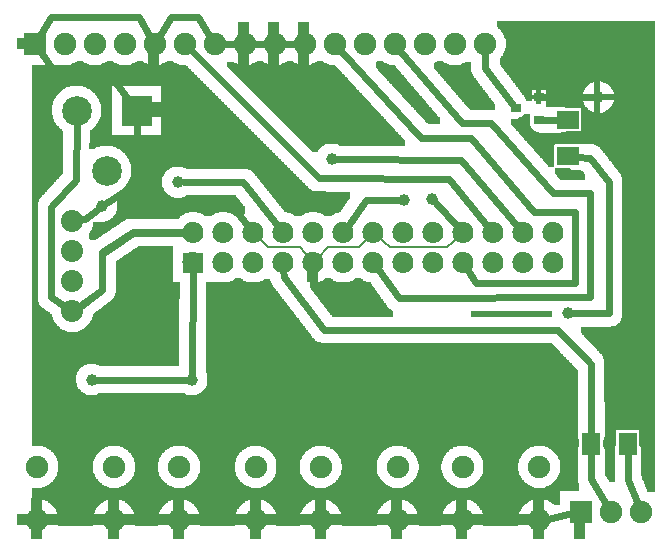
<source format=gtl>
G04 MADE WITH FRITZING*
G04 WWW.FRITZING.ORG*
G04 DOUBLE SIDED*
G04 HOLES PLATED*
G04 CONTOUR ON CENTER OF CONTOUR VECTOR*
%ASAXBY*%
%FSLAX23Y23*%
%MOIN*%
%OFA0B0*%
%SFA1.0B1.0*%
%ADD10C,0.075000*%
%ADD11C,0.099000*%
%ADD12C,0.073889*%
%ADD13C,0.070000*%
%ADD14C,0.039370*%
%ADD15R,0.075000X0.075000*%
%ADD16R,0.099000X0.099000*%
%ADD17R,0.035433X0.031496*%
%ADD18R,0.062992X0.074803*%
%ADD19R,0.074803X0.062992*%
%ADD20R,0.070000X0.070000*%
%ADD21C,0.024000*%
%ADD22C,0.008000*%
%ADD23R,0.001000X0.001000*%
%LNCOPPER1*%
G90*
G70*
G54D10*
X628Y1595D03*
X916Y1592D03*
X1753Y1737D03*
X1151Y885D03*
X134Y1735D03*
X234Y1735D03*
X334Y1735D03*
X434Y1735D03*
X534Y1735D03*
X634Y1735D03*
X734Y1735D03*
X834Y1735D03*
X934Y1735D03*
X1034Y1735D03*
X1134Y1735D03*
X1234Y1735D03*
X1334Y1735D03*
X1434Y1735D03*
X1534Y1735D03*
X1634Y1735D03*
G54D11*
X273Y1514D03*
X473Y1514D03*
X373Y1314D03*
G54D10*
X142Y326D03*
X398Y326D03*
X142Y149D03*
X398Y149D03*
X615Y326D03*
X871Y326D03*
X615Y149D03*
X871Y149D03*
X2153Y176D03*
X2053Y176D03*
X1953Y176D03*
X1087Y326D03*
X1343Y326D03*
X1087Y149D03*
X1343Y149D03*
X1560Y326D03*
X1815Y326D03*
X1560Y149D03*
X1815Y149D03*
G54D12*
X259Y845D03*
X259Y945D03*
X259Y1045D03*
X259Y1145D03*
G54D13*
X861Y1007D03*
X961Y1007D03*
X1061Y1007D03*
X1361Y1007D03*
X1461Y1007D03*
X1561Y1007D03*
X1161Y1007D03*
X1261Y1007D03*
X1761Y1007D03*
X1861Y1007D03*
X1661Y1007D03*
X861Y1107D03*
X961Y1107D03*
X1061Y1107D03*
X1361Y1107D03*
X1461Y1107D03*
X1561Y1107D03*
X1161Y1107D03*
X1261Y1107D03*
X1761Y1107D03*
X1861Y1107D03*
X1661Y1107D03*
X661Y1107D03*
X761Y1107D03*
X661Y1007D03*
X761Y1007D03*
G54D14*
X323Y617D03*
X658Y617D03*
X1910Y838D03*
X611Y1275D03*
X1363Y1216D03*
X1457Y1219D03*
X2012Y1558D03*
X1123Y1352D03*
X356Y1195D03*
G54D15*
X133Y1736D03*
G54D16*
X473Y1514D03*
G54D17*
X1815Y1483D03*
X1815Y1558D03*
X1737Y1521D03*
G54D18*
X2111Y404D03*
X1989Y404D03*
G54D19*
X1910Y1483D03*
X1910Y1361D03*
G54D15*
X1953Y176D03*
G54D20*
X661Y1007D03*
G54D21*
X962Y981D02*
X963Y960D01*
D02*
X963Y960D02*
X1099Y783D01*
D02*
X1099Y783D02*
X1879Y783D01*
D02*
X1988Y669D02*
X1989Y436D01*
D02*
X1879Y783D02*
X1988Y669D01*
D02*
X454Y1539D02*
X374Y1645D01*
D02*
X481Y1825D02*
X519Y1760D01*
D02*
X188Y1826D02*
X481Y1825D01*
D02*
X148Y1760D02*
X188Y1826D01*
D02*
X678Y1825D02*
X718Y1760D01*
D02*
X589Y1827D02*
X678Y1825D01*
D02*
X548Y1760D02*
X589Y1827D01*
D02*
X762Y1735D02*
X805Y1735D01*
D02*
X862Y1735D02*
X905Y1735D01*
D02*
X962Y1735D02*
X1005Y1735D01*
D02*
X1729Y1531D02*
X1633Y1657D01*
D02*
X571Y1196D02*
X792Y1196D01*
D02*
X473Y1483D02*
X473Y1270D01*
D02*
X473Y1270D02*
X571Y1196D01*
D02*
X792Y1196D02*
X845Y1128D01*
G54D22*
D02*
X1016Y1059D02*
X910Y1058D01*
D02*
X910Y1058D02*
X876Y1093D01*
D02*
X1048Y1023D02*
X1016Y1059D01*
G54D21*
D02*
X639Y617D02*
X342Y617D01*
D02*
X658Y636D02*
X661Y981D01*
D02*
X654Y1715D02*
X1081Y1288D01*
D02*
X1081Y1288D02*
X1513Y1286D01*
D02*
X1513Y1286D02*
X1645Y1127D01*
D02*
X1828Y1483D02*
X1878Y1483D01*
D02*
X1587Y1424D02*
X1799Y1175D01*
D02*
X1934Y1175D02*
X1934Y940D01*
D02*
X1934Y940D02*
X1603Y939D01*
D02*
X1603Y939D02*
X1575Y985D01*
D02*
X1984Y1239D02*
X1984Y892D01*
D02*
X1984Y892D02*
X1347Y888D01*
D02*
X1347Y888D02*
X1277Y986D01*
D02*
X1153Y1714D02*
X1422Y1424D01*
D02*
X1352Y1713D02*
X1559Y1473D01*
G54D22*
D02*
X1319Y1059D02*
X1277Y1094D01*
D02*
X1508Y1059D02*
X1319Y1059D01*
D02*
X1546Y1093D02*
X1508Y1059D01*
G54D21*
D02*
X1470Y1206D02*
X1544Y1126D01*
D02*
X1828Y1558D02*
X1993Y1558D01*
D02*
X635Y1108D02*
X461Y1109D01*
D02*
X260Y842D02*
X358Y916D01*
D02*
X189Y893D02*
X260Y842D01*
D02*
X189Y1192D02*
X189Y893D01*
D02*
X272Y1282D02*
X189Y1192D01*
D02*
X273Y1483D02*
X272Y1282D01*
D02*
X2111Y373D02*
X2112Y282D01*
D02*
X1942Y1359D02*
X1984Y1356D01*
D02*
X630Y1275D02*
X827Y1275D01*
D02*
X827Y1275D02*
X945Y1128D01*
D02*
X1344Y1215D02*
X1237Y1215D01*
D02*
X2039Y201D02*
X1989Y286D01*
D02*
X1989Y286D02*
X1989Y373D01*
D02*
X1843Y154D02*
X1925Y171D01*
D02*
X292Y1152D02*
X300Y1154D01*
D02*
X473Y1270D02*
X473Y1483D01*
D02*
X358Y1037D02*
X461Y1105D01*
D02*
X461Y1105D02*
X635Y1107D01*
D02*
X358Y916D02*
X358Y1037D01*
D02*
X358Y917D02*
X287Y865D01*
D02*
X358Y1042D02*
X358Y917D01*
D02*
X461Y1109D02*
X358Y1042D01*
D02*
X2112Y282D02*
X2143Y203D01*
D02*
X197Y1645D02*
X150Y1712D01*
D02*
X374Y1645D02*
X197Y1645D01*
D02*
X300Y1154D02*
X341Y1184D01*
D02*
X1237Y1215D02*
X1176Y1129D01*
D02*
X1744Y1127D02*
X1555Y1350D01*
D02*
X1555Y1350D02*
X1142Y1352D01*
D02*
X1799Y1175D02*
X1934Y1175D01*
D02*
X1422Y1424D02*
X1587Y1424D01*
D02*
X1862Y1239D02*
X1984Y1239D01*
D02*
X1655Y1473D02*
X1862Y1239D01*
D02*
X1559Y1473D02*
X1655Y1473D01*
D02*
X1984Y1356D02*
X2047Y1276D01*
D02*
X2047Y838D02*
X1929Y838D01*
D02*
X1633Y1657D02*
X1634Y1707D01*
D02*
X2047Y1276D02*
X2047Y838D01*
D02*
X372Y1205D02*
X473Y1270D01*
G54D22*
D02*
X1111Y1058D02*
X1213Y1058D01*
D02*
X1213Y1058D02*
X1247Y1093D01*
D02*
X1076Y1022D02*
X1111Y1058D01*
G36*
X273Y1679D02*
X273Y1677D01*
X269Y1677D01*
X269Y1675D01*
X267Y1675D01*
X267Y1673D01*
X263Y1673D01*
X263Y1671D01*
X259Y1671D01*
X259Y1669D01*
X253Y1669D01*
X253Y1667D01*
X313Y1667D01*
X313Y1669D01*
X307Y1669D01*
X307Y1671D01*
X303Y1671D01*
X303Y1673D01*
X299Y1673D01*
X299Y1675D01*
X297Y1675D01*
X297Y1677D01*
X293Y1677D01*
X293Y1679D01*
X273Y1679D01*
G37*
D02*
G36*
X373Y1679D02*
X373Y1677D01*
X371Y1677D01*
X371Y1675D01*
X367Y1675D01*
X367Y1673D01*
X363Y1673D01*
X363Y1671D01*
X359Y1671D01*
X359Y1669D01*
X353Y1669D01*
X353Y1667D01*
X413Y1667D01*
X413Y1669D01*
X407Y1669D01*
X407Y1671D01*
X403Y1671D01*
X403Y1673D01*
X399Y1673D01*
X399Y1675D01*
X397Y1675D01*
X397Y1677D01*
X393Y1677D01*
X393Y1679D01*
X373Y1679D01*
G37*
D02*
G36*
X473Y1679D02*
X473Y1677D01*
X471Y1677D01*
X471Y1675D01*
X467Y1675D01*
X467Y1673D01*
X463Y1673D01*
X463Y1671D01*
X459Y1671D01*
X459Y1669D01*
X453Y1669D01*
X453Y1667D01*
X513Y1667D01*
X513Y1669D01*
X507Y1669D01*
X507Y1671D01*
X503Y1671D01*
X503Y1673D01*
X499Y1673D01*
X499Y1675D01*
X497Y1675D01*
X497Y1677D01*
X493Y1677D01*
X493Y1679D01*
X473Y1679D01*
G37*
D02*
G36*
X573Y1679D02*
X573Y1677D01*
X571Y1677D01*
X571Y1675D01*
X567Y1675D01*
X567Y1673D01*
X563Y1673D01*
X563Y1671D01*
X559Y1671D01*
X559Y1669D01*
X553Y1669D01*
X553Y1667D01*
X613Y1667D01*
X613Y1669D01*
X607Y1669D01*
X607Y1671D01*
X603Y1671D01*
X603Y1673D01*
X599Y1673D01*
X599Y1675D01*
X597Y1675D01*
X597Y1677D01*
X593Y1677D01*
X593Y1679D01*
X573Y1679D01*
G37*
D02*
G36*
X125Y1667D02*
X125Y1665D01*
X637Y1665D01*
X637Y1667D01*
X125Y1667D01*
G37*
D02*
G36*
X125Y1667D02*
X125Y1665D01*
X637Y1665D01*
X637Y1667D01*
X125Y1667D01*
G37*
D02*
G36*
X125Y1667D02*
X125Y1665D01*
X637Y1665D01*
X637Y1667D01*
X125Y1667D01*
G37*
D02*
G36*
X125Y1667D02*
X125Y1665D01*
X637Y1665D01*
X637Y1667D01*
X125Y1667D01*
G37*
D02*
G36*
X125Y1665D02*
X125Y1597D01*
X553Y1597D01*
X553Y1595D01*
X555Y1595D01*
X555Y1435D01*
X553Y1435D01*
X553Y1433D01*
X869Y1433D01*
X869Y1435D01*
X867Y1435D01*
X867Y1437D01*
X865Y1437D01*
X865Y1439D01*
X863Y1439D01*
X863Y1441D01*
X861Y1441D01*
X861Y1443D01*
X859Y1443D01*
X859Y1445D01*
X857Y1445D01*
X857Y1447D01*
X855Y1447D01*
X855Y1449D01*
X853Y1449D01*
X853Y1451D01*
X851Y1451D01*
X851Y1453D01*
X849Y1453D01*
X849Y1455D01*
X847Y1455D01*
X847Y1457D01*
X845Y1457D01*
X845Y1459D01*
X843Y1459D01*
X843Y1461D01*
X841Y1461D01*
X841Y1463D01*
X839Y1463D01*
X839Y1465D01*
X837Y1465D01*
X837Y1467D01*
X835Y1467D01*
X835Y1469D01*
X833Y1469D01*
X833Y1471D01*
X831Y1471D01*
X831Y1473D01*
X829Y1473D01*
X829Y1475D01*
X827Y1475D01*
X827Y1477D01*
X825Y1477D01*
X825Y1479D01*
X823Y1479D01*
X823Y1481D01*
X821Y1481D01*
X821Y1483D01*
X819Y1483D01*
X819Y1485D01*
X817Y1485D01*
X817Y1487D01*
X815Y1487D01*
X815Y1489D01*
X813Y1489D01*
X813Y1491D01*
X811Y1491D01*
X811Y1493D01*
X809Y1493D01*
X809Y1495D01*
X807Y1495D01*
X807Y1497D01*
X805Y1497D01*
X805Y1499D01*
X803Y1499D01*
X803Y1501D01*
X801Y1501D01*
X801Y1503D01*
X799Y1503D01*
X799Y1505D01*
X797Y1505D01*
X797Y1507D01*
X795Y1507D01*
X795Y1509D01*
X793Y1509D01*
X793Y1511D01*
X791Y1511D01*
X791Y1513D01*
X789Y1513D01*
X789Y1515D01*
X787Y1515D01*
X787Y1517D01*
X785Y1517D01*
X785Y1519D01*
X783Y1519D01*
X783Y1521D01*
X781Y1521D01*
X781Y1523D01*
X779Y1523D01*
X779Y1525D01*
X777Y1525D01*
X777Y1527D01*
X775Y1527D01*
X775Y1529D01*
X773Y1529D01*
X773Y1531D01*
X771Y1531D01*
X771Y1533D01*
X769Y1533D01*
X769Y1535D01*
X767Y1535D01*
X767Y1537D01*
X765Y1537D01*
X765Y1539D01*
X763Y1539D01*
X763Y1541D01*
X761Y1541D01*
X761Y1543D01*
X759Y1543D01*
X759Y1545D01*
X757Y1545D01*
X757Y1547D01*
X755Y1547D01*
X755Y1549D01*
X753Y1549D01*
X753Y1551D01*
X751Y1551D01*
X751Y1553D01*
X749Y1553D01*
X749Y1555D01*
X747Y1555D01*
X747Y1557D01*
X745Y1557D01*
X745Y1559D01*
X743Y1559D01*
X743Y1561D01*
X741Y1561D01*
X741Y1563D01*
X739Y1563D01*
X739Y1565D01*
X737Y1565D01*
X737Y1567D01*
X735Y1567D01*
X735Y1569D01*
X733Y1569D01*
X733Y1571D01*
X731Y1571D01*
X731Y1573D01*
X729Y1573D01*
X729Y1575D01*
X727Y1575D01*
X727Y1577D01*
X725Y1577D01*
X725Y1579D01*
X723Y1579D01*
X723Y1581D01*
X721Y1581D01*
X721Y1583D01*
X719Y1583D01*
X719Y1585D01*
X717Y1585D01*
X717Y1587D01*
X715Y1587D01*
X715Y1589D01*
X713Y1589D01*
X713Y1591D01*
X711Y1591D01*
X711Y1593D01*
X709Y1593D01*
X709Y1595D01*
X707Y1595D01*
X707Y1597D01*
X705Y1597D01*
X705Y1599D01*
X703Y1599D01*
X703Y1601D01*
X701Y1601D01*
X701Y1603D01*
X699Y1603D01*
X699Y1605D01*
X697Y1605D01*
X697Y1607D01*
X695Y1607D01*
X695Y1609D01*
X693Y1609D01*
X693Y1611D01*
X691Y1611D01*
X691Y1613D01*
X689Y1613D01*
X689Y1615D01*
X687Y1615D01*
X687Y1617D01*
X685Y1617D01*
X685Y1619D01*
X683Y1619D01*
X683Y1621D01*
X681Y1621D01*
X681Y1623D01*
X679Y1623D01*
X679Y1625D01*
X677Y1625D01*
X677Y1627D01*
X675Y1627D01*
X675Y1629D01*
X673Y1629D01*
X673Y1631D01*
X671Y1631D01*
X671Y1633D01*
X669Y1633D01*
X669Y1635D01*
X667Y1635D01*
X667Y1637D01*
X665Y1637D01*
X665Y1639D01*
X663Y1639D01*
X663Y1641D01*
X661Y1641D01*
X661Y1643D01*
X659Y1643D01*
X659Y1645D01*
X657Y1645D01*
X657Y1647D01*
X655Y1647D01*
X655Y1649D01*
X653Y1649D01*
X653Y1651D01*
X651Y1651D01*
X651Y1653D01*
X649Y1653D01*
X649Y1655D01*
X647Y1655D01*
X647Y1657D01*
X645Y1657D01*
X645Y1659D01*
X643Y1659D01*
X643Y1661D01*
X641Y1661D01*
X641Y1663D01*
X639Y1663D01*
X639Y1665D01*
X125Y1665D01*
G37*
D02*
G36*
X125Y1597D02*
X125Y777D01*
X241Y777D01*
X241Y779D01*
X235Y779D01*
X235Y781D01*
X229Y781D01*
X229Y783D01*
X225Y783D01*
X225Y785D01*
X223Y785D01*
X223Y787D01*
X219Y787D01*
X219Y789D01*
X217Y789D01*
X217Y791D01*
X215Y791D01*
X215Y793D01*
X213Y793D01*
X213Y795D01*
X209Y795D01*
X209Y799D01*
X207Y799D01*
X207Y801D01*
X205Y801D01*
X205Y803D01*
X203Y803D01*
X203Y805D01*
X201Y805D01*
X201Y809D01*
X199Y809D01*
X199Y811D01*
X197Y811D01*
X197Y815D01*
X195Y815D01*
X195Y819D01*
X193Y819D01*
X193Y825D01*
X191Y825D01*
X191Y835D01*
X189Y835D01*
X189Y837D01*
X185Y837D01*
X185Y839D01*
X183Y839D01*
X183Y841D01*
X179Y841D01*
X179Y843D01*
X177Y843D01*
X177Y845D01*
X175Y845D01*
X175Y847D01*
X171Y847D01*
X171Y849D01*
X169Y849D01*
X169Y851D01*
X165Y851D01*
X165Y853D01*
X163Y853D01*
X163Y855D01*
X159Y855D01*
X159Y857D01*
X157Y857D01*
X157Y859D01*
X155Y859D01*
X155Y861D01*
X153Y861D01*
X153Y863D01*
X151Y863D01*
X151Y867D01*
X149Y867D01*
X149Y871D01*
X147Y871D01*
X147Y875D01*
X145Y875D01*
X145Y1209D01*
X147Y1209D01*
X147Y1215D01*
X149Y1215D01*
X149Y1219D01*
X151Y1219D01*
X151Y1221D01*
X153Y1221D01*
X153Y1225D01*
X155Y1225D01*
X155Y1227D01*
X157Y1227D01*
X157Y1229D01*
X159Y1229D01*
X159Y1231D01*
X161Y1231D01*
X161Y1233D01*
X163Y1233D01*
X163Y1235D01*
X165Y1235D01*
X165Y1237D01*
X167Y1237D01*
X167Y1239D01*
X169Y1239D01*
X169Y1241D01*
X171Y1241D01*
X171Y1243D01*
X173Y1243D01*
X173Y1245D01*
X175Y1245D01*
X175Y1249D01*
X177Y1249D01*
X177Y1251D01*
X179Y1251D01*
X179Y1253D01*
X181Y1253D01*
X181Y1255D01*
X183Y1255D01*
X183Y1257D01*
X185Y1257D01*
X185Y1259D01*
X187Y1259D01*
X187Y1261D01*
X189Y1261D01*
X189Y1263D01*
X191Y1263D01*
X191Y1265D01*
X193Y1265D01*
X193Y1267D01*
X195Y1267D01*
X195Y1269D01*
X197Y1269D01*
X197Y1273D01*
X199Y1273D01*
X199Y1275D01*
X201Y1275D01*
X201Y1277D01*
X203Y1277D01*
X203Y1279D01*
X205Y1279D01*
X205Y1281D01*
X207Y1281D01*
X207Y1283D01*
X209Y1283D01*
X209Y1285D01*
X211Y1285D01*
X211Y1287D01*
X213Y1287D01*
X213Y1289D01*
X215Y1289D01*
X215Y1291D01*
X217Y1291D01*
X217Y1293D01*
X219Y1293D01*
X219Y1297D01*
X221Y1297D01*
X221Y1299D01*
X223Y1299D01*
X223Y1301D01*
X225Y1301D01*
X225Y1303D01*
X227Y1303D01*
X227Y1421D01*
X229Y1421D01*
X229Y1447D01*
X225Y1447D01*
X225Y1449D01*
X223Y1449D01*
X223Y1451D01*
X221Y1451D01*
X221Y1453D01*
X219Y1453D01*
X219Y1455D01*
X217Y1455D01*
X217Y1457D01*
X215Y1457D01*
X215Y1459D01*
X213Y1459D01*
X213Y1461D01*
X211Y1461D01*
X211Y1463D01*
X209Y1463D01*
X209Y1465D01*
X207Y1465D01*
X207Y1467D01*
X205Y1467D01*
X205Y1471D01*
X203Y1471D01*
X203Y1473D01*
X201Y1473D01*
X201Y1477D01*
X199Y1477D01*
X199Y1481D01*
X197Y1481D01*
X197Y1485D01*
X195Y1485D01*
X195Y1491D01*
X193Y1491D01*
X193Y1499D01*
X191Y1499D01*
X191Y1531D01*
X193Y1531D01*
X193Y1539D01*
X195Y1539D01*
X195Y1545D01*
X197Y1545D01*
X197Y1549D01*
X199Y1549D01*
X199Y1553D01*
X201Y1553D01*
X201Y1557D01*
X203Y1557D01*
X203Y1559D01*
X205Y1559D01*
X205Y1561D01*
X207Y1561D01*
X207Y1565D01*
X209Y1565D01*
X209Y1567D01*
X211Y1567D01*
X211Y1569D01*
X213Y1569D01*
X213Y1571D01*
X215Y1571D01*
X215Y1573D01*
X217Y1573D01*
X217Y1575D01*
X219Y1575D01*
X219Y1577D01*
X221Y1577D01*
X221Y1579D01*
X223Y1579D01*
X223Y1581D01*
X227Y1581D01*
X227Y1583D01*
X229Y1583D01*
X229Y1585D01*
X233Y1585D01*
X233Y1587D01*
X235Y1587D01*
X235Y1589D01*
X239Y1589D01*
X239Y1591D01*
X245Y1591D01*
X245Y1593D01*
X251Y1593D01*
X251Y1595D01*
X261Y1595D01*
X261Y1597D01*
X125Y1597D01*
G37*
D02*
G36*
X283Y1597D02*
X283Y1595D01*
X295Y1595D01*
X295Y1593D01*
X301Y1593D01*
X301Y1591D01*
X305Y1591D01*
X305Y1589D01*
X309Y1589D01*
X309Y1587D01*
X313Y1587D01*
X313Y1585D01*
X317Y1585D01*
X317Y1583D01*
X319Y1583D01*
X319Y1581D01*
X321Y1581D01*
X321Y1579D01*
X325Y1579D01*
X325Y1577D01*
X327Y1577D01*
X327Y1575D01*
X329Y1575D01*
X329Y1573D01*
X331Y1573D01*
X331Y1571D01*
X333Y1571D01*
X333Y1569D01*
X335Y1569D01*
X335Y1565D01*
X337Y1565D01*
X337Y1563D01*
X339Y1563D01*
X339Y1561D01*
X341Y1561D01*
X341Y1557D01*
X343Y1557D01*
X343Y1555D01*
X345Y1555D01*
X345Y1551D01*
X347Y1551D01*
X347Y1547D01*
X349Y1547D01*
X349Y1543D01*
X351Y1543D01*
X351Y1537D01*
X353Y1537D01*
X353Y1525D01*
X355Y1525D01*
X355Y1505D01*
X353Y1505D01*
X353Y1493D01*
X351Y1493D01*
X351Y1487D01*
X349Y1487D01*
X349Y1483D01*
X347Y1483D01*
X347Y1479D01*
X345Y1479D01*
X345Y1475D01*
X343Y1475D01*
X343Y1471D01*
X341Y1471D01*
X341Y1469D01*
X339Y1469D01*
X339Y1465D01*
X337Y1465D01*
X337Y1463D01*
X335Y1463D01*
X335Y1461D01*
X333Y1461D01*
X333Y1459D01*
X331Y1459D01*
X331Y1457D01*
X329Y1457D01*
X329Y1455D01*
X327Y1455D01*
X327Y1453D01*
X325Y1453D01*
X325Y1451D01*
X323Y1451D01*
X323Y1449D01*
X319Y1449D01*
X319Y1447D01*
X317Y1447D01*
X317Y1433D01*
X391Y1433D01*
X391Y1597D01*
X283Y1597D01*
G37*
D02*
G36*
X317Y1433D02*
X317Y1431D01*
X871Y1431D01*
X871Y1433D01*
X317Y1433D01*
G37*
D02*
G36*
X317Y1433D02*
X317Y1431D01*
X871Y1431D01*
X871Y1433D01*
X317Y1433D01*
G37*
D02*
G36*
X317Y1431D02*
X317Y1405D01*
X315Y1405D01*
X315Y1397D01*
X383Y1397D01*
X383Y1395D01*
X395Y1395D01*
X395Y1393D01*
X401Y1393D01*
X401Y1391D01*
X405Y1391D01*
X405Y1389D01*
X409Y1389D01*
X409Y1387D01*
X413Y1387D01*
X413Y1385D01*
X417Y1385D01*
X417Y1383D01*
X419Y1383D01*
X419Y1381D01*
X421Y1381D01*
X421Y1379D01*
X425Y1379D01*
X425Y1377D01*
X427Y1377D01*
X427Y1375D01*
X429Y1375D01*
X429Y1373D01*
X431Y1373D01*
X431Y1371D01*
X433Y1371D01*
X433Y1369D01*
X435Y1369D01*
X435Y1365D01*
X437Y1365D01*
X437Y1363D01*
X439Y1363D01*
X439Y1361D01*
X441Y1361D01*
X441Y1357D01*
X443Y1357D01*
X443Y1355D01*
X445Y1355D01*
X445Y1351D01*
X447Y1351D01*
X447Y1347D01*
X449Y1347D01*
X449Y1343D01*
X451Y1343D01*
X451Y1337D01*
X453Y1337D01*
X453Y1327D01*
X623Y1327D01*
X623Y1325D01*
X629Y1325D01*
X629Y1323D01*
X635Y1323D01*
X635Y1321D01*
X637Y1321D01*
X637Y1319D01*
X845Y1319D01*
X845Y1317D01*
X849Y1317D01*
X849Y1315D01*
X853Y1315D01*
X853Y1313D01*
X857Y1313D01*
X857Y1311D01*
X859Y1311D01*
X859Y1309D01*
X861Y1309D01*
X861Y1307D01*
X863Y1307D01*
X863Y1305D01*
X865Y1305D01*
X865Y1301D01*
X867Y1301D01*
X867Y1299D01*
X869Y1299D01*
X869Y1297D01*
X871Y1297D01*
X871Y1295D01*
X873Y1295D01*
X873Y1291D01*
X875Y1291D01*
X875Y1289D01*
X877Y1289D01*
X877Y1287D01*
X879Y1287D01*
X879Y1285D01*
X881Y1285D01*
X881Y1281D01*
X883Y1281D01*
X883Y1279D01*
X885Y1279D01*
X885Y1277D01*
X887Y1277D01*
X887Y1275D01*
X889Y1275D01*
X889Y1271D01*
X891Y1271D01*
X891Y1269D01*
X893Y1269D01*
X893Y1267D01*
X895Y1267D01*
X895Y1265D01*
X897Y1265D01*
X897Y1261D01*
X899Y1261D01*
X899Y1259D01*
X901Y1259D01*
X901Y1257D01*
X903Y1257D01*
X903Y1255D01*
X905Y1255D01*
X905Y1251D01*
X907Y1251D01*
X907Y1249D01*
X909Y1249D01*
X909Y1247D01*
X911Y1247D01*
X911Y1245D01*
X913Y1245D01*
X913Y1241D01*
X915Y1241D01*
X915Y1239D01*
X917Y1239D01*
X917Y1237D01*
X919Y1237D01*
X919Y1235D01*
X921Y1235D01*
X921Y1231D01*
X923Y1231D01*
X923Y1229D01*
X925Y1229D01*
X925Y1227D01*
X927Y1227D01*
X927Y1225D01*
X929Y1225D01*
X929Y1221D01*
X931Y1221D01*
X931Y1219D01*
X933Y1219D01*
X933Y1217D01*
X935Y1217D01*
X935Y1215D01*
X937Y1215D01*
X937Y1211D01*
X939Y1211D01*
X939Y1209D01*
X941Y1209D01*
X941Y1207D01*
X943Y1207D01*
X943Y1205D01*
X945Y1205D01*
X945Y1201D01*
X947Y1201D01*
X947Y1199D01*
X949Y1199D01*
X949Y1197D01*
X951Y1197D01*
X951Y1195D01*
X953Y1195D01*
X953Y1191D01*
X955Y1191D01*
X955Y1189D01*
X957Y1189D01*
X957Y1187D01*
X959Y1187D01*
X959Y1185D01*
X961Y1185D01*
X961Y1181D01*
X963Y1181D01*
X963Y1179D01*
X965Y1179D01*
X965Y1177D01*
X967Y1177D01*
X967Y1175D01*
X1075Y1175D01*
X1075Y1173D01*
X1083Y1173D01*
X1083Y1171D01*
X1089Y1171D01*
X1089Y1169D01*
X1093Y1169D01*
X1093Y1167D01*
X1095Y1167D01*
X1095Y1165D01*
X1099Y1165D01*
X1099Y1163D01*
X1101Y1163D01*
X1101Y1161D01*
X1121Y1161D01*
X1121Y1163D01*
X1123Y1163D01*
X1123Y1165D01*
X1127Y1165D01*
X1127Y1167D01*
X1131Y1167D01*
X1131Y1169D01*
X1135Y1169D01*
X1135Y1171D01*
X1139Y1171D01*
X1139Y1173D01*
X1147Y1173D01*
X1147Y1175D01*
X1151Y1175D01*
X1151Y1177D01*
X1153Y1177D01*
X1153Y1179D01*
X1155Y1179D01*
X1155Y1181D01*
X1157Y1181D01*
X1157Y1185D01*
X1159Y1185D01*
X1159Y1187D01*
X1161Y1187D01*
X1161Y1191D01*
X1163Y1191D01*
X1163Y1193D01*
X1165Y1193D01*
X1165Y1197D01*
X1167Y1197D01*
X1167Y1199D01*
X1169Y1199D01*
X1169Y1201D01*
X1171Y1201D01*
X1171Y1205D01*
X1173Y1205D01*
X1173Y1207D01*
X1175Y1207D01*
X1175Y1211D01*
X1177Y1211D01*
X1177Y1213D01*
X1179Y1213D01*
X1179Y1217D01*
X1181Y1217D01*
X1181Y1219D01*
X1183Y1219D01*
X1183Y1221D01*
X1185Y1221D01*
X1185Y1243D01*
X1105Y1243D01*
X1105Y1245D01*
X1063Y1245D01*
X1063Y1247D01*
X1057Y1247D01*
X1057Y1249D01*
X1053Y1249D01*
X1053Y1251D01*
X1051Y1251D01*
X1051Y1253D01*
X1049Y1253D01*
X1049Y1255D01*
X1047Y1255D01*
X1047Y1257D01*
X1045Y1257D01*
X1045Y1259D01*
X1043Y1259D01*
X1043Y1261D01*
X1041Y1261D01*
X1041Y1263D01*
X1039Y1263D01*
X1039Y1265D01*
X1037Y1265D01*
X1037Y1267D01*
X1035Y1267D01*
X1035Y1269D01*
X1033Y1269D01*
X1033Y1271D01*
X1031Y1271D01*
X1031Y1273D01*
X1029Y1273D01*
X1029Y1275D01*
X1027Y1275D01*
X1027Y1277D01*
X1025Y1277D01*
X1025Y1279D01*
X1023Y1279D01*
X1023Y1281D01*
X1021Y1281D01*
X1021Y1283D01*
X1019Y1283D01*
X1019Y1285D01*
X1017Y1285D01*
X1017Y1287D01*
X1015Y1287D01*
X1015Y1289D01*
X1013Y1289D01*
X1013Y1291D01*
X1011Y1291D01*
X1011Y1293D01*
X1009Y1293D01*
X1009Y1295D01*
X1007Y1295D01*
X1007Y1297D01*
X1005Y1297D01*
X1005Y1299D01*
X1003Y1299D01*
X1003Y1301D01*
X1001Y1301D01*
X1001Y1303D01*
X999Y1303D01*
X999Y1305D01*
X997Y1305D01*
X997Y1307D01*
X995Y1307D01*
X995Y1309D01*
X993Y1309D01*
X993Y1311D01*
X991Y1311D01*
X991Y1313D01*
X989Y1313D01*
X989Y1315D01*
X987Y1315D01*
X987Y1317D01*
X985Y1317D01*
X985Y1319D01*
X983Y1319D01*
X983Y1321D01*
X981Y1321D01*
X981Y1323D01*
X979Y1323D01*
X979Y1325D01*
X977Y1325D01*
X977Y1327D01*
X975Y1327D01*
X975Y1329D01*
X973Y1329D01*
X973Y1331D01*
X971Y1331D01*
X971Y1333D01*
X969Y1333D01*
X969Y1335D01*
X967Y1335D01*
X967Y1337D01*
X965Y1337D01*
X965Y1339D01*
X963Y1339D01*
X963Y1341D01*
X961Y1341D01*
X961Y1343D01*
X959Y1343D01*
X959Y1345D01*
X957Y1345D01*
X957Y1347D01*
X955Y1347D01*
X955Y1349D01*
X953Y1349D01*
X953Y1351D01*
X951Y1351D01*
X951Y1353D01*
X949Y1353D01*
X949Y1355D01*
X947Y1355D01*
X947Y1357D01*
X945Y1357D01*
X945Y1359D01*
X943Y1359D01*
X943Y1361D01*
X941Y1361D01*
X941Y1363D01*
X939Y1363D01*
X939Y1365D01*
X937Y1365D01*
X937Y1367D01*
X935Y1367D01*
X935Y1369D01*
X933Y1369D01*
X933Y1371D01*
X931Y1371D01*
X931Y1373D01*
X929Y1373D01*
X929Y1375D01*
X927Y1375D01*
X927Y1377D01*
X925Y1377D01*
X925Y1379D01*
X923Y1379D01*
X923Y1381D01*
X921Y1381D01*
X921Y1383D01*
X919Y1383D01*
X919Y1385D01*
X917Y1385D01*
X917Y1387D01*
X915Y1387D01*
X915Y1389D01*
X913Y1389D01*
X913Y1391D01*
X911Y1391D01*
X911Y1393D01*
X909Y1393D01*
X909Y1395D01*
X907Y1395D01*
X907Y1397D01*
X905Y1397D01*
X905Y1399D01*
X903Y1399D01*
X903Y1401D01*
X901Y1401D01*
X901Y1403D01*
X899Y1403D01*
X899Y1405D01*
X897Y1405D01*
X897Y1407D01*
X895Y1407D01*
X895Y1409D01*
X893Y1409D01*
X893Y1411D01*
X891Y1411D01*
X891Y1413D01*
X889Y1413D01*
X889Y1415D01*
X887Y1415D01*
X887Y1417D01*
X885Y1417D01*
X885Y1419D01*
X883Y1419D01*
X883Y1421D01*
X881Y1421D01*
X881Y1423D01*
X879Y1423D01*
X879Y1425D01*
X877Y1425D01*
X877Y1427D01*
X875Y1427D01*
X875Y1429D01*
X873Y1429D01*
X873Y1431D01*
X317Y1431D01*
G37*
D02*
G36*
X315Y1397D02*
X315Y1387D01*
X335Y1387D01*
X335Y1389D01*
X339Y1389D01*
X339Y1391D01*
X345Y1391D01*
X345Y1393D01*
X351Y1393D01*
X351Y1395D01*
X361Y1395D01*
X361Y1397D01*
X315Y1397D01*
G37*
D02*
G36*
X453Y1327D02*
X453Y1325D01*
X455Y1325D01*
X455Y1305D01*
X453Y1305D01*
X453Y1293D01*
X451Y1293D01*
X451Y1287D01*
X449Y1287D01*
X449Y1283D01*
X447Y1283D01*
X447Y1279D01*
X445Y1279D01*
X445Y1275D01*
X443Y1275D01*
X443Y1271D01*
X441Y1271D01*
X441Y1269D01*
X439Y1269D01*
X439Y1265D01*
X437Y1265D01*
X437Y1263D01*
X435Y1263D01*
X435Y1261D01*
X433Y1261D01*
X433Y1259D01*
X431Y1259D01*
X431Y1257D01*
X429Y1257D01*
X429Y1255D01*
X427Y1255D01*
X427Y1253D01*
X425Y1253D01*
X425Y1251D01*
X423Y1251D01*
X423Y1249D01*
X419Y1249D01*
X419Y1247D01*
X417Y1247D01*
X417Y1245D01*
X413Y1245D01*
X413Y1243D01*
X411Y1243D01*
X411Y1241D01*
X407Y1241D01*
X407Y1239D01*
X403Y1239D01*
X403Y1223D01*
X597Y1223D01*
X597Y1225D01*
X591Y1225D01*
X591Y1227D01*
X587Y1227D01*
X587Y1229D01*
X583Y1229D01*
X583Y1231D01*
X581Y1231D01*
X581Y1233D01*
X577Y1233D01*
X577Y1235D01*
X575Y1235D01*
X575Y1237D01*
X573Y1237D01*
X573Y1239D01*
X571Y1239D01*
X571Y1241D01*
X569Y1241D01*
X569Y1245D01*
X567Y1245D01*
X567Y1247D01*
X565Y1247D01*
X565Y1251D01*
X563Y1251D01*
X563Y1255D01*
X561Y1255D01*
X561Y1259D01*
X559Y1259D01*
X559Y1291D01*
X561Y1291D01*
X561Y1295D01*
X563Y1295D01*
X563Y1299D01*
X565Y1299D01*
X565Y1303D01*
X567Y1303D01*
X567Y1305D01*
X569Y1305D01*
X569Y1309D01*
X571Y1309D01*
X571Y1311D01*
X573Y1311D01*
X573Y1313D01*
X575Y1313D01*
X575Y1315D01*
X577Y1315D01*
X577Y1317D01*
X581Y1317D01*
X581Y1319D01*
X583Y1319D01*
X583Y1321D01*
X587Y1321D01*
X587Y1323D01*
X591Y1323D01*
X591Y1325D01*
X597Y1325D01*
X597Y1327D01*
X453Y1327D01*
G37*
D02*
G36*
X637Y1231D02*
X637Y1229D01*
X635Y1229D01*
X635Y1227D01*
X629Y1227D01*
X629Y1225D01*
X623Y1225D01*
X623Y1223D01*
X809Y1223D01*
X809Y1225D01*
X807Y1225D01*
X807Y1227D01*
X805Y1227D01*
X805Y1229D01*
X803Y1229D01*
X803Y1231D01*
X637Y1231D01*
G37*
D02*
G36*
X403Y1223D02*
X403Y1221D01*
X809Y1221D01*
X809Y1223D01*
X403Y1223D01*
G37*
D02*
G36*
X403Y1223D02*
X403Y1221D01*
X809Y1221D01*
X809Y1223D01*
X403Y1223D01*
G37*
D02*
G36*
X403Y1221D02*
X403Y1217D01*
X405Y1217D01*
X405Y1213D01*
X407Y1213D01*
X407Y1179D01*
X405Y1179D01*
X405Y1175D01*
X775Y1175D01*
X775Y1173D01*
X783Y1173D01*
X783Y1171D01*
X789Y1171D01*
X789Y1169D01*
X793Y1169D01*
X793Y1167D01*
X795Y1167D01*
X795Y1165D01*
X799Y1165D01*
X799Y1163D01*
X801Y1163D01*
X801Y1161D01*
X821Y1161D01*
X821Y1163D01*
X823Y1163D01*
X823Y1165D01*
X827Y1165D01*
X827Y1167D01*
X831Y1167D01*
X831Y1169D01*
X835Y1169D01*
X835Y1191D01*
X833Y1191D01*
X833Y1195D01*
X831Y1195D01*
X831Y1197D01*
X829Y1197D01*
X829Y1199D01*
X827Y1199D01*
X827Y1201D01*
X825Y1201D01*
X825Y1205D01*
X823Y1205D01*
X823Y1207D01*
X821Y1207D01*
X821Y1209D01*
X819Y1209D01*
X819Y1211D01*
X817Y1211D01*
X817Y1215D01*
X815Y1215D01*
X815Y1217D01*
X813Y1217D01*
X813Y1219D01*
X811Y1219D01*
X811Y1221D01*
X403Y1221D01*
G37*
D02*
G36*
X405Y1175D02*
X405Y1173D01*
X403Y1173D01*
X403Y1169D01*
X401Y1169D01*
X401Y1167D01*
X399Y1167D01*
X399Y1163D01*
X397Y1163D01*
X397Y1161D01*
X395Y1161D01*
X395Y1159D01*
X393Y1159D01*
X393Y1157D01*
X391Y1157D01*
X391Y1155D01*
X389Y1155D01*
X389Y1153D01*
X385Y1153D01*
X385Y1151D01*
X383Y1151D01*
X383Y1149D01*
X379Y1149D01*
X379Y1147D01*
X375Y1147D01*
X375Y1145D01*
X367Y1145D01*
X367Y1143D01*
X327Y1143D01*
X327Y1127D01*
X325Y1127D01*
X325Y1121D01*
X323Y1121D01*
X323Y1115D01*
X321Y1115D01*
X321Y1113D01*
X319Y1113D01*
X319Y1109D01*
X317Y1109D01*
X317Y1105D01*
X315Y1105D01*
X315Y1085D01*
X317Y1085D01*
X317Y1083D01*
X337Y1083D01*
X337Y1085D01*
X341Y1085D01*
X341Y1087D01*
X343Y1087D01*
X343Y1089D01*
X347Y1089D01*
X347Y1091D01*
X349Y1091D01*
X349Y1093D01*
X353Y1093D01*
X353Y1095D01*
X355Y1095D01*
X355Y1097D01*
X359Y1097D01*
X359Y1099D01*
X361Y1099D01*
X361Y1101D01*
X365Y1101D01*
X365Y1103D01*
X367Y1103D01*
X367Y1105D01*
X371Y1105D01*
X371Y1107D01*
X373Y1107D01*
X373Y1109D01*
X377Y1109D01*
X377Y1111D01*
X379Y1111D01*
X379Y1113D01*
X383Y1113D01*
X383Y1115D01*
X385Y1115D01*
X385Y1117D01*
X389Y1117D01*
X389Y1119D01*
X391Y1119D01*
X391Y1121D01*
X395Y1121D01*
X395Y1123D01*
X397Y1123D01*
X397Y1125D01*
X401Y1125D01*
X401Y1127D01*
X403Y1127D01*
X403Y1129D01*
X407Y1129D01*
X407Y1131D01*
X409Y1131D01*
X409Y1133D01*
X413Y1133D01*
X413Y1135D01*
X415Y1135D01*
X415Y1137D01*
X419Y1137D01*
X419Y1139D01*
X421Y1139D01*
X421Y1141D01*
X425Y1141D01*
X425Y1143D01*
X427Y1143D01*
X427Y1145D01*
X431Y1145D01*
X431Y1147D01*
X433Y1147D01*
X433Y1149D01*
X437Y1149D01*
X437Y1151D01*
X443Y1151D01*
X443Y1153D01*
X613Y1153D01*
X613Y1155D01*
X615Y1155D01*
X615Y1157D01*
X617Y1157D01*
X617Y1159D01*
X619Y1159D01*
X619Y1161D01*
X621Y1161D01*
X621Y1163D01*
X623Y1163D01*
X623Y1165D01*
X627Y1165D01*
X627Y1167D01*
X631Y1167D01*
X631Y1169D01*
X635Y1169D01*
X635Y1171D01*
X639Y1171D01*
X639Y1173D01*
X647Y1173D01*
X647Y1175D01*
X405Y1175D01*
G37*
D02*
G36*
X675Y1175D02*
X675Y1173D01*
X683Y1173D01*
X683Y1171D01*
X689Y1171D01*
X689Y1169D01*
X693Y1169D01*
X693Y1167D01*
X695Y1167D01*
X695Y1165D01*
X699Y1165D01*
X699Y1163D01*
X701Y1163D01*
X701Y1161D01*
X721Y1161D01*
X721Y1163D01*
X723Y1163D01*
X723Y1165D01*
X727Y1165D01*
X727Y1167D01*
X731Y1167D01*
X731Y1169D01*
X735Y1169D01*
X735Y1171D01*
X739Y1171D01*
X739Y1173D01*
X747Y1173D01*
X747Y1175D01*
X675Y1175D01*
G37*
D02*
G36*
X975Y1175D02*
X975Y1173D01*
X983Y1173D01*
X983Y1171D01*
X989Y1171D01*
X989Y1169D01*
X993Y1169D01*
X993Y1167D01*
X995Y1167D01*
X995Y1165D01*
X999Y1165D01*
X999Y1163D01*
X1001Y1163D01*
X1001Y1161D01*
X1021Y1161D01*
X1021Y1163D01*
X1023Y1163D01*
X1023Y1165D01*
X1027Y1165D01*
X1027Y1167D01*
X1031Y1167D01*
X1031Y1169D01*
X1035Y1169D01*
X1035Y1171D01*
X1039Y1171D01*
X1039Y1173D01*
X1047Y1173D01*
X1047Y1175D01*
X975Y1175D01*
G37*
D02*
G36*
X541Y1063D02*
X541Y1061D01*
X477Y1061D01*
X477Y1059D01*
X473Y1059D01*
X473Y1057D01*
X471Y1057D01*
X471Y1055D01*
X467Y1055D01*
X467Y1053D01*
X465Y1053D01*
X465Y1051D01*
X461Y1051D01*
X461Y1049D01*
X459Y1049D01*
X459Y1047D01*
X455Y1047D01*
X455Y1045D01*
X453Y1045D01*
X453Y1043D01*
X449Y1043D01*
X449Y1041D01*
X447Y1041D01*
X447Y1039D01*
X443Y1039D01*
X443Y1037D01*
X441Y1037D01*
X441Y1035D01*
X437Y1035D01*
X437Y1033D01*
X435Y1033D01*
X435Y1031D01*
X431Y1031D01*
X431Y1029D01*
X429Y1029D01*
X429Y1027D01*
X425Y1027D01*
X425Y1025D01*
X423Y1025D01*
X423Y1023D01*
X419Y1023D01*
X419Y1021D01*
X417Y1021D01*
X417Y1019D01*
X413Y1019D01*
X413Y1017D01*
X411Y1017D01*
X411Y1015D01*
X407Y1015D01*
X407Y1013D01*
X405Y1013D01*
X405Y1011D01*
X403Y1011D01*
X403Y907D01*
X401Y907D01*
X401Y897D01*
X399Y897D01*
X399Y893D01*
X397Y893D01*
X397Y889D01*
X395Y889D01*
X395Y887D01*
X393Y887D01*
X393Y885D01*
X391Y885D01*
X391Y883D01*
X389Y883D01*
X389Y881D01*
X387Y881D01*
X387Y879D01*
X385Y879D01*
X385Y877D01*
X381Y877D01*
X381Y875D01*
X379Y875D01*
X379Y873D01*
X377Y873D01*
X377Y871D01*
X373Y871D01*
X373Y869D01*
X371Y869D01*
X371Y867D01*
X369Y867D01*
X369Y865D01*
X365Y865D01*
X365Y863D01*
X363Y863D01*
X363Y861D01*
X361Y861D01*
X361Y859D01*
X357Y859D01*
X357Y857D01*
X355Y857D01*
X355Y855D01*
X353Y855D01*
X353Y853D01*
X349Y853D01*
X349Y851D01*
X347Y851D01*
X347Y849D01*
X345Y849D01*
X345Y847D01*
X341Y847D01*
X341Y845D01*
X339Y845D01*
X339Y843D01*
X337Y843D01*
X337Y841D01*
X335Y841D01*
X335Y839D01*
X331Y839D01*
X331Y837D01*
X329Y837D01*
X329Y835D01*
X327Y835D01*
X327Y827D01*
X325Y827D01*
X325Y821D01*
X323Y821D01*
X323Y815D01*
X321Y815D01*
X321Y813D01*
X319Y813D01*
X319Y809D01*
X317Y809D01*
X317Y805D01*
X315Y805D01*
X315Y803D01*
X313Y803D01*
X313Y801D01*
X311Y801D01*
X311Y799D01*
X309Y799D01*
X309Y797D01*
X307Y797D01*
X307Y795D01*
X305Y795D01*
X305Y793D01*
X303Y793D01*
X303Y791D01*
X301Y791D01*
X301Y789D01*
X297Y789D01*
X297Y787D01*
X295Y787D01*
X295Y785D01*
X291Y785D01*
X291Y783D01*
X287Y783D01*
X287Y781D01*
X283Y781D01*
X283Y779D01*
X277Y779D01*
X277Y777D01*
X615Y777D01*
X615Y887D01*
X617Y887D01*
X617Y941D01*
X595Y941D01*
X595Y1063D01*
X541Y1063D01*
G37*
D02*
G36*
X801Y955D02*
X801Y953D01*
X799Y953D01*
X799Y951D01*
X797Y951D01*
X797Y949D01*
X793Y949D01*
X793Y947D01*
X789Y947D01*
X789Y945D01*
X785Y945D01*
X785Y943D01*
X779Y943D01*
X779Y941D01*
X845Y941D01*
X845Y943D01*
X837Y943D01*
X837Y945D01*
X833Y945D01*
X833Y947D01*
X829Y947D01*
X829Y949D01*
X827Y949D01*
X827Y951D01*
X823Y951D01*
X823Y953D01*
X821Y953D01*
X821Y955D01*
X801Y955D01*
G37*
D02*
G36*
X899Y953D02*
X899Y951D01*
X897Y951D01*
X897Y949D01*
X893Y949D01*
X893Y947D01*
X889Y947D01*
X889Y945D01*
X885Y945D01*
X885Y943D01*
X879Y943D01*
X879Y941D01*
X921Y941D01*
X921Y945D01*
X919Y945D01*
X919Y953D01*
X899Y953D01*
G37*
D02*
G36*
X705Y941D02*
X705Y939D01*
X921Y939D01*
X921Y941D01*
X705Y941D01*
G37*
D02*
G36*
X705Y941D02*
X705Y939D01*
X921Y939D01*
X921Y941D01*
X705Y941D01*
G37*
D02*
G36*
X705Y939D02*
X705Y873D01*
X703Y873D01*
X703Y643D01*
X705Y643D01*
X705Y639D01*
X707Y639D01*
X707Y633D01*
X709Y633D01*
X709Y601D01*
X707Y601D01*
X707Y597D01*
X705Y597D01*
X705Y593D01*
X703Y593D01*
X703Y589D01*
X701Y589D01*
X701Y587D01*
X699Y587D01*
X699Y585D01*
X697Y585D01*
X697Y581D01*
X695Y581D01*
X695Y579D01*
X691Y579D01*
X691Y577D01*
X689Y577D01*
X689Y575D01*
X687Y575D01*
X687Y573D01*
X683Y573D01*
X683Y571D01*
X681Y571D01*
X681Y569D01*
X675Y569D01*
X675Y567D01*
X667Y567D01*
X667Y565D01*
X1943Y565D01*
X1943Y649D01*
X1941Y649D01*
X1941Y651D01*
X1939Y651D01*
X1939Y653D01*
X1937Y653D01*
X1937Y655D01*
X1935Y655D01*
X1935Y657D01*
X1933Y657D01*
X1933Y659D01*
X1931Y659D01*
X1931Y661D01*
X1929Y661D01*
X1929Y663D01*
X1927Y663D01*
X1927Y667D01*
X1925Y667D01*
X1925Y669D01*
X1923Y669D01*
X1923Y671D01*
X1921Y671D01*
X1921Y673D01*
X1919Y673D01*
X1919Y675D01*
X1917Y675D01*
X1917Y677D01*
X1915Y677D01*
X1915Y679D01*
X1913Y679D01*
X1913Y681D01*
X1911Y681D01*
X1911Y683D01*
X1909Y683D01*
X1909Y685D01*
X1907Y685D01*
X1907Y687D01*
X1905Y687D01*
X1905Y689D01*
X1903Y689D01*
X1903Y691D01*
X1901Y691D01*
X1901Y693D01*
X1899Y693D01*
X1899Y695D01*
X1897Y695D01*
X1897Y697D01*
X1895Y697D01*
X1895Y699D01*
X1893Y699D01*
X1893Y701D01*
X1891Y701D01*
X1891Y703D01*
X1889Y703D01*
X1889Y705D01*
X1887Y705D01*
X1887Y707D01*
X1885Y707D01*
X1885Y709D01*
X1883Y709D01*
X1883Y713D01*
X1881Y713D01*
X1881Y715D01*
X1879Y715D01*
X1879Y717D01*
X1877Y717D01*
X1877Y719D01*
X1875Y719D01*
X1875Y721D01*
X1873Y721D01*
X1873Y723D01*
X1871Y723D01*
X1871Y725D01*
X1869Y725D01*
X1869Y727D01*
X1867Y727D01*
X1867Y729D01*
X1865Y729D01*
X1865Y731D01*
X1863Y731D01*
X1863Y733D01*
X1861Y733D01*
X1861Y735D01*
X1859Y735D01*
X1859Y737D01*
X1857Y737D01*
X1857Y739D01*
X1087Y739D01*
X1087Y741D01*
X1079Y741D01*
X1079Y743D01*
X1075Y743D01*
X1075Y745D01*
X1071Y745D01*
X1071Y747D01*
X1069Y747D01*
X1069Y749D01*
X1067Y749D01*
X1067Y751D01*
X1065Y751D01*
X1065Y753D01*
X1063Y753D01*
X1063Y755D01*
X1061Y755D01*
X1061Y757D01*
X1059Y757D01*
X1059Y761D01*
X1057Y761D01*
X1057Y763D01*
X1055Y763D01*
X1055Y765D01*
X1053Y765D01*
X1053Y769D01*
X1051Y769D01*
X1051Y771D01*
X1049Y771D01*
X1049Y773D01*
X1047Y773D01*
X1047Y775D01*
X1045Y775D01*
X1045Y779D01*
X1043Y779D01*
X1043Y781D01*
X1041Y781D01*
X1041Y783D01*
X1039Y783D01*
X1039Y787D01*
X1037Y787D01*
X1037Y789D01*
X1035Y789D01*
X1035Y791D01*
X1033Y791D01*
X1033Y795D01*
X1031Y795D01*
X1031Y797D01*
X1029Y797D01*
X1029Y799D01*
X1027Y799D01*
X1027Y801D01*
X1025Y801D01*
X1025Y805D01*
X1023Y805D01*
X1023Y807D01*
X1021Y807D01*
X1021Y809D01*
X1019Y809D01*
X1019Y813D01*
X1017Y813D01*
X1017Y815D01*
X1015Y815D01*
X1015Y817D01*
X1013Y817D01*
X1013Y821D01*
X1011Y821D01*
X1011Y823D01*
X1009Y823D01*
X1009Y825D01*
X1007Y825D01*
X1007Y827D01*
X1005Y827D01*
X1005Y831D01*
X1003Y831D01*
X1003Y833D01*
X1001Y833D01*
X1001Y835D01*
X999Y835D01*
X999Y839D01*
X997Y839D01*
X997Y841D01*
X995Y841D01*
X995Y843D01*
X993Y843D01*
X993Y845D01*
X991Y845D01*
X991Y849D01*
X989Y849D01*
X989Y851D01*
X987Y851D01*
X987Y853D01*
X985Y853D01*
X985Y857D01*
X983Y857D01*
X983Y859D01*
X981Y859D01*
X981Y861D01*
X979Y861D01*
X979Y865D01*
X977Y865D01*
X977Y867D01*
X975Y867D01*
X975Y869D01*
X973Y869D01*
X973Y871D01*
X971Y871D01*
X971Y875D01*
X969Y875D01*
X969Y877D01*
X967Y877D01*
X967Y879D01*
X965Y879D01*
X965Y883D01*
X963Y883D01*
X963Y885D01*
X961Y885D01*
X961Y887D01*
X959Y887D01*
X959Y891D01*
X957Y891D01*
X957Y893D01*
X955Y893D01*
X955Y895D01*
X953Y895D01*
X953Y897D01*
X951Y897D01*
X951Y901D01*
X949Y901D01*
X949Y903D01*
X947Y903D01*
X947Y905D01*
X945Y905D01*
X945Y909D01*
X943Y909D01*
X943Y911D01*
X941Y911D01*
X941Y913D01*
X939Y913D01*
X939Y915D01*
X937Y915D01*
X937Y919D01*
X935Y919D01*
X935Y921D01*
X933Y921D01*
X933Y923D01*
X931Y923D01*
X931Y927D01*
X929Y927D01*
X929Y929D01*
X927Y929D01*
X927Y931D01*
X925Y931D01*
X925Y935D01*
X923Y935D01*
X923Y939D01*
X705Y939D01*
G37*
D02*
G36*
X125Y777D02*
X125Y775D01*
X615Y775D01*
X615Y777D01*
X125Y777D01*
G37*
D02*
G36*
X125Y777D02*
X125Y775D01*
X615Y775D01*
X615Y777D01*
X125Y777D01*
G37*
D02*
G36*
X125Y775D02*
X125Y669D01*
X339Y669D01*
X339Y667D01*
X343Y667D01*
X343Y665D01*
X347Y665D01*
X347Y663D01*
X351Y663D01*
X351Y661D01*
X613Y661D01*
X613Y663D01*
X615Y663D01*
X615Y775D01*
X125Y775D01*
G37*
D02*
G36*
X125Y669D02*
X125Y565D01*
X313Y565D01*
X313Y567D01*
X305Y567D01*
X305Y569D01*
X301Y569D01*
X301Y571D01*
X297Y571D01*
X297Y573D01*
X293Y573D01*
X293Y575D01*
X291Y575D01*
X291Y577D01*
X289Y577D01*
X289Y579D01*
X287Y579D01*
X287Y581D01*
X285Y581D01*
X285Y583D01*
X283Y583D01*
X283Y585D01*
X281Y585D01*
X281Y587D01*
X279Y587D01*
X279Y591D01*
X277Y591D01*
X277Y593D01*
X275Y593D01*
X275Y599D01*
X273Y599D01*
X273Y605D01*
X271Y605D01*
X271Y631D01*
X273Y631D01*
X273Y637D01*
X275Y637D01*
X275Y641D01*
X277Y641D01*
X277Y645D01*
X279Y645D01*
X279Y647D01*
X281Y647D01*
X281Y651D01*
X283Y651D01*
X283Y653D01*
X285Y653D01*
X285Y655D01*
X287Y655D01*
X287Y657D01*
X289Y657D01*
X289Y659D01*
X293Y659D01*
X293Y661D01*
X295Y661D01*
X295Y663D01*
X299Y663D01*
X299Y665D01*
X303Y665D01*
X303Y667D01*
X307Y667D01*
X307Y669D01*
X125Y669D01*
G37*
D02*
G36*
X349Y573D02*
X349Y571D01*
X345Y571D01*
X345Y569D01*
X341Y569D01*
X341Y567D01*
X333Y567D01*
X333Y565D01*
X647Y565D01*
X647Y567D01*
X639Y567D01*
X639Y569D01*
X635Y569D01*
X635Y571D01*
X631Y571D01*
X631Y573D01*
X349Y573D01*
G37*
D02*
G36*
X125Y565D02*
X125Y563D01*
X1943Y563D01*
X1943Y565D01*
X125Y565D01*
G37*
D02*
G36*
X125Y565D02*
X125Y563D01*
X1943Y563D01*
X1943Y565D01*
X125Y565D01*
G37*
D02*
G36*
X125Y565D02*
X125Y563D01*
X1943Y563D01*
X1943Y565D01*
X125Y565D01*
G37*
D02*
G36*
X125Y563D02*
X125Y395D01*
X1833Y395D01*
X1833Y393D01*
X1841Y393D01*
X1841Y391D01*
X1845Y391D01*
X1845Y389D01*
X1849Y389D01*
X1849Y387D01*
X1851Y387D01*
X1851Y385D01*
X1855Y385D01*
X1855Y383D01*
X1857Y383D01*
X1857Y381D01*
X1859Y381D01*
X1859Y379D01*
X1861Y379D01*
X1861Y377D01*
X1865Y377D01*
X1865Y373D01*
X1867Y373D01*
X1867Y371D01*
X1869Y371D01*
X1869Y369D01*
X1871Y369D01*
X1871Y367D01*
X1873Y367D01*
X1873Y365D01*
X1875Y365D01*
X1875Y361D01*
X1877Y361D01*
X1877Y357D01*
X1879Y357D01*
X1879Y353D01*
X1881Y353D01*
X1881Y349D01*
X1883Y349D01*
X1883Y341D01*
X1885Y341D01*
X1885Y311D01*
X1883Y311D01*
X1883Y305D01*
X1881Y305D01*
X1881Y299D01*
X1879Y299D01*
X1879Y295D01*
X1877Y295D01*
X1877Y291D01*
X1875Y291D01*
X1875Y289D01*
X1873Y289D01*
X1873Y285D01*
X1871Y285D01*
X1871Y283D01*
X1869Y283D01*
X1869Y281D01*
X1867Y281D01*
X1867Y279D01*
X1865Y279D01*
X1865Y277D01*
X1863Y277D01*
X1863Y275D01*
X1861Y275D01*
X1861Y273D01*
X1859Y273D01*
X1859Y271D01*
X1857Y271D01*
X1857Y269D01*
X1855Y269D01*
X1855Y267D01*
X1851Y267D01*
X1851Y265D01*
X1847Y265D01*
X1847Y263D01*
X1843Y263D01*
X1843Y261D01*
X1839Y261D01*
X1839Y259D01*
X1833Y259D01*
X1833Y257D01*
X1947Y257D01*
X1947Y271D01*
X1945Y271D01*
X1945Y391D01*
X1947Y391D01*
X1947Y419D01*
X1945Y419D01*
X1945Y521D01*
X1943Y521D01*
X1943Y563D01*
X125Y563D01*
G37*
D02*
G36*
X161Y395D02*
X161Y393D01*
X167Y393D01*
X167Y391D01*
X171Y391D01*
X171Y389D01*
X175Y389D01*
X175Y387D01*
X179Y387D01*
X179Y385D01*
X181Y385D01*
X181Y383D01*
X183Y383D01*
X183Y381D01*
X187Y381D01*
X187Y379D01*
X189Y379D01*
X189Y377D01*
X191Y377D01*
X191Y375D01*
X193Y375D01*
X193Y373D01*
X195Y373D01*
X195Y371D01*
X197Y371D01*
X197Y367D01*
X199Y367D01*
X199Y365D01*
X201Y365D01*
X201Y363D01*
X203Y363D01*
X203Y359D01*
X205Y359D01*
X205Y355D01*
X207Y355D01*
X207Y351D01*
X209Y351D01*
X209Y345D01*
X211Y345D01*
X211Y309D01*
X209Y309D01*
X209Y301D01*
X207Y301D01*
X207Y297D01*
X205Y297D01*
X205Y293D01*
X203Y293D01*
X203Y291D01*
X201Y291D01*
X201Y287D01*
X199Y287D01*
X199Y285D01*
X197Y285D01*
X197Y281D01*
X195Y281D01*
X195Y279D01*
X193Y279D01*
X193Y277D01*
X191Y277D01*
X191Y275D01*
X189Y275D01*
X189Y273D01*
X187Y273D01*
X187Y271D01*
X183Y271D01*
X183Y269D01*
X181Y269D01*
X181Y267D01*
X177Y267D01*
X177Y265D01*
X175Y265D01*
X175Y263D01*
X171Y263D01*
X171Y261D01*
X167Y261D01*
X167Y259D01*
X159Y259D01*
X159Y257D01*
X381Y257D01*
X381Y259D01*
X373Y259D01*
X373Y261D01*
X369Y261D01*
X369Y263D01*
X365Y263D01*
X365Y265D01*
X361Y265D01*
X361Y267D01*
X359Y267D01*
X359Y269D01*
X357Y269D01*
X357Y271D01*
X353Y271D01*
X353Y273D01*
X351Y273D01*
X351Y275D01*
X349Y275D01*
X349Y277D01*
X347Y277D01*
X347Y279D01*
X345Y279D01*
X345Y281D01*
X343Y281D01*
X343Y285D01*
X341Y285D01*
X341Y287D01*
X339Y287D01*
X339Y289D01*
X337Y289D01*
X337Y293D01*
X335Y293D01*
X335Y297D01*
X333Y297D01*
X333Y301D01*
X331Y301D01*
X331Y307D01*
X329Y307D01*
X329Y345D01*
X331Y345D01*
X331Y351D01*
X333Y351D01*
X333Y355D01*
X335Y355D01*
X335Y359D01*
X337Y359D01*
X337Y363D01*
X339Y363D01*
X339Y365D01*
X341Y365D01*
X341Y369D01*
X343Y369D01*
X343Y371D01*
X345Y371D01*
X345Y373D01*
X347Y373D01*
X347Y375D01*
X349Y375D01*
X349Y377D01*
X351Y377D01*
X351Y379D01*
X353Y379D01*
X353Y381D01*
X355Y381D01*
X355Y383D01*
X359Y383D01*
X359Y385D01*
X361Y385D01*
X361Y387D01*
X365Y387D01*
X365Y389D01*
X369Y389D01*
X369Y391D01*
X373Y391D01*
X373Y393D01*
X379Y393D01*
X379Y395D01*
X161Y395D01*
G37*
D02*
G36*
X417Y395D02*
X417Y393D01*
X423Y393D01*
X423Y391D01*
X427Y391D01*
X427Y389D01*
X431Y389D01*
X431Y387D01*
X435Y387D01*
X435Y385D01*
X437Y385D01*
X437Y383D01*
X439Y383D01*
X439Y381D01*
X443Y381D01*
X443Y379D01*
X445Y379D01*
X445Y377D01*
X447Y377D01*
X447Y375D01*
X449Y375D01*
X449Y373D01*
X451Y373D01*
X451Y371D01*
X453Y371D01*
X453Y367D01*
X455Y367D01*
X455Y365D01*
X457Y365D01*
X457Y363D01*
X459Y363D01*
X459Y359D01*
X461Y359D01*
X461Y355D01*
X463Y355D01*
X463Y351D01*
X465Y351D01*
X465Y343D01*
X467Y343D01*
X467Y309D01*
X465Y309D01*
X465Y303D01*
X463Y303D01*
X463Y297D01*
X461Y297D01*
X461Y293D01*
X459Y293D01*
X459Y291D01*
X457Y291D01*
X457Y287D01*
X455Y287D01*
X455Y285D01*
X453Y285D01*
X453Y283D01*
X451Y283D01*
X451Y279D01*
X449Y279D01*
X449Y277D01*
X447Y277D01*
X447Y275D01*
X445Y275D01*
X445Y273D01*
X441Y273D01*
X441Y271D01*
X439Y271D01*
X439Y269D01*
X437Y269D01*
X437Y267D01*
X433Y267D01*
X433Y265D01*
X431Y265D01*
X431Y263D01*
X427Y263D01*
X427Y261D01*
X421Y261D01*
X421Y259D01*
X415Y259D01*
X415Y257D01*
X597Y257D01*
X597Y259D01*
X591Y259D01*
X591Y261D01*
X585Y261D01*
X585Y263D01*
X581Y263D01*
X581Y265D01*
X579Y265D01*
X579Y267D01*
X575Y267D01*
X575Y269D01*
X573Y269D01*
X573Y271D01*
X571Y271D01*
X571Y273D01*
X567Y273D01*
X567Y275D01*
X565Y275D01*
X565Y277D01*
X563Y277D01*
X563Y279D01*
X561Y279D01*
X561Y283D01*
X559Y283D01*
X559Y285D01*
X557Y285D01*
X557Y287D01*
X555Y287D01*
X555Y291D01*
X553Y291D01*
X553Y293D01*
X551Y293D01*
X551Y297D01*
X549Y297D01*
X549Y303D01*
X547Y303D01*
X547Y309D01*
X545Y309D01*
X545Y343D01*
X547Y343D01*
X547Y349D01*
X549Y349D01*
X549Y355D01*
X551Y355D01*
X551Y359D01*
X553Y359D01*
X553Y361D01*
X555Y361D01*
X555Y365D01*
X557Y365D01*
X557Y367D01*
X559Y367D01*
X559Y371D01*
X561Y371D01*
X561Y373D01*
X563Y373D01*
X563Y375D01*
X565Y375D01*
X565Y377D01*
X567Y377D01*
X567Y379D01*
X569Y379D01*
X569Y381D01*
X573Y381D01*
X573Y383D01*
X575Y383D01*
X575Y385D01*
X577Y385D01*
X577Y387D01*
X581Y387D01*
X581Y389D01*
X585Y389D01*
X585Y391D01*
X589Y391D01*
X589Y393D01*
X595Y393D01*
X595Y395D01*
X417Y395D01*
G37*
D02*
G36*
X633Y395D02*
X633Y393D01*
X639Y393D01*
X639Y391D01*
X643Y391D01*
X643Y389D01*
X647Y389D01*
X647Y387D01*
X651Y387D01*
X651Y385D01*
X653Y385D01*
X653Y383D01*
X657Y383D01*
X657Y381D01*
X659Y381D01*
X659Y379D01*
X661Y379D01*
X661Y377D01*
X663Y377D01*
X663Y375D01*
X665Y375D01*
X665Y373D01*
X667Y373D01*
X667Y371D01*
X669Y371D01*
X669Y369D01*
X671Y369D01*
X671Y365D01*
X673Y365D01*
X673Y363D01*
X675Y363D01*
X675Y359D01*
X677Y359D01*
X677Y355D01*
X679Y355D01*
X679Y351D01*
X681Y351D01*
X681Y345D01*
X683Y345D01*
X683Y307D01*
X681Y307D01*
X681Y301D01*
X679Y301D01*
X679Y297D01*
X677Y297D01*
X677Y293D01*
X675Y293D01*
X675Y289D01*
X673Y289D01*
X673Y287D01*
X671Y287D01*
X671Y283D01*
X669Y283D01*
X669Y281D01*
X667Y281D01*
X667Y279D01*
X665Y279D01*
X665Y277D01*
X663Y277D01*
X663Y275D01*
X661Y275D01*
X661Y273D01*
X659Y273D01*
X659Y271D01*
X657Y271D01*
X657Y269D01*
X653Y269D01*
X653Y267D01*
X651Y267D01*
X651Y265D01*
X647Y265D01*
X647Y263D01*
X643Y263D01*
X643Y261D01*
X639Y261D01*
X639Y259D01*
X633Y259D01*
X633Y257D01*
X853Y257D01*
X853Y259D01*
X847Y259D01*
X847Y261D01*
X841Y261D01*
X841Y263D01*
X837Y263D01*
X837Y265D01*
X835Y265D01*
X835Y267D01*
X831Y267D01*
X831Y269D01*
X829Y269D01*
X829Y271D01*
X827Y271D01*
X827Y273D01*
X823Y273D01*
X823Y275D01*
X821Y275D01*
X821Y277D01*
X819Y277D01*
X819Y279D01*
X817Y279D01*
X817Y283D01*
X815Y283D01*
X815Y285D01*
X813Y285D01*
X813Y287D01*
X811Y287D01*
X811Y291D01*
X809Y291D01*
X809Y293D01*
X807Y293D01*
X807Y297D01*
X805Y297D01*
X805Y303D01*
X803Y303D01*
X803Y309D01*
X801Y309D01*
X801Y343D01*
X803Y343D01*
X803Y349D01*
X805Y349D01*
X805Y355D01*
X807Y355D01*
X807Y359D01*
X809Y359D01*
X809Y361D01*
X811Y361D01*
X811Y365D01*
X813Y365D01*
X813Y367D01*
X815Y367D01*
X815Y371D01*
X817Y371D01*
X817Y373D01*
X819Y373D01*
X819Y375D01*
X821Y375D01*
X821Y377D01*
X823Y377D01*
X823Y379D01*
X825Y379D01*
X825Y381D01*
X829Y381D01*
X829Y383D01*
X831Y383D01*
X831Y385D01*
X833Y385D01*
X833Y387D01*
X837Y387D01*
X837Y389D01*
X841Y389D01*
X841Y391D01*
X845Y391D01*
X845Y393D01*
X851Y393D01*
X851Y395D01*
X633Y395D01*
G37*
D02*
G36*
X889Y395D02*
X889Y393D01*
X895Y393D01*
X895Y391D01*
X899Y391D01*
X899Y389D01*
X903Y389D01*
X903Y387D01*
X907Y387D01*
X907Y385D01*
X909Y385D01*
X909Y383D01*
X913Y383D01*
X913Y381D01*
X915Y381D01*
X915Y379D01*
X917Y379D01*
X917Y377D01*
X919Y377D01*
X919Y375D01*
X921Y375D01*
X921Y373D01*
X923Y373D01*
X923Y371D01*
X925Y371D01*
X925Y369D01*
X927Y369D01*
X927Y365D01*
X929Y365D01*
X929Y363D01*
X931Y363D01*
X931Y359D01*
X933Y359D01*
X933Y355D01*
X935Y355D01*
X935Y351D01*
X937Y351D01*
X937Y345D01*
X939Y345D01*
X939Y307D01*
X937Y307D01*
X937Y301D01*
X935Y301D01*
X935Y297D01*
X933Y297D01*
X933Y293D01*
X931Y293D01*
X931Y289D01*
X929Y289D01*
X929Y287D01*
X927Y287D01*
X927Y283D01*
X925Y283D01*
X925Y281D01*
X923Y281D01*
X923Y279D01*
X921Y279D01*
X921Y277D01*
X919Y277D01*
X919Y275D01*
X917Y275D01*
X917Y273D01*
X915Y273D01*
X915Y271D01*
X911Y271D01*
X911Y269D01*
X909Y269D01*
X909Y267D01*
X907Y267D01*
X907Y265D01*
X903Y265D01*
X903Y263D01*
X899Y263D01*
X899Y261D01*
X895Y261D01*
X895Y259D01*
X889Y259D01*
X889Y257D01*
X1069Y257D01*
X1069Y259D01*
X1063Y259D01*
X1063Y261D01*
X1057Y261D01*
X1057Y263D01*
X1055Y263D01*
X1055Y265D01*
X1051Y265D01*
X1051Y267D01*
X1047Y267D01*
X1047Y269D01*
X1045Y269D01*
X1045Y271D01*
X1043Y271D01*
X1043Y273D01*
X1041Y273D01*
X1041Y275D01*
X1039Y275D01*
X1039Y277D01*
X1037Y277D01*
X1037Y279D01*
X1035Y279D01*
X1035Y281D01*
X1033Y281D01*
X1033Y283D01*
X1031Y283D01*
X1031Y285D01*
X1029Y285D01*
X1029Y289D01*
X1027Y289D01*
X1027Y291D01*
X1025Y291D01*
X1025Y295D01*
X1023Y295D01*
X1023Y299D01*
X1021Y299D01*
X1021Y303D01*
X1019Y303D01*
X1019Y311D01*
X1017Y311D01*
X1017Y341D01*
X1019Y341D01*
X1019Y349D01*
X1021Y349D01*
X1021Y353D01*
X1023Y353D01*
X1023Y357D01*
X1025Y357D01*
X1025Y361D01*
X1027Y361D01*
X1027Y365D01*
X1029Y365D01*
X1029Y367D01*
X1031Y367D01*
X1031Y369D01*
X1033Y369D01*
X1033Y371D01*
X1035Y371D01*
X1035Y375D01*
X1037Y375D01*
X1037Y377D01*
X1039Y377D01*
X1039Y379D01*
X1043Y379D01*
X1043Y381D01*
X1045Y381D01*
X1045Y383D01*
X1047Y383D01*
X1047Y385D01*
X1051Y385D01*
X1051Y387D01*
X1053Y387D01*
X1053Y389D01*
X1057Y389D01*
X1057Y391D01*
X1061Y391D01*
X1061Y393D01*
X1067Y393D01*
X1067Y395D01*
X889Y395D01*
G37*
D02*
G36*
X1105Y395D02*
X1105Y393D01*
X1111Y393D01*
X1111Y391D01*
X1117Y391D01*
X1117Y389D01*
X1119Y389D01*
X1119Y387D01*
X1123Y387D01*
X1123Y385D01*
X1127Y385D01*
X1127Y383D01*
X1129Y383D01*
X1129Y381D01*
X1131Y381D01*
X1131Y379D01*
X1133Y379D01*
X1133Y377D01*
X1135Y377D01*
X1135Y375D01*
X1137Y375D01*
X1137Y373D01*
X1139Y373D01*
X1139Y371D01*
X1141Y371D01*
X1141Y369D01*
X1143Y369D01*
X1143Y367D01*
X1145Y367D01*
X1145Y363D01*
X1147Y363D01*
X1147Y361D01*
X1149Y361D01*
X1149Y357D01*
X1151Y357D01*
X1151Y353D01*
X1153Y353D01*
X1153Y347D01*
X1155Y347D01*
X1155Y337D01*
X1157Y337D01*
X1157Y315D01*
X1155Y315D01*
X1155Y305D01*
X1153Y305D01*
X1153Y299D01*
X1151Y299D01*
X1151Y295D01*
X1149Y295D01*
X1149Y291D01*
X1147Y291D01*
X1147Y289D01*
X1145Y289D01*
X1145Y285D01*
X1143Y285D01*
X1143Y283D01*
X1141Y283D01*
X1141Y281D01*
X1139Y281D01*
X1139Y279D01*
X1137Y279D01*
X1137Y277D01*
X1135Y277D01*
X1135Y275D01*
X1133Y275D01*
X1133Y273D01*
X1131Y273D01*
X1131Y271D01*
X1129Y271D01*
X1129Y269D01*
X1125Y269D01*
X1125Y267D01*
X1123Y267D01*
X1123Y265D01*
X1119Y265D01*
X1119Y263D01*
X1115Y263D01*
X1115Y261D01*
X1111Y261D01*
X1111Y259D01*
X1105Y259D01*
X1105Y257D01*
X1325Y257D01*
X1325Y259D01*
X1319Y259D01*
X1319Y261D01*
X1313Y261D01*
X1313Y263D01*
X1311Y263D01*
X1311Y265D01*
X1307Y265D01*
X1307Y267D01*
X1303Y267D01*
X1303Y269D01*
X1301Y269D01*
X1301Y271D01*
X1299Y271D01*
X1299Y273D01*
X1297Y273D01*
X1297Y275D01*
X1295Y275D01*
X1295Y277D01*
X1293Y277D01*
X1293Y279D01*
X1291Y279D01*
X1291Y281D01*
X1289Y281D01*
X1289Y283D01*
X1287Y283D01*
X1287Y285D01*
X1285Y285D01*
X1285Y287D01*
X1283Y287D01*
X1283Y291D01*
X1281Y291D01*
X1281Y295D01*
X1279Y295D01*
X1279Y299D01*
X1277Y299D01*
X1277Y303D01*
X1275Y303D01*
X1275Y311D01*
X1273Y311D01*
X1273Y341D01*
X1275Y341D01*
X1275Y349D01*
X1277Y349D01*
X1277Y353D01*
X1279Y353D01*
X1279Y357D01*
X1281Y357D01*
X1281Y361D01*
X1283Y361D01*
X1283Y365D01*
X1285Y365D01*
X1285Y367D01*
X1287Y367D01*
X1287Y369D01*
X1289Y369D01*
X1289Y371D01*
X1291Y371D01*
X1291Y375D01*
X1293Y375D01*
X1293Y377D01*
X1295Y377D01*
X1295Y379D01*
X1299Y379D01*
X1299Y381D01*
X1301Y381D01*
X1301Y383D01*
X1303Y383D01*
X1303Y385D01*
X1307Y385D01*
X1307Y387D01*
X1309Y387D01*
X1309Y389D01*
X1313Y389D01*
X1313Y391D01*
X1317Y391D01*
X1317Y393D01*
X1323Y393D01*
X1323Y395D01*
X1105Y395D01*
G37*
D02*
G36*
X1361Y395D02*
X1361Y393D01*
X1367Y393D01*
X1367Y391D01*
X1373Y391D01*
X1373Y389D01*
X1375Y389D01*
X1375Y387D01*
X1379Y387D01*
X1379Y385D01*
X1383Y385D01*
X1383Y383D01*
X1385Y383D01*
X1385Y381D01*
X1387Y381D01*
X1387Y379D01*
X1389Y379D01*
X1389Y377D01*
X1391Y377D01*
X1391Y375D01*
X1393Y375D01*
X1393Y373D01*
X1395Y373D01*
X1395Y371D01*
X1397Y371D01*
X1397Y369D01*
X1399Y369D01*
X1399Y367D01*
X1401Y367D01*
X1401Y363D01*
X1403Y363D01*
X1403Y361D01*
X1405Y361D01*
X1405Y357D01*
X1407Y357D01*
X1407Y353D01*
X1409Y353D01*
X1409Y347D01*
X1411Y347D01*
X1411Y337D01*
X1413Y337D01*
X1413Y315D01*
X1411Y315D01*
X1411Y305D01*
X1409Y305D01*
X1409Y299D01*
X1407Y299D01*
X1407Y295D01*
X1405Y295D01*
X1405Y293D01*
X1403Y293D01*
X1403Y289D01*
X1401Y289D01*
X1401Y287D01*
X1399Y287D01*
X1399Y283D01*
X1397Y283D01*
X1397Y281D01*
X1395Y281D01*
X1395Y279D01*
X1393Y279D01*
X1393Y277D01*
X1391Y277D01*
X1391Y275D01*
X1389Y275D01*
X1389Y273D01*
X1387Y273D01*
X1387Y271D01*
X1385Y271D01*
X1385Y269D01*
X1381Y269D01*
X1381Y267D01*
X1379Y267D01*
X1379Y265D01*
X1375Y265D01*
X1375Y263D01*
X1371Y263D01*
X1371Y261D01*
X1367Y261D01*
X1367Y259D01*
X1361Y259D01*
X1361Y257D01*
X1541Y257D01*
X1541Y259D01*
X1535Y259D01*
X1535Y261D01*
X1531Y261D01*
X1531Y263D01*
X1527Y263D01*
X1527Y265D01*
X1523Y265D01*
X1523Y267D01*
X1521Y267D01*
X1521Y269D01*
X1517Y269D01*
X1517Y271D01*
X1515Y271D01*
X1515Y273D01*
X1513Y273D01*
X1513Y275D01*
X1511Y275D01*
X1511Y277D01*
X1509Y277D01*
X1509Y279D01*
X1507Y279D01*
X1507Y281D01*
X1505Y281D01*
X1505Y283D01*
X1503Y283D01*
X1503Y285D01*
X1501Y285D01*
X1501Y289D01*
X1499Y289D01*
X1499Y291D01*
X1497Y291D01*
X1497Y295D01*
X1495Y295D01*
X1495Y299D01*
X1493Y299D01*
X1493Y305D01*
X1491Y305D01*
X1491Y315D01*
X1489Y315D01*
X1489Y337D01*
X1491Y337D01*
X1491Y347D01*
X1493Y347D01*
X1493Y353D01*
X1495Y353D01*
X1495Y357D01*
X1497Y357D01*
X1497Y361D01*
X1499Y361D01*
X1499Y363D01*
X1501Y363D01*
X1501Y367D01*
X1503Y367D01*
X1503Y369D01*
X1505Y369D01*
X1505Y371D01*
X1507Y371D01*
X1507Y373D01*
X1509Y373D01*
X1509Y375D01*
X1511Y375D01*
X1511Y377D01*
X1513Y377D01*
X1513Y379D01*
X1515Y379D01*
X1515Y381D01*
X1517Y381D01*
X1517Y383D01*
X1519Y383D01*
X1519Y385D01*
X1523Y385D01*
X1523Y387D01*
X1527Y387D01*
X1527Y389D01*
X1529Y389D01*
X1529Y391D01*
X1535Y391D01*
X1535Y393D01*
X1541Y393D01*
X1541Y395D01*
X1361Y395D01*
G37*
D02*
G36*
X1579Y395D02*
X1579Y393D01*
X1585Y393D01*
X1585Y391D01*
X1589Y391D01*
X1589Y389D01*
X1593Y389D01*
X1593Y387D01*
X1595Y387D01*
X1595Y385D01*
X1599Y385D01*
X1599Y383D01*
X1601Y383D01*
X1601Y381D01*
X1603Y381D01*
X1603Y379D01*
X1607Y379D01*
X1607Y377D01*
X1609Y377D01*
X1609Y375D01*
X1611Y375D01*
X1611Y371D01*
X1613Y371D01*
X1613Y369D01*
X1615Y369D01*
X1615Y367D01*
X1617Y367D01*
X1617Y365D01*
X1619Y365D01*
X1619Y361D01*
X1621Y361D01*
X1621Y357D01*
X1623Y357D01*
X1623Y353D01*
X1625Y353D01*
X1625Y349D01*
X1627Y349D01*
X1627Y341D01*
X1629Y341D01*
X1629Y311D01*
X1627Y311D01*
X1627Y303D01*
X1625Y303D01*
X1625Y299D01*
X1623Y299D01*
X1623Y295D01*
X1621Y295D01*
X1621Y291D01*
X1619Y291D01*
X1619Y289D01*
X1617Y289D01*
X1617Y285D01*
X1615Y285D01*
X1615Y283D01*
X1613Y283D01*
X1613Y281D01*
X1611Y281D01*
X1611Y279D01*
X1609Y279D01*
X1609Y277D01*
X1607Y277D01*
X1607Y275D01*
X1605Y275D01*
X1605Y273D01*
X1603Y273D01*
X1603Y271D01*
X1601Y271D01*
X1601Y269D01*
X1599Y269D01*
X1599Y267D01*
X1595Y267D01*
X1595Y265D01*
X1591Y265D01*
X1591Y263D01*
X1589Y263D01*
X1589Y261D01*
X1583Y261D01*
X1583Y259D01*
X1577Y259D01*
X1577Y257D01*
X1797Y257D01*
X1797Y259D01*
X1791Y259D01*
X1791Y261D01*
X1787Y261D01*
X1787Y263D01*
X1783Y263D01*
X1783Y265D01*
X1779Y265D01*
X1779Y267D01*
X1777Y267D01*
X1777Y269D01*
X1773Y269D01*
X1773Y271D01*
X1771Y271D01*
X1771Y273D01*
X1769Y273D01*
X1769Y275D01*
X1767Y275D01*
X1767Y277D01*
X1765Y277D01*
X1765Y279D01*
X1763Y279D01*
X1763Y281D01*
X1761Y281D01*
X1761Y283D01*
X1759Y283D01*
X1759Y285D01*
X1757Y285D01*
X1757Y289D01*
X1755Y289D01*
X1755Y291D01*
X1753Y291D01*
X1753Y295D01*
X1751Y295D01*
X1751Y299D01*
X1749Y299D01*
X1749Y305D01*
X1747Y305D01*
X1747Y313D01*
X1745Y313D01*
X1745Y339D01*
X1747Y339D01*
X1747Y347D01*
X1749Y347D01*
X1749Y353D01*
X1751Y353D01*
X1751Y357D01*
X1753Y357D01*
X1753Y361D01*
X1755Y361D01*
X1755Y363D01*
X1757Y363D01*
X1757Y367D01*
X1759Y367D01*
X1759Y369D01*
X1761Y369D01*
X1761Y371D01*
X1763Y371D01*
X1763Y373D01*
X1765Y373D01*
X1765Y375D01*
X1767Y375D01*
X1767Y377D01*
X1769Y377D01*
X1769Y379D01*
X1771Y379D01*
X1771Y381D01*
X1773Y381D01*
X1773Y383D01*
X1775Y383D01*
X1775Y385D01*
X1779Y385D01*
X1779Y387D01*
X1781Y387D01*
X1781Y389D01*
X1785Y389D01*
X1785Y391D01*
X1791Y391D01*
X1791Y393D01*
X1797Y393D01*
X1797Y395D01*
X1579Y395D01*
G37*
D02*
G36*
X125Y257D02*
X125Y255D01*
X1947Y255D01*
X1947Y257D01*
X125Y257D01*
G37*
D02*
G36*
X125Y257D02*
X125Y255D01*
X1947Y255D01*
X1947Y257D01*
X125Y257D01*
G37*
D02*
G36*
X125Y257D02*
X125Y255D01*
X1947Y255D01*
X1947Y257D01*
X125Y257D01*
G37*
D02*
G36*
X125Y257D02*
X125Y255D01*
X1947Y255D01*
X1947Y257D01*
X125Y257D01*
G37*
D02*
G36*
X125Y257D02*
X125Y255D01*
X1947Y255D01*
X1947Y257D01*
X125Y257D01*
G37*
D02*
G36*
X125Y257D02*
X125Y255D01*
X1947Y255D01*
X1947Y257D01*
X125Y257D01*
G37*
D02*
G36*
X125Y257D02*
X125Y255D01*
X1947Y255D01*
X1947Y257D01*
X125Y257D01*
G37*
D02*
G36*
X125Y257D02*
X125Y255D01*
X1947Y255D01*
X1947Y257D01*
X125Y257D01*
G37*
D02*
G36*
X125Y255D02*
X125Y219D01*
X1829Y219D01*
X1829Y217D01*
X1837Y217D01*
X1837Y215D01*
X1843Y215D01*
X1843Y213D01*
X1847Y213D01*
X1847Y211D01*
X1849Y211D01*
X1849Y209D01*
X1853Y209D01*
X1853Y207D01*
X1855Y207D01*
X1855Y205D01*
X1859Y205D01*
X1859Y203D01*
X1861Y203D01*
X1861Y201D01*
X1863Y201D01*
X1863Y199D01*
X1883Y199D01*
X1883Y245D01*
X1885Y245D01*
X1885Y247D01*
X1947Y247D01*
X1947Y255D01*
X125Y255D01*
G37*
D02*
G36*
X155Y219D02*
X155Y217D01*
X163Y217D01*
X163Y215D01*
X169Y215D01*
X169Y213D01*
X173Y213D01*
X173Y211D01*
X177Y211D01*
X177Y209D01*
X179Y209D01*
X179Y207D01*
X183Y207D01*
X183Y205D01*
X185Y205D01*
X185Y203D01*
X187Y203D01*
X187Y201D01*
X189Y201D01*
X189Y199D01*
X191Y199D01*
X191Y197D01*
X193Y197D01*
X193Y195D01*
X195Y195D01*
X195Y193D01*
X197Y193D01*
X197Y191D01*
X199Y191D01*
X199Y189D01*
X201Y189D01*
X201Y185D01*
X203Y185D01*
X203Y181D01*
X205Y181D01*
X205Y177D01*
X207Y177D01*
X207Y173D01*
X209Y173D01*
X209Y167D01*
X211Y167D01*
X211Y129D01*
X329Y129D01*
X329Y169D01*
X331Y169D01*
X331Y173D01*
X333Y173D01*
X333Y179D01*
X335Y179D01*
X335Y183D01*
X337Y183D01*
X337Y185D01*
X339Y185D01*
X339Y189D01*
X341Y189D01*
X341Y191D01*
X343Y191D01*
X343Y193D01*
X345Y193D01*
X345Y195D01*
X347Y195D01*
X347Y197D01*
X349Y197D01*
X349Y199D01*
X351Y199D01*
X351Y201D01*
X353Y201D01*
X353Y203D01*
X355Y203D01*
X355Y205D01*
X357Y205D01*
X357Y207D01*
X361Y207D01*
X361Y209D01*
X363Y209D01*
X363Y211D01*
X367Y211D01*
X367Y213D01*
X371Y213D01*
X371Y215D01*
X377Y215D01*
X377Y217D01*
X385Y217D01*
X385Y219D01*
X155Y219D01*
G37*
D02*
G36*
X411Y219D02*
X411Y217D01*
X419Y217D01*
X419Y215D01*
X425Y215D01*
X425Y213D01*
X429Y213D01*
X429Y211D01*
X433Y211D01*
X433Y209D01*
X435Y209D01*
X435Y207D01*
X439Y207D01*
X439Y205D01*
X441Y205D01*
X441Y203D01*
X443Y203D01*
X443Y201D01*
X445Y201D01*
X445Y199D01*
X447Y199D01*
X447Y197D01*
X449Y197D01*
X449Y195D01*
X451Y195D01*
X451Y193D01*
X453Y193D01*
X453Y191D01*
X455Y191D01*
X455Y187D01*
X457Y187D01*
X457Y185D01*
X459Y185D01*
X459Y181D01*
X461Y181D01*
X461Y177D01*
X463Y177D01*
X463Y173D01*
X465Y173D01*
X465Y167D01*
X467Y167D01*
X467Y129D01*
X545Y129D01*
X545Y165D01*
X547Y165D01*
X547Y173D01*
X549Y173D01*
X549Y177D01*
X551Y177D01*
X551Y181D01*
X553Y181D01*
X553Y185D01*
X555Y185D01*
X555Y187D01*
X557Y187D01*
X557Y191D01*
X559Y191D01*
X559Y193D01*
X561Y193D01*
X561Y195D01*
X563Y195D01*
X563Y197D01*
X565Y197D01*
X565Y199D01*
X567Y199D01*
X567Y201D01*
X569Y201D01*
X569Y203D01*
X571Y203D01*
X571Y205D01*
X573Y205D01*
X573Y207D01*
X577Y207D01*
X577Y209D01*
X579Y209D01*
X579Y211D01*
X583Y211D01*
X583Y213D01*
X587Y213D01*
X587Y215D01*
X593Y215D01*
X593Y217D01*
X601Y217D01*
X601Y219D01*
X411Y219D01*
G37*
D02*
G36*
X627Y219D02*
X627Y217D01*
X637Y217D01*
X637Y215D01*
X641Y215D01*
X641Y213D01*
X645Y213D01*
X645Y211D01*
X649Y211D01*
X649Y209D01*
X653Y209D01*
X653Y207D01*
X655Y207D01*
X655Y205D01*
X657Y205D01*
X657Y203D01*
X659Y203D01*
X659Y201D01*
X663Y201D01*
X663Y199D01*
X665Y199D01*
X665Y197D01*
X667Y197D01*
X667Y193D01*
X669Y193D01*
X669Y191D01*
X671Y191D01*
X671Y189D01*
X673Y189D01*
X673Y185D01*
X675Y185D01*
X675Y183D01*
X677Y183D01*
X677Y179D01*
X679Y179D01*
X679Y175D01*
X681Y175D01*
X681Y169D01*
X683Y169D01*
X683Y129D01*
X801Y129D01*
X801Y167D01*
X803Y167D01*
X803Y173D01*
X805Y173D01*
X805Y177D01*
X807Y177D01*
X807Y181D01*
X809Y181D01*
X809Y185D01*
X811Y185D01*
X811Y187D01*
X813Y187D01*
X813Y191D01*
X815Y191D01*
X815Y193D01*
X817Y193D01*
X817Y195D01*
X819Y195D01*
X819Y197D01*
X821Y197D01*
X821Y199D01*
X823Y199D01*
X823Y201D01*
X825Y201D01*
X825Y203D01*
X827Y203D01*
X827Y205D01*
X829Y205D01*
X829Y207D01*
X833Y207D01*
X833Y209D01*
X835Y209D01*
X835Y211D01*
X839Y211D01*
X839Y213D01*
X843Y213D01*
X843Y215D01*
X849Y215D01*
X849Y217D01*
X857Y217D01*
X857Y219D01*
X627Y219D01*
G37*
D02*
G36*
X883Y219D02*
X883Y217D01*
X891Y217D01*
X891Y215D01*
X897Y215D01*
X897Y213D01*
X901Y213D01*
X901Y211D01*
X905Y211D01*
X905Y209D01*
X907Y209D01*
X907Y207D01*
X911Y207D01*
X911Y205D01*
X913Y205D01*
X913Y203D01*
X915Y203D01*
X915Y201D01*
X917Y201D01*
X917Y199D01*
X921Y199D01*
X921Y195D01*
X923Y195D01*
X923Y193D01*
X925Y193D01*
X925Y191D01*
X927Y191D01*
X927Y189D01*
X929Y189D01*
X929Y185D01*
X931Y185D01*
X931Y183D01*
X933Y183D01*
X933Y179D01*
X935Y179D01*
X935Y175D01*
X937Y175D01*
X937Y169D01*
X939Y169D01*
X939Y129D01*
X1017Y129D01*
X1017Y163D01*
X1019Y163D01*
X1019Y171D01*
X1021Y171D01*
X1021Y177D01*
X1023Y177D01*
X1023Y181D01*
X1025Y181D01*
X1025Y183D01*
X1027Y183D01*
X1027Y187D01*
X1029Y187D01*
X1029Y189D01*
X1031Y189D01*
X1031Y193D01*
X1033Y193D01*
X1033Y195D01*
X1035Y195D01*
X1035Y197D01*
X1037Y197D01*
X1037Y199D01*
X1039Y199D01*
X1039Y201D01*
X1041Y201D01*
X1041Y203D01*
X1043Y203D01*
X1043Y205D01*
X1047Y205D01*
X1047Y207D01*
X1049Y207D01*
X1049Y209D01*
X1053Y209D01*
X1053Y211D01*
X1055Y211D01*
X1055Y213D01*
X1059Y213D01*
X1059Y215D01*
X1065Y215D01*
X1065Y217D01*
X1073Y217D01*
X1073Y219D01*
X883Y219D01*
G37*
D02*
G36*
X1101Y219D02*
X1101Y217D01*
X1109Y217D01*
X1109Y215D01*
X1113Y215D01*
X1113Y213D01*
X1117Y213D01*
X1117Y211D01*
X1121Y211D01*
X1121Y209D01*
X1125Y209D01*
X1125Y207D01*
X1127Y207D01*
X1127Y205D01*
X1129Y205D01*
X1129Y203D01*
X1133Y203D01*
X1133Y201D01*
X1135Y201D01*
X1135Y199D01*
X1137Y199D01*
X1137Y197D01*
X1139Y197D01*
X1139Y195D01*
X1141Y195D01*
X1141Y191D01*
X1143Y191D01*
X1143Y189D01*
X1145Y189D01*
X1145Y187D01*
X1147Y187D01*
X1147Y183D01*
X1149Y183D01*
X1149Y179D01*
X1151Y179D01*
X1151Y175D01*
X1153Y175D01*
X1153Y169D01*
X1155Y169D01*
X1155Y161D01*
X1157Y161D01*
X1157Y129D01*
X1273Y129D01*
X1273Y165D01*
X1275Y165D01*
X1275Y171D01*
X1277Y171D01*
X1277Y177D01*
X1279Y177D01*
X1279Y181D01*
X1281Y181D01*
X1281Y185D01*
X1283Y185D01*
X1283Y187D01*
X1285Y187D01*
X1285Y189D01*
X1287Y189D01*
X1287Y193D01*
X1289Y193D01*
X1289Y195D01*
X1291Y195D01*
X1291Y197D01*
X1293Y197D01*
X1293Y199D01*
X1295Y199D01*
X1295Y201D01*
X1297Y201D01*
X1297Y203D01*
X1299Y203D01*
X1299Y205D01*
X1303Y205D01*
X1303Y207D01*
X1305Y207D01*
X1305Y209D01*
X1309Y209D01*
X1309Y211D01*
X1311Y211D01*
X1311Y213D01*
X1315Y213D01*
X1315Y215D01*
X1321Y215D01*
X1321Y217D01*
X1329Y217D01*
X1329Y219D01*
X1101Y219D01*
G37*
D02*
G36*
X1355Y219D02*
X1355Y217D01*
X1365Y217D01*
X1365Y215D01*
X1369Y215D01*
X1369Y213D01*
X1373Y213D01*
X1373Y211D01*
X1377Y211D01*
X1377Y209D01*
X1381Y209D01*
X1381Y207D01*
X1383Y207D01*
X1383Y205D01*
X1385Y205D01*
X1385Y203D01*
X1389Y203D01*
X1389Y201D01*
X1391Y201D01*
X1391Y199D01*
X1393Y199D01*
X1393Y197D01*
X1395Y197D01*
X1395Y195D01*
X1397Y195D01*
X1397Y191D01*
X1399Y191D01*
X1399Y189D01*
X1401Y189D01*
X1401Y187D01*
X1403Y187D01*
X1403Y183D01*
X1405Y183D01*
X1405Y179D01*
X1407Y179D01*
X1407Y175D01*
X1409Y175D01*
X1409Y169D01*
X1411Y169D01*
X1411Y159D01*
X1413Y159D01*
X1413Y129D01*
X1489Y129D01*
X1489Y161D01*
X1491Y161D01*
X1491Y169D01*
X1493Y169D01*
X1493Y175D01*
X1495Y175D01*
X1495Y179D01*
X1497Y179D01*
X1497Y183D01*
X1499Y183D01*
X1499Y187D01*
X1501Y187D01*
X1501Y189D01*
X1503Y189D01*
X1503Y191D01*
X1505Y191D01*
X1505Y195D01*
X1507Y195D01*
X1507Y197D01*
X1509Y197D01*
X1509Y199D01*
X1511Y199D01*
X1511Y201D01*
X1513Y201D01*
X1513Y203D01*
X1517Y203D01*
X1517Y205D01*
X1519Y205D01*
X1519Y207D01*
X1521Y207D01*
X1521Y209D01*
X1525Y209D01*
X1525Y211D01*
X1529Y211D01*
X1529Y213D01*
X1533Y213D01*
X1533Y215D01*
X1537Y215D01*
X1537Y217D01*
X1545Y217D01*
X1545Y219D01*
X1355Y219D01*
G37*
D02*
G36*
X1573Y219D02*
X1573Y217D01*
X1581Y217D01*
X1581Y215D01*
X1587Y215D01*
X1587Y213D01*
X1591Y213D01*
X1591Y211D01*
X1593Y211D01*
X1593Y209D01*
X1597Y209D01*
X1597Y207D01*
X1599Y207D01*
X1599Y205D01*
X1603Y205D01*
X1603Y203D01*
X1605Y203D01*
X1605Y201D01*
X1607Y201D01*
X1607Y199D01*
X1609Y199D01*
X1609Y197D01*
X1611Y197D01*
X1611Y195D01*
X1613Y195D01*
X1613Y193D01*
X1615Y193D01*
X1615Y189D01*
X1617Y189D01*
X1617Y187D01*
X1619Y187D01*
X1619Y183D01*
X1621Y183D01*
X1621Y181D01*
X1623Y181D01*
X1623Y177D01*
X1625Y177D01*
X1625Y171D01*
X1627Y171D01*
X1627Y163D01*
X1629Y163D01*
X1629Y129D01*
X1745Y129D01*
X1745Y161D01*
X1747Y161D01*
X1747Y171D01*
X1749Y171D01*
X1749Y175D01*
X1751Y175D01*
X1751Y179D01*
X1753Y179D01*
X1753Y183D01*
X1755Y183D01*
X1755Y187D01*
X1757Y187D01*
X1757Y189D01*
X1759Y189D01*
X1759Y191D01*
X1761Y191D01*
X1761Y195D01*
X1763Y195D01*
X1763Y197D01*
X1765Y197D01*
X1765Y199D01*
X1767Y199D01*
X1767Y201D01*
X1769Y201D01*
X1769Y203D01*
X1773Y203D01*
X1773Y205D01*
X1775Y205D01*
X1775Y207D01*
X1777Y207D01*
X1777Y209D01*
X1781Y209D01*
X1781Y211D01*
X1785Y211D01*
X1785Y213D01*
X1789Y213D01*
X1789Y215D01*
X1793Y215D01*
X1793Y217D01*
X1801Y217D01*
X1801Y219D01*
X1573Y219D01*
G37*
D02*
G36*
X1273Y1679D02*
X1273Y1677D01*
X1271Y1677D01*
X1271Y1655D01*
X1273Y1655D01*
X1273Y1653D01*
X1275Y1653D01*
X1275Y1651D01*
X1277Y1651D01*
X1277Y1649D01*
X1279Y1649D01*
X1279Y1647D01*
X1281Y1647D01*
X1281Y1643D01*
X1283Y1643D01*
X1283Y1641D01*
X1285Y1641D01*
X1285Y1639D01*
X1287Y1639D01*
X1287Y1637D01*
X1289Y1637D01*
X1289Y1635D01*
X1291Y1635D01*
X1291Y1633D01*
X1293Y1633D01*
X1293Y1631D01*
X1295Y1631D01*
X1295Y1629D01*
X1297Y1629D01*
X1297Y1627D01*
X1299Y1627D01*
X1299Y1625D01*
X1301Y1625D01*
X1301Y1623D01*
X1303Y1623D01*
X1303Y1621D01*
X1305Y1621D01*
X1305Y1619D01*
X1307Y1619D01*
X1307Y1615D01*
X1309Y1615D01*
X1309Y1613D01*
X1311Y1613D01*
X1311Y1611D01*
X1313Y1611D01*
X1313Y1609D01*
X1315Y1609D01*
X1315Y1607D01*
X1317Y1607D01*
X1317Y1605D01*
X1319Y1605D01*
X1319Y1603D01*
X1321Y1603D01*
X1321Y1601D01*
X1323Y1601D01*
X1323Y1599D01*
X1325Y1599D01*
X1325Y1597D01*
X1327Y1597D01*
X1327Y1595D01*
X1329Y1595D01*
X1329Y1593D01*
X1331Y1593D01*
X1331Y1589D01*
X1333Y1589D01*
X1333Y1587D01*
X1335Y1587D01*
X1335Y1585D01*
X1337Y1585D01*
X1337Y1583D01*
X1339Y1583D01*
X1339Y1581D01*
X1341Y1581D01*
X1341Y1579D01*
X1343Y1579D01*
X1343Y1577D01*
X1345Y1577D01*
X1345Y1575D01*
X1347Y1575D01*
X1347Y1573D01*
X1349Y1573D01*
X1349Y1571D01*
X1351Y1571D01*
X1351Y1569D01*
X1353Y1569D01*
X1353Y1567D01*
X1355Y1567D01*
X1355Y1565D01*
X1357Y1565D01*
X1357Y1561D01*
X1359Y1561D01*
X1359Y1559D01*
X1361Y1559D01*
X1361Y1557D01*
X1363Y1557D01*
X1363Y1555D01*
X1365Y1555D01*
X1365Y1553D01*
X1367Y1553D01*
X1367Y1551D01*
X1369Y1551D01*
X1369Y1549D01*
X1371Y1549D01*
X1371Y1547D01*
X1373Y1547D01*
X1373Y1545D01*
X1375Y1545D01*
X1375Y1543D01*
X1377Y1543D01*
X1377Y1541D01*
X1379Y1541D01*
X1379Y1539D01*
X1381Y1539D01*
X1381Y1535D01*
X1383Y1535D01*
X1383Y1533D01*
X1385Y1533D01*
X1385Y1531D01*
X1387Y1531D01*
X1387Y1529D01*
X1389Y1529D01*
X1389Y1527D01*
X1391Y1527D01*
X1391Y1525D01*
X1393Y1525D01*
X1393Y1523D01*
X1395Y1523D01*
X1395Y1521D01*
X1397Y1521D01*
X1397Y1519D01*
X1399Y1519D01*
X1399Y1517D01*
X1401Y1517D01*
X1401Y1515D01*
X1403Y1515D01*
X1403Y1513D01*
X1405Y1513D01*
X1405Y1509D01*
X1407Y1509D01*
X1407Y1507D01*
X1409Y1507D01*
X1409Y1505D01*
X1411Y1505D01*
X1411Y1503D01*
X1413Y1503D01*
X1413Y1501D01*
X1415Y1501D01*
X1415Y1499D01*
X1417Y1499D01*
X1417Y1497D01*
X1419Y1497D01*
X1419Y1495D01*
X1421Y1495D01*
X1421Y1493D01*
X1423Y1493D01*
X1423Y1491D01*
X1425Y1491D01*
X1425Y1489D01*
X1427Y1489D01*
X1427Y1487D01*
X1429Y1487D01*
X1429Y1485D01*
X1431Y1485D01*
X1431Y1481D01*
X1433Y1481D01*
X1433Y1479D01*
X1435Y1479D01*
X1435Y1477D01*
X1437Y1477D01*
X1437Y1475D01*
X1439Y1475D01*
X1439Y1473D01*
X1441Y1473D01*
X1441Y1471D01*
X1443Y1471D01*
X1443Y1469D01*
X1485Y1469D01*
X1485Y1489D01*
X1483Y1489D01*
X1483Y1491D01*
X1481Y1491D01*
X1481Y1493D01*
X1479Y1493D01*
X1479Y1495D01*
X1477Y1495D01*
X1477Y1497D01*
X1475Y1497D01*
X1475Y1499D01*
X1473Y1499D01*
X1473Y1503D01*
X1471Y1503D01*
X1471Y1505D01*
X1469Y1505D01*
X1469Y1507D01*
X1467Y1507D01*
X1467Y1509D01*
X1465Y1509D01*
X1465Y1511D01*
X1463Y1511D01*
X1463Y1513D01*
X1461Y1513D01*
X1461Y1517D01*
X1459Y1517D01*
X1459Y1519D01*
X1457Y1519D01*
X1457Y1521D01*
X1455Y1521D01*
X1455Y1523D01*
X1453Y1523D01*
X1453Y1525D01*
X1451Y1525D01*
X1451Y1527D01*
X1449Y1527D01*
X1449Y1531D01*
X1447Y1531D01*
X1447Y1533D01*
X1445Y1533D01*
X1445Y1535D01*
X1443Y1535D01*
X1443Y1537D01*
X1441Y1537D01*
X1441Y1539D01*
X1439Y1539D01*
X1439Y1541D01*
X1437Y1541D01*
X1437Y1545D01*
X1435Y1545D01*
X1435Y1547D01*
X1433Y1547D01*
X1433Y1549D01*
X1431Y1549D01*
X1431Y1551D01*
X1429Y1551D01*
X1429Y1553D01*
X1427Y1553D01*
X1427Y1555D01*
X1425Y1555D01*
X1425Y1559D01*
X1423Y1559D01*
X1423Y1561D01*
X1421Y1561D01*
X1421Y1563D01*
X1419Y1563D01*
X1419Y1565D01*
X1417Y1565D01*
X1417Y1567D01*
X1415Y1567D01*
X1415Y1569D01*
X1413Y1569D01*
X1413Y1573D01*
X1411Y1573D01*
X1411Y1575D01*
X1409Y1575D01*
X1409Y1577D01*
X1407Y1577D01*
X1407Y1579D01*
X1405Y1579D01*
X1405Y1581D01*
X1403Y1581D01*
X1403Y1583D01*
X1401Y1583D01*
X1401Y1587D01*
X1399Y1587D01*
X1399Y1589D01*
X1397Y1589D01*
X1397Y1591D01*
X1395Y1591D01*
X1395Y1593D01*
X1393Y1593D01*
X1393Y1595D01*
X1391Y1595D01*
X1391Y1597D01*
X1389Y1597D01*
X1389Y1599D01*
X1387Y1599D01*
X1387Y1603D01*
X1385Y1603D01*
X1385Y1605D01*
X1383Y1605D01*
X1383Y1607D01*
X1381Y1607D01*
X1381Y1609D01*
X1379Y1609D01*
X1379Y1611D01*
X1377Y1611D01*
X1377Y1613D01*
X1375Y1613D01*
X1375Y1617D01*
X1373Y1617D01*
X1373Y1619D01*
X1371Y1619D01*
X1371Y1621D01*
X1369Y1621D01*
X1369Y1623D01*
X1367Y1623D01*
X1367Y1625D01*
X1365Y1625D01*
X1365Y1627D01*
X1363Y1627D01*
X1363Y1631D01*
X1361Y1631D01*
X1361Y1633D01*
X1359Y1633D01*
X1359Y1635D01*
X1357Y1635D01*
X1357Y1637D01*
X1355Y1637D01*
X1355Y1639D01*
X1353Y1639D01*
X1353Y1641D01*
X1351Y1641D01*
X1351Y1645D01*
X1349Y1645D01*
X1349Y1647D01*
X1347Y1647D01*
X1347Y1649D01*
X1345Y1649D01*
X1345Y1651D01*
X1343Y1651D01*
X1343Y1653D01*
X1341Y1653D01*
X1341Y1655D01*
X1339Y1655D01*
X1339Y1659D01*
X1337Y1659D01*
X1337Y1661D01*
X1335Y1661D01*
X1335Y1663D01*
X1333Y1663D01*
X1333Y1665D01*
X1331Y1665D01*
X1331Y1667D01*
X1313Y1667D01*
X1313Y1669D01*
X1307Y1669D01*
X1307Y1671D01*
X1303Y1671D01*
X1303Y1673D01*
X1299Y1673D01*
X1299Y1675D01*
X1297Y1675D01*
X1297Y1677D01*
X1293Y1677D01*
X1293Y1679D01*
X1273Y1679D01*
G37*
D02*
G36*
X1473Y1679D02*
X1473Y1677D01*
X1471Y1677D01*
X1471Y1675D01*
X1467Y1675D01*
X1467Y1673D01*
X1465Y1673D01*
X1465Y1667D01*
X1513Y1667D01*
X1513Y1669D01*
X1507Y1669D01*
X1507Y1671D01*
X1503Y1671D01*
X1503Y1673D01*
X1499Y1673D01*
X1499Y1675D01*
X1497Y1675D01*
X1497Y1677D01*
X1493Y1677D01*
X1493Y1679D01*
X1473Y1679D01*
G37*
D02*
G36*
X1567Y1675D02*
X1567Y1673D01*
X1563Y1673D01*
X1563Y1671D01*
X1559Y1671D01*
X1559Y1669D01*
X1553Y1669D01*
X1553Y1667D01*
X1589Y1667D01*
X1589Y1675D01*
X1567Y1675D01*
G37*
D02*
G36*
X1465Y1667D02*
X1465Y1665D01*
X1589Y1665D01*
X1589Y1667D01*
X1465Y1667D01*
G37*
D02*
G36*
X1465Y1667D02*
X1465Y1665D01*
X1589Y1665D01*
X1589Y1667D01*
X1465Y1667D01*
G37*
D02*
G36*
X1465Y1665D02*
X1465Y1653D01*
X1467Y1653D01*
X1467Y1651D01*
X1469Y1651D01*
X1469Y1649D01*
X1471Y1649D01*
X1471Y1647D01*
X1473Y1647D01*
X1473Y1643D01*
X1475Y1643D01*
X1475Y1641D01*
X1477Y1641D01*
X1477Y1639D01*
X1479Y1639D01*
X1479Y1637D01*
X1481Y1637D01*
X1481Y1635D01*
X1483Y1635D01*
X1483Y1633D01*
X1485Y1633D01*
X1485Y1629D01*
X1487Y1629D01*
X1487Y1627D01*
X1489Y1627D01*
X1489Y1625D01*
X1491Y1625D01*
X1491Y1623D01*
X1493Y1623D01*
X1493Y1621D01*
X1495Y1621D01*
X1495Y1619D01*
X1497Y1619D01*
X1497Y1615D01*
X1499Y1615D01*
X1499Y1613D01*
X1501Y1613D01*
X1501Y1611D01*
X1503Y1611D01*
X1503Y1609D01*
X1505Y1609D01*
X1505Y1607D01*
X1507Y1607D01*
X1507Y1605D01*
X1509Y1605D01*
X1509Y1601D01*
X1511Y1601D01*
X1511Y1599D01*
X1513Y1599D01*
X1513Y1597D01*
X1515Y1597D01*
X1515Y1595D01*
X1517Y1595D01*
X1517Y1593D01*
X1519Y1593D01*
X1519Y1591D01*
X1521Y1591D01*
X1521Y1587D01*
X1523Y1587D01*
X1523Y1585D01*
X1525Y1585D01*
X1525Y1583D01*
X1527Y1583D01*
X1527Y1581D01*
X1529Y1581D01*
X1529Y1579D01*
X1531Y1579D01*
X1531Y1577D01*
X1533Y1577D01*
X1533Y1573D01*
X1535Y1573D01*
X1535Y1571D01*
X1537Y1571D01*
X1537Y1569D01*
X1539Y1569D01*
X1539Y1567D01*
X1541Y1567D01*
X1541Y1565D01*
X1543Y1565D01*
X1543Y1563D01*
X1545Y1563D01*
X1545Y1559D01*
X1547Y1559D01*
X1547Y1557D01*
X1549Y1557D01*
X1549Y1555D01*
X1551Y1555D01*
X1551Y1553D01*
X1553Y1553D01*
X1553Y1551D01*
X1555Y1551D01*
X1555Y1549D01*
X1557Y1549D01*
X1557Y1547D01*
X1559Y1547D01*
X1559Y1543D01*
X1561Y1543D01*
X1561Y1541D01*
X1563Y1541D01*
X1563Y1539D01*
X1565Y1539D01*
X1565Y1537D01*
X1567Y1537D01*
X1567Y1535D01*
X1569Y1535D01*
X1569Y1533D01*
X1571Y1533D01*
X1571Y1529D01*
X1573Y1529D01*
X1573Y1527D01*
X1575Y1527D01*
X1575Y1525D01*
X1577Y1525D01*
X1577Y1523D01*
X1579Y1523D01*
X1579Y1521D01*
X1581Y1521D01*
X1581Y1519D01*
X1583Y1519D01*
X1583Y1517D01*
X1667Y1517D01*
X1667Y1537D01*
X1665Y1537D01*
X1665Y1539D01*
X1663Y1539D01*
X1663Y1541D01*
X1661Y1541D01*
X1661Y1545D01*
X1659Y1545D01*
X1659Y1547D01*
X1657Y1547D01*
X1657Y1549D01*
X1655Y1549D01*
X1655Y1553D01*
X1653Y1553D01*
X1653Y1555D01*
X1651Y1555D01*
X1651Y1557D01*
X1649Y1557D01*
X1649Y1561D01*
X1647Y1561D01*
X1647Y1563D01*
X1645Y1563D01*
X1645Y1565D01*
X1643Y1565D01*
X1643Y1569D01*
X1641Y1569D01*
X1641Y1571D01*
X1639Y1571D01*
X1639Y1573D01*
X1637Y1573D01*
X1637Y1575D01*
X1635Y1575D01*
X1635Y1579D01*
X1633Y1579D01*
X1633Y1581D01*
X1631Y1581D01*
X1631Y1583D01*
X1629Y1583D01*
X1629Y1587D01*
X1627Y1587D01*
X1627Y1589D01*
X1625Y1589D01*
X1625Y1591D01*
X1623Y1591D01*
X1623Y1595D01*
X1621Y1595D01*
X1621Y1597D01*
X1619Y1597D01*
X1619Y1599D01*
X1617Y1599D01*
X1617Y1603D01*
X1615Y1603D01*
X1615Y1605D01*
X1613Y1605D01*
X1613Y1607D01*
X1611Y1607D01*
X1611Y1611D01*
X1609Y1611D01*
X1609Y1613D01*
X1607Y1613D01*
X1607Y1615D01*
X1605Y1615D01*
X1605Y1619D01*
X1603Y1619D01*
X1603Y1621D01*
X1601Y1621D01*
X1601Y1623D01*
X1599Y1623D01*
X1599Y1627D01*
X1597Y1627D01*
X1597Y1629D01*
X1595Y1629D01*
X1595Y1631D01*
X1593Y1631D01*
X1593Y1635D01*
X1591Y1635D01*
X1591Y1643D01*
X1589Y1643D01*
X1589Y1665D01*
X1465Y1665D01*
G37*
D02*
G36*
X873Y1679D02*
X873Y1677D01*
X871Y1677D01*
X871Y1675D01*
X867Y1675D01*
X867Y1673D01*
X863Y1673D01*
X863Y1671D01*
X859Y1671D01*
X859Y1669D01*
X853Y1669D01*
X853Y1667D01*
X913Y1667D01*
X913Y1669D01*
X907Y1669D01*
X907Y1671D01*
X903Y1671D01*
X903Y1673D01*
X899Y1673D01*
X899Y1675D01*
X897Y1675D01*
X897Y1677D01*
X893Y1677D01*
X893Y1679D01*
X873Y1679D01*
G37*
D02*
G36*
X973Y1679D02*
X973Y1677D01*
X971Y1677D01*
X971Y1675D01*
X967Y1675D01*
X967Y1673D01*
X963Y1673D01*
X963Y1671D01*
X959Y1671D01*
X959Y1669D01*
X953Y1669D01*
X953Y1667D01*
X1013Y1667D01*
X1013Y1669D01*
X1007Y1669D01*
X1007Y1671D01*
X1003Y1671D01*
X1003Y1673D01*
X999Y1673D01*
X999Y1675D01*
X997Y1675D01*
X997Y1677D01*
X993Y1677D01*
X993Y1679D01*
X973Y1679D01*
G37*
D02*
G36*
X1073Y1679D02*
X1073Y1677D01*
X1071Y1677D01*
X1071Y1675D01*
X1067Y1675D01*
X1067Y1673D01*
X1063Y1673D01*
X1063Y1671D01*
X1059Y1671D01*
X1059Y1669D01*
X1053Y1669D01*
X1053Y1667D01*
X1113Y1667D01*
X1113Y1669D01*
X1107Y1669D01*
X1107Y1671D01*
X1103Y1671D01*
X1103Y1673D01*
X1099Y1673D01*
X1099Y1675D01*
X1097Y1675D01*
X1097Y1677D01*
X1093Y1677D01*
X1093Y1679D01*
X1073Y1679D01*
G37*
D02*
G36*
X775Y1677D02*
X775Y1667D01*
X813Y1667D01*
X813Y1669D01*
X807Y1669D01*
X807Y1671D01*
X803Y1671D01*
X803Y1673D01*
X799Y1673D01*
X799Y1675D01*
X797Y1675D01*
X797Y1677D01*
X775Y1677D01*
G37*
D02*
G36*
X775Y1667D02*
X775Y1665D01*
X1133Y1665D01*
X1133Y1667D01*
X775Y1667D01*
G37*
D02*
G36*
X775Y1667D02*
X775Y1665D01*
X1133Y1665D01*
X1133Y1667D01*
X775Y1667D01*
G37*
D02*
G36*
X775Y1667D02*
X775Y1665D01*
X1133Y1665D01*
X1133Y1667D01*
X775Y1667D01*
G37*
D02*
G36*
X775Y1667D02*
X775Y1665D01*
X1133Y1665D01*
X1133Y1667D01*
X775Y1667D01*
G37*
D02*
G36*
X775Y1665D02*
X775Y1659D01*
X777Y1659D01*
X777Y1657D01*
X779Y1657D01*
X779Y1655D01*
X781Y1655D01*
X781Y1653D01*
X783Y1653D01*
X783Y1651D01*
X785Y1651D01*
X785Y1649D01*
X787Y1649D01*
X787Y1647D01*
X789Y1647D01*
X789Y1645D01*
X791Y1645D01*
X791Y1643D01*
X793Y1643D01*
X793Y1641D01*
X795Y1641D01*
X795Y1639D01*
X797Y1639D01*
X797Y1637D01*
X799Y1637D01*
X799Y1635D01*
X801Y1635D01*
X801Y1633D01*
X803Y1633D01*
X803Y1631D01*
X805Y1631D01*
X805Y1629D01*
X807Y1629D01*
X807Y1627D01*
X809Y1627D01*
X809Y1625D01*
X811Y1625D01*
X811Y1623D01*
X813Y1623D01*
X813Y1621D01*
X815Y1621D01*
X815Y1619D01*
X817Y1619D01*
X817Y1617D01*
X819Y1617D01*
X819Y1615D01*
X821Y1615D01*
X821Y1613D01*
X823Y1613D01*
X823Y1611D01*
X825Y1611D01*
X825Y1609D01*
X827Y1609D01*
X827Y1607D01*
X829Y1607D01*
X829Y1605D01*
X831Y1605D01*
X831Y1603D01*
X833Y1603D01*
X833Y1601D01*
X835Y1601D01*
X835Y1599D01*
X837Y1599D01*
X837Y1597D01*
X839Y1597D01*
X839Y1595D01*
X841Y1595D01*
X841Y1593D01*
X843Y1593D01*
X843Y1591D01*
X845Y1591D01*
X845Y1589D01*
X847Y1589D01*
X847Y1587D01*
X849Y1587D01*
X849Y1585D01*
X851Y1585D01*
X851Y1583D01*
X853Y1583D01*
X853Y1581D01*
X855Y1581D01*
X855Y1579D01*
X857Y1579D01*
X857Y1577D01*
X859Y1577D01*
X859Y1575D01*
X861Y1575D01*
X861Y1573D01*
X863Y1573D01*
X863Y1571D01*
X865Y1571D01*
X865Y1569D01*
X867Y1569D01*
X867Y1567D01*
X869Y1567D01*
X869Y1565D01*
X871Y1565D01*
X871Y1563D01*
X873Y1563D01*
X873Y1561D01*
X875Y1561D01*
X875Y1559D01*
X877Y1559D01*
X877Y1557D01*
X879Y1557D01*
X879Y1555D01*
X881Y1555D01*
X881Y1553D01*
X883Y1553D01*
X883Y1551D01*
X885Y1551D01*
X885Y1549D01*
X887Y1549D01*
X887Y1547D01*
X889Y1547D01*
X889Y1545D01*
X891Y1545D01*
X891Y1543D01*
X893Y1543D01*
X893Y1541D01*
X895Y1541D01*
X895Y1539D01*
X897Y1539D01*
X897Y1537D01*
X899Y1537D01*
X899Y1535D01*
X901Y1535D01*
X901Y1533D01*
X903Y1533D01*
X903Y1531D01*
X905Y1531D01*
X905Y1529D01*
X907Y1529D01*
X907Y1527D01*
X909Y1527D01*
X909Y1525D01*
X911Y1525D01*
X911Y1523D01*
X913Y1523D01*
X913Y1521D01*
X915Y1521D01*
X915Y1519D01*
X917Y1519D01*
X917Y1517D01*
X919Y1517D01*
X919Y1515D01*
X921Y1515D01*
X921Y1513D01*
X923Y1513D01*
X923Y1511D01*
X925Y1511D01*
X925Y1509D01*
X927Y1509D01*
X927Y1507D01*
X929Y1507D01*
X929Y1505D01*
X931Y1505D01*
X931Y1503D01*
X933Y1503D01*
X933Y1501D01*
X935Y1501D01*
X935Y1499D01*
X937Y1499D01*
X937Y1497D01*
X939Y1497D01*
X939Y1495D01*
X941Y1495D01*
X941Y1493D01*
X943Y1493D01*
X943Y1491D01*
X945Y1491D01*
X945Y1489D01*
X947Y1489D01*
X947Y1487D01*
X949Y1487D01*
X949Y1485D01*
X951Y1485D01*
X951Y1483D01*
X953Y1483D01*
X953Y1481D01*
X955Y1481D01*
X955Y1479D01*
X957Y1479D01*
X957Y1477D01*
X959Y1477D01*
X959Y1475D01*
X961Y1475D01*
X961Y1473D01*
X963Y1473D01*
X963Y1471D01*
X965Y1471D01*
X965Y1469D01*
X967Y1469D01*
X967Y1467D01*
X969Y1467D01*
X969Y1465D01*
X971Y1465D01*
X971Y1463D01*
X973Y1463D01*
X973Y1461D01*
X975Y1461D01*
X975Y1459D01*
X977Y1459D01*
X977Y1457D01*
X979Y1457D01*
X979Y1455D01*
X981Y1455D01*
X981Y1453D01*
X983Y1453D01*
X983Y1451D01*
X985Y1451D01*
X985Y1449D01*
X987Y1449D01*
X987Y1447D01*
X989Y1447D01*
X989Y1445D01*
X991Y1445D01*
X991Y1443D01*
X993Y1443D01*
X993Y1441D01*
X995Y1441D01*
X995Y1439D01*
X997Y1439D01*
X997Y1437D01*
X999Y1437D01*
X999Y1435D01*
X1001Y1435D01*
X1001Y1433D01*
X1003Y1433D01*
X1003Y1431D01*
X1005Y1431D01*
X1005Y1429D01*
X1007Y1429D01*
X1007Y1427D01*
X1009Y1427D01*
X1009Y1425D01*
X1011Y1425D01*
X1011Y1423D01*
X1013Y1423D01*
X1013Y1421D01*
X1015Y1421D01*
X1015Y1419D01*
X1017Y1419D01*
X1017Y1417D01*
X1019Y1417D01*
X1019Y1415D01*
X1021Y1415D01*
X1021Y1413D01*
X1023Y1413D01*
X1023Y1411D01*
X1025Y1411D01*
X1025Y1409D01*
X1027Y1409D01*
X1027Y1407D01*
X1029Y1407D01*
X1029Y1405D01*
X1031Y1405D01*
X1031Y1403D01*
X1141Y1403D01*
X1141Y1401D01*
X1145Y1401D01*
X1145Y1399D01*
X1149Y1399D01*
X1149Y1397D01*
X1183Y1397D01*
X1183Y1395D01*
X1367Y1395D01*
X1367Y1415D01*
X1365Y1415D01*
X1365Y1417D01*
X1363Y1417D01*
X1363Y1419D01*
X1361Y1419D01*
X1361Y1421D01*
X1359Y1421D01*
X1359Y1423D01*
X1357Y1423D01*
X1357Y1425D01*
X1355Y1425D01*
X1355Y1429D01*
X1353Y1429D01*
X1353Y1431D01*
X1351Y1431D01*
X1351Y1433D01*
X1349Y1433D01*
X1349Y1435D01*
X1347Y1435D01*
X1347Y1437D01*
X1345Y1437D01*
X1345Y1439D01*
X1343Y1439D01*
X1343Y1441D01*
X1341Y1441D01*
X1341Y1443D01*
X1339Y1443D01*
X1339Y1445D01*
X1337Y1445D01*
X1337Y1447D01*
X1335Y1447D01*
X1335Y1449D01*
X1333Y1449D01*
X1333Y1451D01*
X1331Y1451D01*
X1331Y1455D01*
X1329Y1455D01*
X1329Y1457D01*
X1327Y1457D01*
X1327Y1459D01*
X1325Y1459D01*
X1325Y1461D01*
X1323Y1461D01*
X1323Y1463D01*
X1321Y1463D01*
X1321Y1465D01*
X1319Y1465D01*
X1319Y1467D01*
X1317Y1467D01*
X1317Y1469D01*
X1315Y1469D01*
X1315Y1471D01*
X1313Y1471D01*
X1313Y1473D01*
X1311Y1473D01*
X1311Y1475D01*
X1309Y1475D01*
X1309Y1477D01*
X1307Y1477D01*
X1307Y1479D01*
X1305Y1479D01*
X1305Y1483D01*
X1303Y1483D01*
X1303Y1485D01*
X1301Y1485D01*
X1301Y1487D01*
X1299Y1487D01*
X1299Y1489D01*
X1297Y1489D01*
X1297Y1491D01*
X1295Y1491D01*
X1295Y1493D01*
X1293Y1493D01*
X1293Y1495D01*
X1291Y1495D01*
X1291Y1497D01*
X1289Y1497D01*
X1289Y1499D01*
X1287Y1499D01*
X1287Y1501D01*
X1285Y1501D01*
X1285Y1503D01*
X1283Y1503D01*
X1283Y1505D01*
X1281Y1505D01*
X1281Y1509D01*
X1279Y1509D01*
X1279Y1511D01*
X1277Y1511D01*
X1277Y1513D01*
X1275Y1513D01*
X1275Y1515D01*
X1273Y1515D01*
X1273Y1517D01*
X1271Y1517D01*
X1271Y1519D01*
X1269Y1519D01*
X1269Y1521D01*
X1267Y1521D01*
X1267Y1523D01*
X1265Y1523D01*
X1265Y1525D01*
X1263Y1525D01*
X1263Y1527D01*
X1261Y1527D01*
X1261Y1529D01*
X1259Y1529D01*
X1259Y1531D01*
X1257Y1531D01*
X1257Y1533D01*
X1255Y1533D01*
X1255Y1537D01*
X1253Y1537D01*
X1253Y1539D01*
X1251Y1539D01*
X1251Y1541D01*
X1249Y1541D01*
X1249Y1543D01*
X1247Y1543D01*
X1247Y1545D01*
X1245Y1545D01*
X1245Y1547D01*
X1243Y1547D01*
X1243Y1549D01*
X1241Y1549D01*
X1241Y1551D01*
X1239Y1551D01*
X1239Y1553D01*
X1237Y1553D01*
X1237Y1555D01*
X1235Y1555D01*
X1235Y1557D01*
X1233Y1557D01*
X1233Y1559D01*
X1231Y1559D01*
X1231Y1563D01*
X1229Y1563D01*
X1229Y1565D01*
X1227Y1565D01*
X1227Y1567D01*
X1225Y1567D01*
X1225Y1569D01*
X1223Y1569D01*
X1223Y1571D01*
X1221Y1571D01*
X1221Y1573D01*
X1219Y1573D01*
X1219Y1575D01*
X1217Y1575D01*
X1217Y1577D01*
X1215Y1577D01*
X1215Y1579D01*
X1213Y1579D01*
X1213Y1581D01*
X1211Y1581D01*
X1211Y1583D01*
X1209Y1583D01*
X1209Y1585D01*
X1207Y1585D01*
X1207Y1587D01*
X1205Y1587D01*
X1205Y1591D01*
X1203Y1591D01*
X1203Y1593D01*
X1201Y1593D01*
X1201Y1595D01*
X1199Y1595D01*
X1199Y1597D01*
X1197Y1597D01*
X1197Y1599D01*
X1195Y1599D01*
X1195Y1601D01*
X1193Y1601D01*
X1193Y1603D01*
X1191Y1603D01*
X1191Y1605D01*
X1189Y1605D01*
X1189Y1607D01*
X1187Y1607D01*
X1187Y1609D01*
X1185Y1609D01*
X1185Y1611D01*
X1183Y1611D01*
X1183Y1613D01*
X1181Y1613D01*
X1181Y1617D01*
X1179Y1617D01*
X1179Y1619D01*
X1177Y1619D01*
X1177Y1621D01*
X1175Y1621D01*
X1175Y1623D01*
X1173Y1623D01*
X1173Y1625D01*
X1171Y1625D01*
X1171Y1627D01*
X1169Y1627D01*
X1169Y1629D01*
X1167Y1629D01*
X1167Y1631D01*
X1165Y1631D01*
X1165Y1633D01*
X1163Y1633D01*
X1163Y1635D01*
X1161Y1635D01*
X1161Y1637D01*
X1159Y1637D01*
X1159Y1639D01*
X1157Y1639D01*
X1157Y1641D01*
X1155Y1641D01*
X1155Y1645D01*
X1153Y1645D01*
X1153Y1647D01*
X1151Y1647D01*
X1151Y1649D01*
X1149Y1649D01*
X1149Y1651D01*
X1147Y1651D01*
X1147Y1653D01*
X1145Y1653D01*
X1145Y1655D01*
X1143Y1655D01*
X1143Y1657D01*
X1141Y1657D01*
X1141Y1659D01*
X1139Y1659D01*
X1139Y1661D01*
X1137Y1661D01*
X1137Y1663D01*
X1135Y1663D01*
X1135Y1665D01*
X775Y1665D01*
G37*
D02*
G36*
X1033Y1403D02*
X1033Y1401D01*
X1035Y1401D01*
X1035Y1399D01*
X1037Y1399D01*
X1037Y1397D01*
X1039Y1397D01*
X1039Y1395D01*
X1041Y1395D01*
X1041Y1393D01*
X1043Y1393D01*
X1043Y1391D01*
X1045Y1391D01*
X1045Y1389D01*
X1047Y1389D01*
X1047Y1387D01*
X1049Y1387D01*
X1049Y1385D01*
X1051Y1385D01*
X1051Y1383D01*
X1053Y1383D01*
X1053Y1381D01*
X1055Y1381D01*
X1055Y1379D01*
X1057Y1379D01*
X1057Y1377D01*
X1077Y1377D01*
X1077Y1379D01*
X1079Y1379D01*
X1079Y1383D01*
X1081Y1383D01*
X1081Y1385D01*
X1083Y1385D01*
X1083Y1387D01*
X1085Y1387D01*
X1085Y1389D01*
X1087Y1389D01*
X1087Y1391D01*
X1089Y1391D01*
X1089Y1393D01*
X1091Y1393D01*
X1091Y1395D01*
X1095Y1395D01*
X1095Y1397D01*
X1097Y1397D01*
X1097Y1399D01*
X1101Y1399D01*
X1101Y1401D01*
X1105Y1401D01*
X1105Y1403D01*
X1033Y1403D01*
G37*
D02*
G36*
X1675Y1811D02*
X1675Y1791D01*
X1677Y1791D01*
X1677Y1789D01*
X1679Y1789D01*
X1679Y1787D01*
X1681Y1787D01*
X1681Y1785D01*
X1683Y1785D01*
X1683Y1783D01*
X1685Y1783D01*
X1685Y1781D01*
X1687Y1781D01*
X1687Y1779D01*
X1689Y1779D01*
X1689Y1777D01*
X1691Y1777D01*
X1691Y1773D01*
X1693Y1773D01*
X1693Y1771D01*
X1695Y1771D01*
X1695Y1767D01*
X1697Y1767D01*
X1697Y1763D01*
X1699Y1763D01*
X1699Y1757D01*
X1701Y1757D01*
X1701Y1751D01*
X1703Y1751D01*
X1703Y1721D01*
X1701Y1721D01*
X1701Y1713D01*
X1699Y1713D01*
X1699Y1709D01*
X1697Y1709D01*
X1697Y1705D01*
X1695Y1705D01*
X1695Y1701D01*
X1693Y1701D01*
X1693Y1697D01*
X1691Y1697D01*
X1691Y1695D01*
X1689Y1695D01*
X1689Y1693D01*
X1687Y1693D01*
X1687Y1689D01*
X1685Y1689D01*
X1685Y1687D01*
X1683Y1687D01*
X1683Y1667D01*
X1685Y1667D01*
X1685Y1665D01*
X1687Y1665D01*
X1687Y1663D01*
X1689Y1663D01*
X1689Y1659D01*
X1691Y1659D01*
X1691Y1657D01*
X1693Y1657D01*
X1693Y1655D01*
X1695Y1655D01*
X1695Y1651D01*
X1697Y1651D01*
X1697Y1649D01*
X1699Y1649D01*
X1699Y1647D01*
X1701Y1647D01*
X1701Y1643D01*
X1703Y1643D01*
X1703Y1641D01*
X1705Y1641D01*
X1705Y1639D01*
X1707Y1639D01*
X1707Y1635D01*
X1709Y1635D01*
X1709Y1633D01*
X1711Y1633D01*
X1711Y1631D01*
X1713Y1631D01*
X1713Y1629D01*
X1715Y1629D01*
X1715Y1625D01*
X1717Y1625D01*
X1717Y1623D01*
X1719Y1623D01*
X1719Y1621D01*
X1721Y1621D01*
X1721Y1617D01*
X1723Y1617D01*
X1723Y1615D01*
X1725Y1615D01*
X1725Y1613D01*
X1727Y1613D01*
X1727Y1611D01*
X2021Y1611D01*
X2021Y1609D01*
X2029Y1609D01*
X2029Y1607D01*
X2035Y1607D01*
X2035Y1605D01*
X2039Y1605D01*
X2039Y1603D01*
X2041Y1603D01*
X2041Y1601D01*
X2043Y1601D01*
X2043Y1599D01*
X2047Y1599D01*
X2047Y1597D01*
X2049Y1597D01*
X2049Y1595D01*
X2051Y1595D01*
X2051Y1593D01*
X2053Y1593D01*
X2053Y1589D01*
X2055Y1589D01*
X2055Y1587D01*
X2057Y1587D01*
X2057Y1583D01*
X2059Y1583D01*
X2059Y1581D01*
X2061Y1581D01*
X2061Y1575D01*
X2063Y1575D01*
X2063Y1541D01*
X2061Y1541D01*
X2061Y1537D01*
X2059Y1537D01*
X2059Y1533D01*
X2057Y1533D01*
X2057Y1529D01*
X2055Y1529D01*
X2055Y1527D01*
X2053Y1527D01*
X2053Y1525D01*
X2051Y1525D01*
X2051Y1523D01*
X2049Y1523D01*
X2049Y1521D01*
X2047Y1521D01*
X2047Y1519D01*
X2045Y1519D01*
X2045Y1517D01*
X2043Y1517D01*
X2043Y1515D01*
X2039Y1515D01*
X2039Y1513D01*
X2037Y1513D01*
X2037Y1511D01*
X2033Y1511D01*
X2033Y1509D01*
X2027Y1509D01*
X2027Y1507D01*
X2201Y1507D01*
X2201Y1811D01*
X1675Y1811D01*
G37*
D02*
G36*
X1727Y1611D02*
X1727Y1609D01*
X1729Y1609D01*
X1729Y1607D01*
X1731Y1607D01*
X1731Y1605D01*
X1733Y1605D01*
X1733Y1601D01*
X1735Y1601D01*
X1735Y1599D01*
X1737Y1599D01*
X1737Y1597D01*
X1739Y1597D01*
X1739Y1593D01*
X1741Y1593D01*
X1741Y1591D01*
X1743Y1591D01*
X1743Y1589D01*
X1745Y1589D01*
X1745Y1585D01*
X1747Y1585D01*
X1747Y1583D01*
X1749Y1583D01*
X1749Y1581D01*
X1839Y1581D01*
X1839Y1527D01*
X1895Y1527D01*
X1895Y1525D01*
X1901Y1525D01*
X1901Y1523D01*
X1953Y1523D01*
X1953Y1521D01*
X1955Y1521D01*
X1955Y1507D01*
X1997Y1507D01*
X1997Y1509D01*
X1991Y1509D01*
X1991Y1511D01*
X1987Y1511D01*
X1987Y1513D01*
X1985Y1513D01*
X1985Y1515D01*
X1981Y1515D01*
X1981Y1517D01*
X1979Y1517D01*
X1979Y1519D01*
X1977Y1519D01*
X1977Y1521D01*
X1975Y1521D01*
X1975Y1523D01*
X1973Y1523D01*
X1973Y1525D01*
X1971Y1525D01*
X1971Y1527D01*
X1969Y1527D01*
X1969Y1529D01*
X1967Y1529D01*
X1967Y1533D01*
X1965Y1533D01*
X1965Y1537D01*
X1963Y1537D01*
X1963Y1541D01*
X1961Y1541D01*
X1961Y1575D01*
X1963Y1575D01*
X1963Y1581D01*
X1965Y1581D01*
X1965Y1583D01*
X1967Y1583D01*
X1967Y1587D01*
X1969Y1587D01*
X1969Y1589D01*
X1971Y1589D01*
X1971Y1593D01*
X1973Y1593D01*
X1973Y1595D01*
X1975Y1595D01*
X1975Y1597D01*
X1977Y1597D01*
X1977Y1599D01*
X1981Y1599D01*
X1981Y1601D01*
X1983Y1601D01*
X1983Y1603D01*
X1985Y1603D01*
X1985Y1605D01*
X1989Y1605D01*
X1989Y1607D01*
X1995Y1607D01*
X1995Y1609D01*
X2003Y1609D01*
X2003Y1611D01*
X1727Y1611D01*
G37*
D02*
G36*
X1751Y1581D02*
X1751Y1577D01*
X1753Y1577D01*
X1753Y1575D01*
X1755Y1575D01*
X1755Y1573D01*
X1757Y1573D01*
X1757Y1571D01*
X1759Y1571D01*
X1759Y1567D01*
X1761Y1567D01*
X1761Y1565D01*
X1763Y1565D01*
X1763Y1563D01*
X1765Y1563D01*
X1765Y1559D01*
X1767Y1559D01*
X1767Y1557D01*
X1769Y1557D01*
X1769Y1551D01*
X1771Y1551D01*
X1771Y1545D01*
X1791Y1545D01*
X1791Y1581D01*
X1751Y1581D01*
G37*
D02*
G36*
X1955Y1507D02*
X1955Y1505D01*
X2201Y1505D01*
X2201Y1507D01*
X1955Y1507D01*
G37*
D02*
G36*
X1955Y1507D02*
X1955Y1505D01*
X2201Y1505D01*
X2201Y1507D01*
X1955Y1507D01*
G37*
D02*
G36*
X1955Y1505D02*
X1955Y1447D01*
X1953Y1447D01*
X1953Y1445D01*
X1903Y1445D01*
X1903Y1443D01*
X1897Y1443D01*
X1897Y1441D01*
X1889Y1441D01*
X1889Y1439D01*
X2201Y1439D01*
X2201Y1505D01*
X1955Y1505D01*
G37*
D02*
G36*
X1765Y1503D02*
X1765Y1501D01*
X1763Y1501D01*
X1763Y1499D01*
X1761Y1499D01*
X1761Y1497D01*
X1759Y1497D01*
X1759Y1495D01*
X1757Y1495D01*
X1757Y1493D01*
X1753Y1493D01*
X1753Y1491D01*
X1749Y1491D01*
X1749Y1489D01*
X1743Y1489D01*
X1743Y1487D01*
X1721Y1487D01*
X1721Y1467D01*
X1723Y1467D01*
X1723Y1465D01*
X1725Y1465D01*
X1725Y1463D01*
X1727Y1463D01*
X1727Y1461D01*
X1729Y1461D01*
X1729Y1459D01*
X1731Y1459D01*
X1731Y1457D01*
X1733Y1457D01*
X1733Y1455D01*
X1735Y1455D01*
X1735Y1451D01*
X1737Y1451D01*
X1737Y1449D01*
X1739Y1449D01*
X1739Y1447D01*
X1741Y1447D01*
X1741Y1445D01*
X1743Y1445D01*
X1743Y1443D01*
X1745Y1443D01*
X1745Y1441D01*
X1747Y1441D01*
X1747Y1439D01*
X1815Y1439D01*
X1815Y1441D01*
X1807Y1441D01*
X1807Y1443D01*
X1803Y1443D01*
X1803Y1445D01*
X1799Y1445D01*
X1799Y1447D01*
X1797Y1447D01*
X1797Y1449D01*
X1795Y1449D01*
X1795Y1451D01*
X1793Y1451D01*
X1793Y1453D01*
X1791Y1453D01*
X1791Y1455D01*
X1789Y1455D01*
X1789Y1459D01*
X1787Y1459D01*
X1787Y1463D01*
X1785Y1463D01*
X1785Y1469D01*
X1783Y1469D01*
X1783Y1497D01*
X1785Y1497D01*
X1785Y1503D01*
X1765Y1503D01*
G37*
D02*
G36*
X1749Y1439D02*
X1749Y1437D01*
X2201Y1437D01*
X2201Y1439D01*
X1749Y1439D01*
G37*
D02*
G36*
X1749Y1439D02*
X1749Y1437D01*
X2201Y1437D01*
X2201Y1439D01*
X1749Y1439D01*
G37*
D02*
G36*
X1751Y1437D02*
X1751Y1433D01*
X1753Y1433D01*
X1753Y1431D01*
X1755Y1431D01*
X1755Y1429D01*
X1757Y1429D01*
X1757Y1427D01*
X1759Y1427D01*
X1759Y1425D01*
X1761Y1425D01*
X1761Y1423D01*
X1763Y1423D01*
X1763Y1421D01*
X1765Y1421D01*
X1765Y1417D01*
X1767Y1417D01*
X1767Y1415D01*
X1769Y1415D01*
X1769Y1413D01*
X1771Y1413D01*
X1771Y1411D01*
X1773Y1411D01*
X1773Y1409D01*
X1775Y1409D01*
X1775Y1407D01*
X1777Y1407D01*
X1777Y1405D01*
X1779Y1405D01*
X1779Y1403D01*
X1971Y1403D01*
X1971Y1401D01*
X1997Y1401D01*
X1997Y1399D01*
X2005Y1399D01*
X2005Y1397D01*
X2009Y1397D01*
X2009Y1395D01*
X2011Y1395D01*
X2011Y1393D01*
X2015Y1393D01*
X2015Y1391D01*
X2017Y1391D01*
X2017Y1389D01*
X2019Y1389D01*
X2019Y1387D01*
X2021Y1387D01*
X2021Y1383D01*
X2023Y1383D01*
X2023Y1381D01*
X2025Y1381D01*
X2025Y1379D01*
X2027Y1379D01*
X2027Y1375D01*
X2029Y1375D01*
X2029Y1373D01*
X2031Y1373D01*
X2031Y1371D01*
X2033Y1371D01*
X2033Y1369D01*
X2035Y1369D01*
X2035Y1365D01*
X2037Y1365D01*
X2037Y1363D01*
X2039Y1363D01*
X2039Y1361D01*
X2041Y1361D01*
X2041Y1359D01*
X2043Y1359D01*
X2043Y1355D01*
X2045Y1355D01*
X2045Y1353D01*
X2047Y1353D01*
X2047Y1351D01*
X2049Y1351D01*
X2049Y1347D01*
X2051Y1347D01*
X2051Y1345D01*
X2053Y1345D01*
X2053Y1343D01*
X2055Y1343D01*
X2055Y1341D01*
X2057Y1341D01*
X2057Y1337D01*
X2059Y1337D01*
X2059Y1335D01*
X2061Y1335D01*
X2061Y1333D01*
X2063Y1333D01*
X2063Y1331D01*
X2065Y1331D01*
X2065Y1327D01*
X2067Y1327D01*
X2067Y1325D01*
X2069Y1325D01*
X2069Y1323D01*
X2071Y1323D01*
X2071Y1319D01*
X2073Y1319D01*
X2073Y1317D01*
X2075Y1317D01*
X2075Y1315D01*
X2077Y1315D01*
X2077Y1313D01*
X2079Y1313D01*
X2079Y1309D01*
X2081Y1309D01*
X2081Y1307D01*
X2083Y1307D01*
X2083Y1305D01*
X2085Y1305D01*
X2085Y1301D01*
X2087Y1301D01*
X2087Y1297D01*
X2089Y1297D01*
X2089Y1291D01*
X2091Y1291D01*
X2091Y823D01*
X2089Y823D01*
X2089Y817D01*
X2087Y817D01*
X2087Y813D01*
X2085Y813D01*
X2085Y809D01*
X2083Y809D01*
X2083Y807D01*
X2081Y807D01*
X2081Y805D01*
X2079Y805D01*
X2079Y803D01*
X2077Y803D01*
X2077Y801D01*
X2075Y801D01*
X2075Y799D01*
X2071Y799D01*
X2071Y797D01*
X2065Y797D01*
X2065Y795D01*
X2055Y795D01*
X2055Y793D01*
X1953Y793D01*
X1953Y773D01*
X1955Y773D01*
X1955Y771D01*
X1957Y771D01*
X1957Y769D01*
X1959Y769D01*
X1959Y767D01*
X1961Y767D01*
X1961Y765D01*
X1963Y765D01*
X1963Y763D01*
X1965Y763D01*
X1965Y759D01*
X1967Y759D01*
X1967Y757D01*
X1969Y757D01*
X1969Y755D01*
X1971Y755D01*
X1971Y753D01*
X1973Y753D01*
X1973Y751D01*
X1975Y751D01*
X1975Y749D01*
X1977Y749D01*
X1977Y747D01*
X1979Y747D01*
X1979Y745D01*
X1981Y745D01*
X1981Y743D01*
X1983Y743D01*
X1983Y741D01*
X1985Y741D01*
X1985Y739D01*
X1987Y739D01*
X1987Y737D01*
X1989Y737D01*
X1989Y735D01*
X1991Y735D01*
X1991Y733D01*
X1993Y733D01*
X1993Y731D01*
X1995Y731D01*
X1995Y729D01*
X1997Y729D01*
X1997Y727D01*
X1999Y727D01*
X1999Y725D01*
X2001Y725D01*
X2001Y723D01*
X2003Y723D01*
X2003Y721D01*
X2005Y721D01*
X2005Y719D01*
X2007Y719D01*
X2007Y715D01*
X2009Y715D01*
X2009Y713D01*
X2011Y713D01*
X2011Y711D01*
X2013Y711D01*
X2013Y709D01*
X2015Y709D01*
X2015Y707D01*
X2017Y707D01*
X2017Y705D01*
X2019Y705D01*
X2019Y703D01*
X2021Y703D01*
X2021Y701D01*
X2023Y701D01*
X2023Y699D01*
X2025Y699D01*
X2025Y697D01*
X2027Y697D01*
X2027Y693D01*
X2029Y693D01*
X2029Y687D01*
X2031Y687D01*
X2031Y541D01*
X2033Y541D01*
X2033Y449D01*
X2149Y449D01*
X2149Y397D01*
X2151Y397D01*
X2151Y393D01*
X2153Y393D01*
X2153Y387D01*
X2155Y387D01*
X2155Y295D01*
X2157Y295D01*
X2157Y289D01*
X2159Y289D01*
X2159Y283D01*
X2161Y283D01*
X2161Y279D01*
X2163Y279D01*
X2163Y273D01*
X2165Y273D01*
X2165Y269D01*
X2167Y269D01*
X2167Y263D01*
X2169Y263D01*
X2169Y259D01*
X2171Y259D01*
X2171Y253D01*
X2173Y253D01*
X2173Y249D01*
X2175Y249D01*
X2175Y243D01*
X2179Y243D01*
X2179Y241D01*
X2201Y241D01*
X2201Y1437D01*
X1751Y1437D01*
G37*
D02*
G36*
X1781Y1403D02*
X1781Y1399D01*
X1783Y1399D01*
X1783Y1397D01*
X1785Y1397D01*
X1785Y1395D01*
X1787Y1395D01*
X1787Y1393D01*
X1789Y1393D01*
X1789Y1391D01*
X1791Y1391D01*
X1791Y1389D01*
X1793Y1389D01*
X1793Y1387D01*
X1795Y1387D01*
X1795Y1385D01*
X1797Y1385D01*
X1797Y1381D01*
X1799Y1381D01*
X1799Y1379D01*
X1801Y1379D01*
X1801Y1377D01*
X1803Y1377D01*
X1803Y1375D01*
X1805Y1375D01*
X1805Y1373D01*
X1807Y1373D01*
X1807Y1371D01*
X1809Y1371D01*
X1809Y1369D01*
X1811Y1369D01*
X1811Y1365D01*
X1813Y1365D01*
X1813Y1363D01*
X1815Y1363D01*
X1815Y1361D01*
X1817Y1361D01*
X1817Y1359D01*
X1819Y1359D01*
X1819Y1357D01*
X1821Y1357D01*
X1821Y1355D01*
X1823Y1355D01*
X1823Y1353D01*
X1825Y1353D01*
X1825Y1351D01*
X1827Y1351D01*
X1827Y1347D01*
X1829Y1347D01*
X1829Y1345D01*
X1831Y1345D01*
X1831Y1343D01*
X1833Y1343D01*
X1833Y1341D01*
X1835Y1341D01*
X1835Y1339D01*
X1837Y1339D01*
X1837Y1337D01*
X1839Y1337D01*
X1839Y1335D01*
X1841Y1335D01*
X1841Y1331D01*
X1843Y1331D01*
X1843Y1329D01*
X1845Y1329D01*
X1845Y1327D01*
X1865Y1327D01*
X1865Y1399D01*
X1867Y1399D01*
X1867Y1401D01*
X1925Y1401D01*
X1925Y1403D01*
X1781Y1403D01*
G37*
D02*
G36*
X2033Y449D02*
X2033Y425D01*
X2031Y425D01*
X2031Y417D01*
X2029Y417D01*
X2029Y393D01*
X2031Y393D01*
X2031Y385D01*
X2033Y385D01*
X2033Y301D01*
X2035Y301D01*
X2035Y297D01*
X2037Y297D01*
X2037Y295D01*
X2039Y295D01*
X2039Y291D01*
X2041Y291D01*
X2041Y287D01*
X2043Y287D01*
X2043Y285D01*
X2045Y285D01*
X2045Y281D01*
X2047Y281D01*
X2047Y277D01*
X2067Y277D01*
X2067Y391D01*
X2069Y391D01*
X2069Y395D01*
X2071Y395D01*
X2071Y449D01*
X2033Y449D01*
G37*
D02*
G36*
X1867Y1323D02*
X1867Y1303D01*
X1869Y1303D01*
X1869Y1301D01*
X1871Y1301D01*
X1871Y1299D01*
X1873Y1299D01*
X1873Y1295D01*
X1875Y1295D01*
X1875Y1293D01*
X1877Y1293D01*
X1877Y1291D01*
X1879Y1291D01*
X1879Y1289D01*
X1881Y1289D01*
X1881Y1287D01*
X1883Y1287D01*
X1883Y1285D01*
X1885Y1285D01*
X1885Y1283D01*
X1967Y1283D01*
X1967Y1303D01*
X1965Y1303D01*
X1965Y1305D01*
X1963Y1305D01*
X1963Y1309D01*
X1961Y1309D01*
X1961Y1311D01*
X1959Y1311D01*
X1959Y1313D01*
X1955Y1313D01*
X1955Y1315D01*
X1927Y1315D01*
X1927Y1317D01*
X1921Y1317D01*
X1921Y1319D01*
X1917Y1319D01*
X1917Y1321D01*
X1913Y1321D01*
X1913Y1323D01*
X1867Y1323D01*
G37*
D02*
G36*
X1101Y955D02*
X1101Y953D01*
X1099Y953D01*
X1099Y951D01*
X1097Y951D01*
X1097Y949D01*
X1093Y949D01*
X1093Y947D01*
X1089Y947D01*
X1089Y945D01*
X1085Y945D01*
X1085Y943D01*
X1079Y943D01*
X1079Y941D01*
X1145Y941D01*
X1145Y943D01*
X1137Y943D01*
X1137Y945D01*
X1133Y945D01*
X1133Y947D01*
X1129Y947D01*
X1129Y949D01*
X1127Y949D01*
X1127Y951D01*
X1123Y951D01*
X1123Y953D01*
X1121Y953D01*
X1121Y955D01*
X1101Y955D01*
G37*
D02*
G36*
X1201Y955D02*
X1201Y953D01*
X1199Y953D01*
X1199Y951D01*
X1197Y951D01*
X1197Y949D01*
X1193Y949D01*
X1193Y947D01*
X1189Y947D01*
X1189Y945D01*
X1185Y945D01*
X1185Y943D01*
X1179Y943D01*
X1179Y941D01*
X1245Y941D01*
X1245Y943D01*
X1237Y943D01*
X1237Y945D01*
X1233Y945D01*
X1233Y947D01*
X1229Y947D01*
X1229Y949D01*
X1227Y949D01*
X1227Y951D01*
X1223Y951D01*
X1223Y953D01*
X1221Y953D01*
X1221Y955D01*
X1201Y955D01*
G37*
D02*
G36*
X1051Y941D02*
X1051Y939D01*
X1253Y939D01*
X1253Y941D01*
X1051Y941D01*
G37*
D02*
G36*
X1051Y941D02*
X1051Y939D01*
X1253Y939D01*
X1253Y941D01*
X1051Y941D01*
G37*
D02*
G36*
X1051Y939D02*
X1051Y921D01*
X1053Y921D01*
X1053Y919D01*
X1055Y919D01*
X1055Y917D01*
X1057Y917D01*
X1057Y913D01*
X1059Y913D01*
X1059Y911D01*
X1061Y911D01*
X1061Y909D01*
X1063Y909D01*
X1063Y905D01*
X1065Y905D01*
X1065Y903D01*
X1067Y903D01*
X1067Y901D01*
X1069Y901D01*
X1069Y899D01*
X1071Y899D01*
X1071Y895D01*
X1073Y895D01*
X1073Y893D01*
X1075Y893D01*
X1075Y891D01*
X1077Y891D01*
X1077Y887D01*
X1079Y887D01*
X1079Y885D01*
X1081Y885D01*
X1081Y883D01*
X1083Y883D01*
X1083Y881D01*
X1085Y881D01*
X1085Y877D01*
X1087Y877D01*
X1087Y875D01*
X1089Y875D01*
X1089Y873D01*
X1091Y873D01*
X1091Y869D01*
X1093Y869D01*
X1093Y867D01*
X1095Y867D01*
X1095Y865D01*
X1097Y865D01*
X1097Y861D01*
X1099Y861D01*
X1099Y859D01*
X1101Y859D01*
X1101Y857D01*
X1103Y857D01*
X1103Y855D01*
X1105Y855D01*
X1105Y851D01*
X1107Y851D01*
X1107Y849D01*
X1109Y849D01*
X1109Y847D01*
X1111Y847D01*
X1111Y843D01*
X1113Y843D01*
X1113Y841D01*
X1115Y841D01*
X1115Y839D01*
X1117Y839D01*
X1117Y835D01*
X1119Y835D01*
X1119Y833D01*
X1121Y833D01*
X1121Y831D01*
X1123Y831D01*
X1123Y829D01*
X1125Y829D01*
X1125Y827D01*
X1329Y827D01*
X1329Y847D01*
X1325Y847D01*
X1325Y849D01*
X1321Y849D01*
X1321Y851D01*
X1317Y851D01*
X1317Y853D01*
X1315Y853D01*
X1315Y855D01*
X1313Y855D01*
X1313Y857D01*
X1311Y857D01*
X1311Y859D01*
X1309Y859D01*
X1309Y863D01*
X1307Y863D01*
X1307Y865D01*
X1305Y865D01*
X1305Y867D01*
X1303Y867D01*
X1303Y871D01*
X1301Y871D01*
X1301Y873D01*
X1299Y873D01*
X1299Y877D01*
X1297Y877D01*
X1297Y879D01*
X1295Y879D01*
X1295Y881D01*
X1293Y881D01*
X1293Y885D01*
X1291Y885D01*
X1291Y887D01*
X1289Y887D01*
X1289Y891D01*
X1287Y891D01*
X1287Y893D01*
X1285Y893D01*
X1285Y895D01*
X1283Y895D01*
X1283Y899D01*
X1281Y899D01*
X1281Y901D01*
X1279Y901D01*
X1279Y905D01*
X1277Y905D01*
X1277Y907D01*
X1275Y907D01*
X1275Y909D01*
X1273Y909D01*
X1273Y913D01*
X1271Y913D01*
X1271Y915D01*
X1269Y915D01*
X1269Y919D01*
X1267Y919D01*
X1267Y921D01*
X1265Y921D01*
X1265Y923D01*
X1263Y923D01*
X1263Y927D01*
X1261Y927D01*
X1261Y929D01*
X1259Y929D01*
X1259Y931D01*
X1257Y931D01*
X1257Y935D01*
X1255Y935D01*
X1255Y937D01*
X1253Y937D01*
X1253Y939D01*
X1051Y939D01*
G37*
D02*
G36*
X1589Y847D02*
X1589Y827D01*
X1857Y827D01*
X1857Y847D01*
X1589Y847D01*
G37*
D02*
G36*
X1041Y995D02*
X1076Y995D01*
X1076Y941D01*
X1041Y941D01*
X1041Y995D01*
G37*
D02*
G36*
X491Y1542D02*
X555Y1542D01*
X555Y1493D01*
X491Y1493D01*
X491Y1542D01*
G37*
D02*
G36*
X122Y223D02*
X159Y223D01*
X159Y169D01*
X122Y169D01*
X122Y223D01*
G37*
D02*
G36*
X122Y135D02*
X159Y135D01*
X159Y87D01*
X122Y87D01*
X122Y135D01*
G37*
D02*
G36*
X75Y170D02*
X123Y170D01*
X123Y133D01*
X75Y133D01*
X75Y170D01*
G37*
D02*
G36*
X157Y170D02*
X211Y170D01*
X211Y133D01*
X157Y133D01*
X157Y170D01*
G37*
D02*
G36*
X594Y223D02*
X631Y223D01*
X631Y169D01*
X594Y169D01*
X594Y223D01*
G37*
D02*
G36*
X594Y135D02*
X631Y135D01*
X631Y87D01*
X594Y87D01*
X594Y135D01*
G37*
D02*
G36*
X541Y170D02*
X595Y170D01*
X595Y133D01*
X541Y133D01*
X541Y170D01*
G37*
D02*
G36*
X629Y170D02*
X683Y170D01*
X683Y133D01*
X629Y133D01*
X629Y170D01*
G37*
D02*
G36*
X1932Y163D02*
X1969Y163D01*
X1969Y87D01*
X1932Y87D01*
X1932Y163D01*
G37*
D02*
G36*
X378Y223D02*
X415Y223D01*
X415Y169D01*
X378Y169D01*
X378Y223D01*
G37*
D02*
G36*
X378Y135D02*
X415Y135D01*
X415Y87D01*
X378Y87D01*
X378Y135D01*
G37*
D02*
G36*
X325Y170D02*
X379Y170D01*
X379Y133D01*
X325Y133D01*
X325Y170D01*
G37*
D02*
G36*
X413Y170D02*
X467Y170D01*
X467Y133D01*
X413Y133D01*
X413Y170D01*
G37*
D02*
G36*
X850Y223D02*
X887Y223D01*
X887Y169D01*
X850Y169D01*
X850Y223D01*
G37*
D02*
G36*
X850Y135D02*
X887Y135D01*
X887Y87D01*
X850Y87D01*
X850Y135D01*
G37*
D02*
G36*
X797Y170D02*
X851Y170D01*
X851Y133D01*
X797Y133D01*
X797Y170D01*
G37*
D02*
G36*
X885Y170D02*
X939Y170D01*
X939Y133D01*
X885Y133D01*
X885Y170D01*
G37*
D02*
G36*
X1538Y223D02*
X1575Y223D01*
X1575Y169D01*
X1538Y169D01*
X1538Y223D01*
G37*
D02*
G36*
X1538Y135D02*
X1575Y135D01*
X1575Y87D01*
X1538Y87D01*
X1538Y135D01*
G37*
D02*
G36*
X1485Y170D02*
X1539Y170D01*
X1539Y133D01*
X1485Y133D01*
X1485Y170D01*
G37*
D02*
G36*
X1573Y170D02*
X1629Y170D01*
X1629Y133D01*
X1573Y133D01*
X1573Y170D01*
G37*
D02*
G36*
X1066Y223D02*
X1103Y223D01*
X1103Y169D01*
X1066Y169D01*
X1066Y223D01*
G37*
D02*
G36*
X1066Y135D02*
X1103Y135D01*
X1103Y87D01*
X1066Y87D01*
X1066Y135D01*
G37*
D02*
G36*
X1013Y170D02*
X1067Y170D01*
X1067Y133D01*
X1013Y133D01*
X1013Y170D01*
G37*
D02*
G36*
X1101Y170D02*
X1157Y170D01*
X1157Y133D01*
X1101Y133D01*
X1101Y170D01*
G37*
D02*
G36*
X1794Y223D02*
X1831Y223D01*
X1831Y169D01*
X1794Y169D01*
X1794Y223D01*
G37*
D02*
G36*
X1794Y135D02*
X1831Y135D01*
X1831Y87D01*
X1794Y87D01*
X1794Y135D01*
G37*
D02*
G36*
X1741Y170D02*
X1795Y170D01*
X1795Y133D01*
X1741Y133D01*
X1741Y170D01*
G37*
D02*
G36*
X1322Y223D02*
X1359Y223D01*
X1359Y169D01*
X1322Y169D01*
X1322Y223D01*
G37*
D02*
G36*
X1322Y135D02*
X1359Y135D01*
X1359Y87D01*
X1322Y87D01*
X1322Y135D01*
G37*
D02*
G36*
X1269Y170D02*
X1323Y170D01*
X1323Y133D01*
X1269Y133D01*
X1269Y170D01*
G37*
D02*
G36*
X1357Y170D02*
X1413Y170D01*
X1413Y133D01*
X1357Y133D01*
X1357Y170D01*
G37*
D02*
G36*
X75Y1756D02*
X115Y1756D01*
X115Y1719D01*
X75Y1719D01*
X75Y1756D01*
G37*
D02*
G36*
X512Y1721D02*
X549Y1721D01*
X549Y1667D01*
X512Y1667D01*
X512Y1721D01*
G37*
D02*
G36*
X1804Y1585D02*
X1821Y1585D01*
X1821Y1561D01*
X1804Y1561D01*
X1804Y1585D01*
G37*
D02*
G36*
X1804Y1559D02*
X1821Y1559D01*
X1821Y1535D01*
X1804Y1535D01*
X1804Y1559D01*
G37*
D02*
G36*
X1787Y1567D02*
X1811Y1567D01*
X1811Y1552D01*
X1787Y1552D01*
X1787Y1567D01*
G37*
D02*
G36*
X1999Y1615D02*
X2018Y1615D01*
X2018Y1567D01*
X1999Y1567D01*
X1999Y1615D01*
G37*
D02*
G36*
X1999Y1553D02*
X2018Y1553D01*
X2018Y1507D01*
X1999Y1507D01*
X1999Y1553D01*
G37*
D02*
G36*
X2015Y1569D02*
X2063Y1569D01*
X2063Y1550D01*
X2015Y1550D01*
X2015Y1569D01*
G37*
D02*
G36*
X812Y1809D02*
X849Y1809D01*
X849Y1755D01*
X812Y1755D01*
X812Y1809D01*
G37*
D02*
G36*
X812Y1721D02*
X849Y1721D01*
X849Y1667D01*
X812Y1667D01*
X812Y1721D01*
G37*
D02*
G36*
X912Y1809D02*
X949Y1809D01*
X949Y1755D01*
X912Y1755D01*
X912Y1809D01*
G37*
D02*
G36*
X912Y1721D02*
X949Y1721D01*
X949Y1667D01*
X912Y1667D01*
X912Y1721D01*
G37*
D02*
G36*
X1012Y1809D02*
X1049Y1809D01*
X1049Y1755D01*
X1012Y1755D01*
X1012Y1809D01*
G37*
D02*
G36*
X1012Y1721D02*
X1049Y1721D01*
X1049Y1667D01*
X1012Y1667D01*
X1012Y1721D01*
G37*
D02*
G54D23*
X656Y1143D02*
X666Y1143D01*
X756Y1143D02*
X766Y1143D01*
X856Y1143D02*
X866Y1143D01*
X956Y1143D02*
X966Y1143D01*
X1056Y1143D02*
X1066Y1143D01*
X1156Y1143D02*
X1166Y1143D01*
X1256Y1143D02*
X1266Y1143D01*
X1356Y1143D02*
X1366Y1143D01*
X1456Y1143D02*
X1466Y1143D01*
X1556Y1143D02*
X1566Y1143D01*
X1656Y1143D02*
X1665Y1143D01*
X1756Y1143D02*
X1765Y1143D01*
X1856Y1143D02*
X1865Y1143D01*
X652Y1142D02*
X670Y1142D01*
X752Y1142D02*
X770Y1142D01*
X852Y1142D02*
X870Y1142D01*
X952Y1142D02*
X970Y1142D01*
X1052Y1142D02*
X1070Y1142D01*
X1152Y1142D02*
X1170Y1142D01*
X1252Y1142D02*
X1270Y1142D01*
X1352Y1142D02*
X1370Y1142D01*
X1452Y1142D02*
X1469Y1142D01*
X1552Y1142D02*
X1569Y1142D01*
X1652Y1142D02*
X1669Y1142D01*
X1752Y1142D02*
X1769Y1142D01*
X1852Y1142D02*
X1869Y1142D01*
X649Y1141D02*
X672Y1141D01*
X749Y1141D02*
X772Y1141D01*
X849Y1141D02*
X872Y1141D01*
X949Y1141D02*
X972Y1141D01*
X1049Y1141D02*
X1072Y1141D01*
X1149Y1141D02*
X1172Y1141D01*
X1249Y1141D02*
X1272Y1141D01*
X1349Y1141D02*
X1372Y1141D01*
X1449Y1141D02*
X1472Y1141D01*
X1549Y1141D02*
X1572Y1141D01*
X1649Y1141D02*
X1672Y1141D01*
X1749Y1141D02*
X1772Y1141D01*
X1849Y1141D02*
X1872Y1141D01*
X647Y1140D02*
X675Y1140D01*
X747Y1140D02*
X774Y1140D01*
X847Y1140D02*
X874Y1140D01*
X947Y1140D02*
X974Y1140D01*
X1047Y1140D02*
X1074Y1140D01*
X1147Y1140D02*
X1174Y1140D01*
X1247Y1140D02*
X1274Y1140D01*
X1347Y1140D02*
X1374Y1140D01*
X1447Y1140D02*
X1474Y1140D01*
X1547Y1140D02*
X1574Y1140D01*
X1647Y1140D02*
X1674Y1140D01*
X1747Y1140D02*
X1774Y1140D01*
X1847Y1140D02*
X1874Y1140D01*
X645Y1139D02*
X676Y1139D01*
X745Y1139D02*
X776Y1139D01*
X845Y1139D02*
X876Y1139D01*
X945Y1139D02*
X976Y1139D01*
X1045Y1139D02*
X1076Y1139D01*
X1145Y1139D02*
X1176Y1139D01*
X1245Y1139D02*
X1276Y1139D01*
X1345Y1139D02*
X1376Y1139D01*
X1445Y1139D02*
X1476Y1139D01*
X1545Y1139D02*
X1576Y1139D01*
X1645Y1139D02*
X1676Y1139D01*
X1745Y1139D02*
X1776Y1139D01*
X1845Y1139D02*
X1876Y1139D01*
X644Y1138D02*
X678Y1138D01*
X744Y1138D02*
X778Y1138D01*
X844Y1138D02*
X878Y1138D01*
X944Y1138D02*
X978Y1138D01*
X1044Y1138D02*
X1078Y1138D01*
X1144Y1138D02*
X1178Y1138D01*
X1244Y1138D02*
X1278Y1138D01*
X1344Y1138D02*
X1378Y1138D01*
X1443Y1138D02*
X1478Y1138D01*
X1543Y1138D02*
X1578Y1138D01*
X1643Y1138D02*
X1678Y1138D01*
X1743Y1138D02*
X1778Y1138D01*
X1843Y1138D02*
X1878Y1138D01*
X642Y1137D02*
X679Y1137D01*
X742Y1137D02*
X779Y1137D01*
X842Y1137D02*
X879Y1137D01*
X942Y1137D02*
X979Y1137D01*
X1042Y1137D02*
X1079Y1137D01*
X1142Y1137D02*
X1179Y1137D01*
X1242Y1137D02*
X1279Y1137D01*
X1342Y1137D02*
X1379Y1137D01*
X1442Y1137D02*
X1479Y1137D01*
X1542Y1137D02*
X1579Y1137D01*
X1642Y1137D02*
X1679Y1137D01*
X1742Y1137D02*
X1779Y1137D01*
X1842Y1137D02*
X1879Y1137D01*
X641Y1136D02*
X681Y1136D01*
X741Y1136D02*
X781Y1136D01*
X841Y1136D02*
X881Y1136D01*
X941Y1136D02*
X981Y1136D01*
X1041Y1136D02*
X1081Y1136D01*
X1141Y1136D02*
X1181Y1136D01*
X1241Y1136D02*
X1281Y1136D01*
X1341Y1136D02*
X1381Y1136D01*
X1441Y1136D02*
X1481Y1136D01*
X1541Y1136D02*
X1581Y1136D01*
X1641Y1136D02*
X1681Y1136D01*
X1741Y1136D02*
X1781Y1136D01*
X1841Y1136D02*
X1881Y1136D01*
X640Y1135D02*
X682Y1135D01*
X740Y1135D02*
X782Y1135D01*
X840Y1135D02*
X882Y1135D01*
X940Y1135D02*
X982Y1135D01*
X1040Y1135D02*
X1082Y1135D01*
X1139Y1135D02*
X1182Y1135D01*
X1239Y1135D02*
X1282Y1135D01*
X1339Y1135D02*
X1382Y1135D01*
X1439Y1135D02*
X1482Y1135D01*
X1539Y1135D02*
X1582Y1135D01*
X1639Y1135D02*
X1682Y1135D01*
X1739Y1135D02*
X1782Y1135D01*
X1839Y1135D02*
X1882Y1135D01*
X638Y1134D02*
X683Y1134D01*
X738Y1134D02*
X783Y1134D01*
X838Y1134D02*
X883Y1134D01*
X938Y1134D02*
X983Y1134D01*
X1038Y1134D02*
X1083Y1134D01*
X1138Y1134D02*
X1183Y1134D01*
X1238Y1134D02*
X1283Y1134D01*
X1338Y1134D02*
X1383Y1134D01*
X1438Y1134D02*
X1483Y1134D01*
X1538Y1134D02*
X1583Y1134D01*
X1638Y1134D02*
X1683Y1134D01*
X1738Y1134D02*
X1783Y1134D01*
X1838Y1134D02*
X1883Y1134D01*
X637Y1133D02*
X684Y1133D01*
X737Y1133D02*
X784Y1133D01*
X837Y1133D02*
X884Y1133D01*
X937Y1133D02*
X984Y1133D01*
X1037Y1133D02*
X1084Y1133D01*
X1137Y1133D02*
X1184Y1133D01*
X1237Y1133D02*
X1284Y1133D01*
X1337Y1133D02*
X1384Y1133D01*
X1437Y1133D02*
X1484Y1133D01*
X1537Y1133D02*
X1584Y1133D01*
X1637Y1133D02*
X1684Y1133D01*
X1737Y1133D02*
X1784Y1133D01*
X1837Y1133D02*
X1884Y1133D01*
X636Y1132D02*
X685Y1132D01*
X736Y1132D02*
X785Y1132D01*
X836Y1132D02*
X885Y1132D01*
X936Y1132D02*
X985Y1132D01*
X1036Y1132D02*
X1085Y1132D01*
X1136Y1132D02*
X1185Y1132D01*
X1236Y1132D02*
X1285Y1132D01*
X1336Y1132D02*
X1385Y1132D01*
X1436Y1132D02*
X1485Y1132D01*
X1536Y1132D02*
X1585Y1132D01*
X1636Y1132D02*
X1685Y1132D01*
X1736Y1132D02*
X1785Y1132D01*
X1836Y1132D02*
X1885Y1132D01*
X635Y1131D02*
X686Y1131D01*
X735Y1131D02*
X786Y1131D01*
X835Y1131D02*
X886Y1131D01*
X935Y1131D02*
X986Y1131D01*
X1035Y1131D02*
X1086Y1131D01*
X1135Y1131D02*
X1186Y1131D01*
X1235Y1131D02*
X1286Y1131D01*
X1335Y1131D02*
X1386Y1131D01*
X1435Y1131D02*
X1486Y1131D01*
X1535Y1131D02*
X1586Y1131D01*
X1635Y1131D02*
X1686Y1131D01*
X1735Y1131D02*
X1786Y1131D01*
X1835Y1131D02*
X1886Y1131D01*
X635Y1130D02*
X687Y1130D01*
X735Y1130D02*
X787Y1130D01*
X835Y1130D02*
X887Y1130D01*
X935Y1130D02*
X987Y1130D01*
X1035Y1130D02*
X1087Y1130D01*
X1135Y1130D02*
X1187Y1130D01*
X1235Y1130D02*
X1287Y1130D01*
X1335Y1130D02*
X1387Y1130D01*
X1434Y1130D02*
X1487Y1130D01*
X1534Y1130D02*
X1587Y1130D01*
X1634Y1130D02*
X1687Y1130D01*
X1734Y1130D02*
X1787Y1130D01*
X1834Y1130D02*
X1887Y1130D01*
X634Y1129D02*
X688Y1129D01*
X734Y1129D02*
X788Y1129D01*
X834Y1129D02*
X888Y1129D01*
X934Y1129D02*
X988Y1129D01*
X1034Y1129D02*
X1088Y1129D01*
X1134Y1129D02*
X1188Y1129D01*
X1234Y1129D02*
X1288Y1129D01*
X1334Y1129D02*
X1388Y1129D01*
X1434Y1129D02*
X1488Y1129D01*
X1534Y1129D02*
X1588Y1129D01*
X1634Y1129D02*
X1688Y1129D01*
X1734Y1129D02*
X1788Y1129D01*
X1834Y1129D02*
X1888Y1129D01*
X633Y1128D02*
X689Y1128D01*
X733Y1128D02*
X789Y1128D01*
X833Y1128D02*
X889Y1128D01*
X933Y1128D02*
X989Y1128D01*
X1033Y1128D02*
X1089Y1128D01*
X1133Y1128D02*
X1189Y1128D01*
X1233Y1128D02*
X1289Y1128D01*
X1333Y1128D02*
X1388Y1128D01*
X1433Y1128D02*
X1488Y1128D01*
X1533Y1128D02*
X1588Y1128D01*
X1633Y1128D02*
X1688Y1128D01*
X1733Y1128D02*
X1788Y1128D01*
X1833Y1128D02*
X1888Y1128D01*
X632Y1127D02*
X689Y1127D01*
X732Y1127D02*
X789Y1127D01*
X832Y1127D02*
X889Y1127D01*
X932Y1127D02*
X989Y1127D01*
X1032Y1127D02*
X1089Y1127D01*
X1132Y1127D02*
X1189Y1127D01*
X1232Y1127D02*
X1289Y1127D01*
X1332Y1127D02*
X1389Y1127D01*
X1432Y1127D02*
X1489Y1127D01*
X1532Y1127D02*
X1589Y1127D01*
X1632Y1127D02*
X1689Y1127D01*
X1732Y1127D02*
X1789Y1127D01*
X1832Y1127D02*
X1889Y1127D01*
X632Y1126D02*
X690Y1126D01*
X732Y1126D02*
X790Y1126D01*
X832Y1126D02*
X890Y1126D01*
X932Y1126D02*
X990Y1126D01*
X1032Y1126D02*
X1090Y1126D01*
X1132Y1126D02*
X1190Y1126D01*
X1232Y1126D02*
X1290Y1126D01*
X1332Y1126D02*
X1390Y1126D01*
X1432Y1126D02*
X1490Y1126D01*
X1532Y1126D02*
X1590Y1126D01*
X1632Y1126D02*
X1690Y1126D01*
X1732Y1126D02*
X1790Y1126D01*
X1832Y1126D02*
X1890Y1126D01*
X631Y1125D02*
X691Y1125D01*
X731Y1125D02*
X791Y1125D01*
X831Y1125D02*
X891Y1125D01*
X931Y1125D02*
X991Y1125D01*
X1031Y1125D02*
X1091Y1125D01*
X1131Y1125D02*
X1190Y1125D01*
X1231Y1125D02*
X1290Y1125D01*
X1331Y1125D02*
X1390Y1125D01*
X1431Y1125D02*
X1490Y1125D01*
X1531Y1125D02*
X1590Y1125D01*
X1631Y1125D02*
X1690Y1125D01*
X1731Y1125D02*
X1790Y1125D01*
X1831Y1125D02*
X1890Y1125D01*
X631Y1124D02*
X691Y1124D01*
X730Y1124D02*
X791Y1124D01*
X830Y1124D02*
X891Y1124D01*
X930Y1124D02*
X991Y1124D01*
X1030Y1124D02*
X1091Y1124D01*
X1130Y1124D02*
X1191Y1124D01*
X1230Y1124D02*
X1291Y1124D01*
X1330Y1124D02*
X1391Y1124D01*
X1430Y1124D02*
X1491Y1124D01*
X1530Y1124D02*
X1591Y1124D01*
X1630Y1124D02*
X1691Y1124D01*
X1730Y1124D02*
X1791Y1124D01*
X1830Y1124D02*
X1891Y1124D01*
X630Y1123D02*
X656Y1123D01*
X666Y1123D02*
X692Y1123D01*
X730Y1123D02*
X756Y1123D01*
X766Y1123D02*
X792Y1123D01*
X830Y1123D02*
X856Y1123D01*
X866Y1123D02*
X892Y1123D01*
X930Y1123D02*
X956Y1123D01*
X966Y1123D02*
X992Y1123D01*
X1030Y1123D02*
X1056Y1123D01*
X1066Y1123D02*
X1092Y1123D01*
X1130Y1123D02*
X1156Y1123D01*
X1166Y1123D02*
X1192Y1123D01*
X1230Y1123D02*
X1256Y1123D01*
X1266Y1123D02*
X1292Y1123D01*
X1330Y1123D02*
X1355Y1123D01*
X1366Y1123D02*
X1392Y1123D01*
X1430Y1123D02*
X1455Y1123D01*
X1466Y1123D02*
X1492Y1123D01*
X1530Y1123D02*
X1555Y1123D01*
X1566Y1123D02*
X1592Y1123D01*
X1630Y1123D02*
X1655Y1123D01*
X1666Y1123D02*
X1692Y1123D01*
X1730Y1123D02*
X1755Y1123D01*
X1766Y1123D02*
X1792Y1123D01*
X1830Y1123D02*
X1855Y1123D01*
X1866Y1123D02*
X1891Y1123D01*
X629Y1122D02*
X653Y1122D01*
X669Y1122D02*
X692Y1122D01*
X729Y1122D02*
X753Y1122D01*
X769Y1122D02*
X792Y1122D01*
X829Y1122D02*
X853Y1122D01*
X869Y1122D02*
X892Y1122D01*
X929Y1122D02*
X953Y1122D01*
X969Y1122D02*
X992Y1122D01*
X1029Y1122D02*
X1053Y1122D01*
X1069Y1122D02*
X1092Y1122D01*
X1129Y1122D02*
X1153Y1122D01*
X1169Y1122D02*
X1192Y1122D01*
X1229Y1122D02*
X1253Y1122D01*
X1269Y1122D02*
X1292Y1122D01*
X1329Y1122D02*
X1353Y1122D01*
X1369Y1122D02*
X1392Y1122D01*
X1429Y1122D02*
X1453Y1122D01*
X1469Y1122D02*
X1492Y1122D01*
X1529Y1122D02*
X1553Y1122D01*
X1569Y1122D02*
X1592Y1122D01*
X1629Y1122D02*
X1652Y1122D01*
X1669Y1122D02*
X1692Y1122D01*
X1729Y1122D02*
X1752Y1122D01*
X1769Y1122D02*
X1792Y1122D01*
X1829Y1122D02*
X1852Y1122D01*
X1869Y1122D02*
X1892Y1122D01*
X629Y1121D02*
X651Y1121D01*
X671Y1121D02*
X693Y1121D01*
X729Y1121D02*
X751Y1121D01*
X771Y1121D02*
X793Y1121D01*
X829Y1121D02*
X851Y1121D01*
X871Y1121D02*
X893Y1121D01*
X929Y1121D02*
X951Y1121D01*
X971Y1121D02*
X993Y1121D01*
X1029Y1121D02*
X1051Y1121D01*
X1071Y1121D02*
X1093Y1121D01*
X1129Y1121D02*
X1151Y1121D01*
X1171Y1121D02*
X1193Y1121D01*
X1229Y1121D02*
X1251Y1121D01*
X1271Y1121D02*
X1293Y1121D01*
X1329Y1121D02*
X1351Y1121D01*
X1371Y1121D02*
X1393Y1121D01*
X1429Y1121D02*
X1451Y1121D01*
X1471Y1121D02*
X1493Y1121D01*
X1529Y1121D02*
X1551Y1121D01*
X1571Y1121D02*
X1592Y1121D01*
X1629Y1121D02*
X1651Y1121D01*
X1671Y1121D02*
X1692Y1121D01*
X1729Y1121D02*
X1751Y1121D01*
X1771Y1121D02*
X1792Y1121D01*
X1829Y1121D02*
X1851Y1121D01*
X1871Y1121D02*
X1892Y1121D01*
X629Y1120D02*
X650Y1120D01*
X672Y1120D02*
X693Y1120D01*
X729Y1120D02*
X750Y1120D01*
X772Y1120D02*
X793Y1120D01*
X829Y1120D02*
X850Y1120D01*
X872Y1120D02*
X893Y1120D01*
X929Y1120D02*
X950Y1120D01*
X972Y1120D02*
X993Y1120D01*
X1029Y1120D02*
X1050Y1120D01*
X1072Y1120D02*
X1093Y1120D01*
X1129Y1120D02*
X1150Y1120D01*
X1172Y1120D02*
X1193Y1120D01*
X1229Y1120D02*
X1250Y1120D01*
X1272Y1120D02*
X1293Y1120D01*
X1329Y1120D02*
X1350Y1120D01*
X1372Y1120D02*
X1393Y1120D01*
X1428Y1120D02*
X1449Y1120D01*
X1472Y1120D02*
X1493Y1120D01*
X1528Y1120D02*
X1549Y1120D01*
X1572Y1120D02*
X1593Y1120D01*
X1628Y1120D02*
X1649Y1120D01*
X1672Y1120D02*
X1693Y1120D01*
X1728Y1120D02*
X1749Y1120D01*
X1772Y1120D02*
X1793Y1120D01*
X1828Y1120D02*
X1849Y1120D01*
X1872Y1120D02*
X1893Y1120D01*
X628Y1119D02*
X649Y1119D01*
X673Y1119D02*
X693Y1119D01*
X728Y1119D02*
X749Y1119D01*
X773Y1119D02*
X793Y1119D01*
X828Y1119D02*
X849Y1119D01*
X873Y1119D02*
X893Y1119D01*
X928Y1119D02*
X949Y1119D01*
X973Y1119D02*
X993Y1119D01*
X1028Y1119D02*
X1049Y1119D01*
X1073Y1119D02*
X1093Y1119D01*
X1128Y1119D02*
X1149Y1119D01*
X1173Y1119D02*
X1193Y1119D01*
X1228Y1119D02*
X1249Y1119D01*
X1273Y1119D02*
X1293Y1119D01*
X1328Y1119D02*
X1349Y1119D01*
X1373Y1119D02*
X1393Y1119D01*
X1428Y1119D02*
X1449Y1119D01*
X1473Y1119D02*
X1493Y1119D01*
X1528Y1119D02*
X1549Y1119D01*
X1573Y1119D02*
X1593Y1119D01*
X1628Y1119D02*
X1648Y1119D01*
X1673Y1119D02*
X1693Y1119D01*
X1728Y1119D02*
X1748Y1119D01*
X1773Y1119D02*
X1793Y1119D01*
X1828Y1119D02*
X1848Y1119D01*
X1873Y1119D02*
X1893Y1119D01*
X628Y1118D02*
X648Y1118D01*
X674Y1118D02*
X694Y1118D01*
X728Y1118D02*
X748Y1118D01*
X774Y1118D02*
X794Y1118D01*
X828Y1118D02*
X848Y1118D01*
X874Y1118D02*
X894Y1118D01*
X928Y1118D02*
X948Y1118D01*
X974Y1118D02*
X994Y1118D01*
X1028Y1118D02*
X1048Y1118D01*
X1074Y1118D02*
X1094Y1118D01*
X1128Y1118D02*
X1148Y1118D01*
X1174Y1118D02*
X1194Y1118D01*
X1228Y1118D02*
X1248Y1118D01*
X1274Y1118D02*
X1294Y1118D01*
X1328Y1118D02*
X1348Y1118D01*
X1374Y1118D02*
X1394Y1118D01*
X1428Y1118D02*
X1448Y1118D01*
X1474Y1118D02*
X1494Y1118D01*
X1528Y1118D02*
X1548Y1118D01*
X1574Y1118D02*
X1594Y1118D01*
X1628Y1118D02*
X1648Y1118D01*
X1674Y1118D02*
X1694Y1118D01*
X1728Y1118D02*
X1748Y1118D01*
X1774Y1118D02*
X1794Y1118D01*
X1828Y1118D02*
X1848Y1118D01*
X1874Y1118D02*
X1894Y1118D01*
X628Y1117D02*
X647Y1117D01*
X674Y1117D02*
X694Y1117D01*
X728Y1117D02*
X747Y1117D01*
X774Y1117D02*
X794Y1117D01*
X828Y1117D02*
X847Y1117D01*
X874Y1117D02*
X894Y1117D01*
X928Y1117D02*
X947Y1117D01*
X974Y1117D02*
X994Y1117D01*
X1028Y1117D02*
X1047Y1117D01*
X1074Y1117D02*
X1094Y1117D01*
X1128Y1117D02*
X1147Y1117D01*
X1174Y1117D02*
X1194Y1117D01*
X1227Y1117D02*
X1247Y1117D01*
X1274Y1117D02*
X1294Y1117D01*
X1327Y1117D02*
X1347Y1117D01*
X1374Y1117D02*
X1394Y1117D01*
X1427Y1117D02*
X1447Y1117D01*
X1474Y1117D02*
X1494Y1117D01*
X1527Y1117D02*
X1547Y1117D01*
X1574Y1117D02*
X1594Y1117D01*
X1627Y1117D02*
X1647Y1117D01*
X1674Y1117D02*
X1694Y1117D01*
X1727Y1117D02*
X1747Y1117D01*
X1774Y1117D02*
X1794Y1117D01*
X1827Y1117D02*
X1847Y1117D01*
X1874Y1117D02*
X1894Y1117D01*
X627Y1116D02*
X647Y1116D01*
X675Y1116D02*
X694Y1116D01*
X727Y1116D02*
X747Y1116D01*
X775Y1116D02*
X794Y1116D01*
X827Y1116D02*
X847Y1116D01*
X875Y1116D02*
X894Y1116D01*
X927Y1116D02*
X947Y1116D01*
X975Y1116D02*
X994Y1116D01*
X1027Y1116D02*
X1047Y1116D01*
X1075Y1116D02*
X1094Y1116D01*
X1127Y1116D02*
X1147Y1116D01*
X1175Y1116D02*
X1194Y1116D01*
X1227Y1116D02*
X1247Y1116D01*
X1275Y1116D02*
X1294Y1116D01*
X1327Y1116D02*
X1347Y1116D01*
X1375Y1116D02*
X1394Y1116D01*
X1427Y1116D02*
X1447Y1116D01*
X1475Y1116D02*
X1494Y1116D01*
X1527Y1116D02*
X1547Y1116D01*
X1575Y1116D02*
X1594Y1116D01*
X1627Y1116D02*
X1647Y1116D01*
X1675Y1116D02*
X1694Y1116D01*
X1727Y1116D02*
X1747Y1116D01*
X1775Y1116D02*
X1794Y1116D01*
X1827Y1116D02*
X1847Y1116D01*
X1875Y1116D02*
X1894Y1116D01*
X627Y1115D02*
X646Y1115D01*
X675Y1115D02*
X695Y1115D01*
X727Y1115D02*
X746Y1115D01*
X775Y1115D02*
X795Y1115D01*
X827Y1115D02*
X846Y1115D01*
X875Y1115D02*
X895Y1115D01*
X927Y1115D02*
X946Y1115D01*
X975Y1115D02*
X995Y1115D01*
X1027Y1115D02*
X1046Y1115D01*
X1075Y1115D02*
X1095Y1115D01*
X1127Y1115D02*
X1146Y1115D01*
X1175Y1115D02*
X1195Y1115D01*
X1227Y1115D02*
X1246Y1115D01*
X1275Y1115D02*
X1294Y1115D01*
X1327Y1115D02*
X1346Y1115D01*
X1375Y1115D02*
X1394Y1115D01*
X1427Y1115D02*
X1446Y1115D01*
X1475Y1115D02*
X1494Y1115D01*
X1527Y1115D02*
X1546Y1115D01*
X1575Y1115D02*
X1594Y1115D01*
X1627Y1115D02*
X1646Y1115D01*
X1675Y1115D02*
X1694Y1115D01*
X1727Y1115D02*
X1746Y1115D01*
X1775Y1115D02*
X1794Y1115D01*
X1827Y1115D02*
X1846Y1115D01*
X1875Y1115D02*
X1894Y1115D01*
X627Y1114D02*
X646Y1114D01*
X676Y1114D02*
X695Y1114D01*
X727Y1114D02*
X746Y1114D01*
X776Y1114D02*
X795Y1114D01*
X827Y1114D02*
X846Y1114D01*
X876Y1114D02*
X895Y1114D01*
X927Y1114D02*
X946Y1114D01*
X976Y1114D02*
X995Y1114D01*
X1027Y1114D02*
X1046Y1114D01*
X1076Y1114D02*
X1095Y1114D01*
X1127Y1114D02*
X1146Y1114D01*
X1176Y1114D02*
X1195Y1114D01*
X1227Y1114D02*
X1246Y1114D01*
X1276Y1114D02*
X1295Y1114D01*
X1327Y1114D02*
X1346Y1114D01*
X1376Y1114D02*
X1395Y1114D01*
X1427Y1114D02*
X1446Y1114D01*
X1476Y1114D02*
X1495Y1114D01*
X1527Y1114D02*
X1546Y1114D01*
X1575Y1114D02*
X1595Y1114D01*
X1627Y1114D02*
X1646Y1114D01*
X1675Y1114D02*
X1695Y1114D01*
X1727Y1114D02*
X1746Y1114D01*
X1775Y1114D02*
X1795Y1114D01*
X1827Y1114D02*
X1846Y1114D01*
X1875Y1114D02*
X1895Y1114D01*
X627Y1113D02*
X646Y1113D01*
X676Y1113D02*
X695Y1113D01*
X727Y1113D02*
X746Y1113D01*
X776Y1113D02*
X795Y1113D01*
X827Y1113D02*
X846Y1113D01*
X876Y1113D02*
X895Y1113D01*
X927Y1113D02*
X946Y1113D01*
X976Y1113D02*
X995Y1113D01*
X1027Y1113D02*
X1046Y1113D01*
X1076Y1113D02*
X1095Y1113D01*
X1127Y1113D02*
X1146Y1113D01*
X1176Y1113D02*
X1195Y1113D01*
X1227Y1113D02*
X1246Y1113D01*
X1276Y1113D02*
X1295Y1113D01*
X1327Y1113D02*
X1346Y1113D01*
X1376Y1113D02*
X1395Y1113D01*
X1427Y1113D02*
X1446Y1113D01*
X1476Y1113D02*
X1495Y1113D01*
X1527Y1113D02*
X1546Y1113D01*
X1576Y1113D02*
X1595Y1113D01*
X1627Y1113D02*
X1646Y1113D01*
X1676Y1113D02*
X1695Y1113D01*
X1727Y1113D02*
X1746Y1113D01*
X1776Y1113D02*
X1795Y1113D01*
X1827Y1113D02*
X1846Y1113D01*
X1876Y1113D02*
X1895Y1113D01*
X627Y1112D02*
X646Y1112D01*
X676Y1112D02*
X695Y1112D01*
X727Y1112D02*
X746Y1112D01*
X776Y1112D02*
X795Y1112D01*
X827Y1112D02*
X846Y1112D01*
X876Y1112D02*
X895Y1112D01*
X927Y1112D02*
X946Y1112D01*
X976Y1112D02*
X995Y1112D01*
X1026Y1112D02*
X1046Y1112D01*
X1076Y1112D02*
X1095Y1112D01*
X1126Y1112D02*
X1146Y1112D01*
X1176Y1112D02*
X1195Y1112D01*
X1226Y1112D02*
X1246Y1112D01*
X1276Y1112D02*
X1295Y1112D01*
X1326Y1112D02*
X1345Y1112D01*
X1376Y1112D02*
X1395Y1112D01*
X1426Y1112D02*
X1445Y1112D01*
X1476Y1112D02*
X1495Y1112D01*
X1526Y1112D02*
X1545Y1112D01*
X1576Y1112D02*
X1595Y1112D01*
X1626Y1112D02*
X1645Y1112D01*
X1676Y1112D02*
X1695Y1112D01*
X1726Y1112D02*
X1745Y1112D01*
X1776Y1112D02*
X1795Y1112D01*
X1826Y1112D02*
X1845Y1112D01*
X1876Y1112D02*
X1895Y1112D01*
X626Y1111D02*
X645Y1111D01*
X676Y1111D02*
X695Y1111D01*
X726Y1111D02*
X745Y1111D01*
X776Y1111D02*
X795Y1111D01*
X826Y1111D02*
X845Y1111D01*
X876Y1111D02*
X895Y1111D01*
X926Y1111D02*
X945Y1111D01*
X976Y1111D02*
X995Y1111D01*
X1026Y1111D02*
X1045Y1111D01*
X1076Y1111D02*
X1095Y1111D01*
X1126Y1111D02*
X1145Y1111D01*
X1176Y1111D02*
X1195Y1111D01*
X1226Y1111D02*
X1245Y1111D01*
X1276Y1111D02*
X1295Y1111D01*
X1326Y1111D02*
X1345Y1111D01*
X1376Y1111D02*
X1395Y1111D01*
X1426Y1111D02*
X1445Y1111D01*
X1476Y1111D02*
X1495Y1111D01*
X1526Y1111D02*
X1545Y1111D01*
X1576Y1111D02*
X1595Y1111D01*
X1626Y1111D02*
X1645Y1111D01*
X1676Y1111D02*
X1695Y1111D01*
X1726Y1111D02*
X1745Y1111D01*
X1776Y1111D02*
X1795Y1111D01*
X1826Y1111D02*
X1845Y1111D01*
X1876Y1111D02*
X1895Y1111D01*
X626Y1110D02*
X645Y1110D01*
X676Y1110D02*
X695Y1110D01*
X726Y1110D02*
X745Y1110D01*
X776Y1110D02*
X795Y1110D01*
X826Y1110D02*
X845Y1110D01*
X876Y1110D02*
X895Y1110D01*
X926Y1110D02*
X945Y1110D01*
X976Y1110D02*
X995Y1110D01*
X1026Y1110D02*
X1045Y1110D01*
X1076Y1110D02*
X1095Y1110D01*
X1126Y1110D02*
X1145Y1110D01*
X1176Y1110D02*
X1195Y1110D01*
X1226Y1110D02*
X1245Y1110D01*
X1276Y1110D02*
X1295Y1110D01*
X1326Y1110D02*
X1345Y1110D01*
X1376Y1110D02*
X1395Y1110D01*
X1426Y1110D02*
X1445Y1110D01*
X1476Y1110D02*
X1495Y1110D01*
X1526Y1110D02*
X1545Y1110D01*
X1576Y1110D02*
X1595Y1110D01*
X1626Y1110D02*
X1645Y1110D01*
X1676Y1110D02*
X1695Y1110D01*
X1726Y1110D02*
X1745Y1110D01*
X1776Y1110D02*
X1795Y1110D01*
X1826Y1110D02*
X1845Y1110D01*
X1876Y1110D02*
X1895Y1110D01*
X626Y1109D02*
X645Y1109D01*
X676Y1109D02*
X695Y1109D01*
X726Y1109D02*
X745Y1109D01*
X776Y1109D02*
X795Y1109D01*
X826Y1109D02*
X845Y1109D01*
X876Y1109D02*
X895Y1109D01*
X926Y1109D02*
X945Y1109D01*
X976Y1109D02*
X995Y1109D01*
X1026Y1109D02*
X1045Y1109D01*
X1076Y1109D02*
X1095Y1109D01*
X1126Y1109D02*
X1145Y1109D01*
X1176Y1109D02*
X1195Y1109D01*
X1226Y1109D02*
X1245Y1109D01*
X1276Y1109D02*
X1295Y1109D01*
X1326Y1109D02*
X1345Y1109D01*
X1376Y1109D02*
X1395Y1109D01*
X1426Y1109D02*
X1445Y1109D01*
X1476Y1109D02*
X1495Y1109D01*
X1526Y1109D02*
X1545Y1109D01*
X1576Y1109D02*
X1595Y1109D01*
X1626Y1109D02*
X1645Y1109D01*
X1676Y1109D02*
X1695Y1109D01*
X1726Y1109D02*
X1745Y1109D01*
X1776Y1109D02*
X1795Y1109D01*
X1826Y1109D02*
X1845Y1109D01*
X1876Y1109D02*
X1895Y1109D01*
X626Y1108D02*
X645Y1108D01*
X676Y1108D02*
X695Y1108D01*
X726Y1108D02*
X745Y1108D01*
X776Y1108D02*
X795Y1108D01*
X826Y1108D02*
X845Y1108D01*
X876Y1108D02*
X895Y1108D01*
X926Y1108D02*
X945Y1108D01*
X976Y1108D02*
X995Y1108D01*
X1026Y1108D02*
X1045Y1108D01*
X1076Y1108D02*
X1095Y1108D01*
X1126Y1108D02*
X1145Y1108D01*
X1176Y1108D02*
X1195Y1108D01*
X1226Y1108D02*
X1245Y1108D01*
X1276Y1108D02*
X1295Y1108D01*
X1326Y1108D02*
X1345Y1108D01*
X1376Y1108D02*
X1395Y1108D01*
X1426Y1108D02*
X1445Y1108D01*
X1476Y1108D02*
X1495Y1108D01*
X1526Y1108D02*
X1545Y1108D01*
X1576Y1108D02*
X1595Y1108D01*
X1626Y1108D02*
X1645Y1108D01*
X1676Y1108D02*
X1695Y1108D01*
X1726Y1108D02*
X1745Y1108D01*
X1776Y1108D02*
X1795Y1108D01*
X1826Y1108D02*
X1845Y1108D01*
X1876Y1108D02*
X1895Y1108D01*
X626Y1107D02*
X645Y1107D01*
X676Y1107D02*
X695Y1107D01*
X726Y1107D02*
X745Y1107D01*
X776Y1107D02*
X795Y1107D01*
X826Y1107D02*
X845Y1107D01*
X876Y1107D02*
X895Y1107D01*
X926Y1107D02*
X945Y1107D01*
X976Y1107D02*
X995Y1107D01*
X1026Y1107D02*
X1045Y1107D01*
X1076Y1107D02*
X1095Y1107D01*
X1126Y1107D02*
X1145Y1107D01*
X1176Y1107D02*
X1195Y1107D01*
X1226Y1107D02*
X1245Y1107D01*
X1276Y1107D02*
X1295Y1107D01*
X1326Y1107D02*
X1345Y1107D01*
X1376Y1107D02*
X1395Y1107D01*
X1426Y1107D02*
X1445Y1107D01*
X1476Y1107D02*
X1495Y1107D01*
X1526Y1107D02*
X1545Y1107D01*
X1576Y1107D02*
X1595Y1107D01*
X1626Y1107D02*
X1645Y1107D01*
X1676Y1107D02*
X1695Y1107D01*
X1726Y1107D02*
X1745Y1107D01*
X1776Y1107D02*
X1795Y1107D01*
X1826Y1107D02*
X1845Y1107D01*
X1876Y1107D02*
X1895Y1107D01*
X626Y1106D02*
X645Y1106D01*
X676Y1106D02*
X695Y1106D01*
X726Y1106D02*
X745Y1106D01*
X776Y1106D02*
X795Y1106D01*
X826Y1106D02*
X845Y1106D01*
X876Y1106D02*
X895Y1106D01*
X926Y1106D02*
X945Y1106D01*
X976Y1106D02*
X995Y1106D01*
X1026Y1106D02*
X1045Y1106D01*
X1076Y1106D02*
X1095Y1106D01*
X1126Y1106D02*
X1145Y1106D01*
X1176Y1106D02*
X1195Y1106D01*
X1226Y1106D02*
X1245Y1106D01*
X1276Y1106D02*
X1295Y1106D01*
X1326Y1106D02*
X1345Y1106D01*
X1376Y1106D02*
X1395Y1106D01*
X1426Y1106D02*
X1445Y1106D01*
X1476Y1106D02*
X1495Y1106D01*
X1526Y1106D02*
X1545Y1106D01*
X1576Y1106D02*
X1595Y1106D01*
X1626Y1106D02*
X1645Y1106D01*
X1676Y1106D02*
X1695Y1106D01*
X1726Y1106D02*
X1745Y1106D01*
X1776Y1106D02*
X1795Y1106D01*
X1826Y1106D02*
X1845Y1106D01*
X1876Y1106D02*
X1895Y1106D01*
X627Y1105D02*
X646Y1105D01*
X676Y1105D02*
X695Y1105D01*
X727Y1105D02*
X746Y1105D01*
X776Y1105D02*
X795Y1105D01*
X827Y1105D02*
X846Y1105D01*
X876Y1105D02*
X895Y1105D01*
X927Y1105D02*
X946Y1105D01*
X976Y1105D02*
X995Y1105D01*
X1026Y1105D02*
X1046Y1105D01*
X1076Y1105D02*
X1095Y1105D01*
X1126Y1105D02*
X1146Y1105D01*
X1176Y1105D02*
X1195Y1105D01*
X1226Y1105D02*
X1246Y1105D01*
X1276Y1105D02*
X1295Y1105D01*
X1326Y1105D02*
X1345Y1105D01*
X1376Y1105D02*
X1395Y1105D01*
X1426Y1105D02*
X1445Y1105D01*
X1476Y1105D02*
X1495Y1105D01*
X1526Y1105D02*
X1545Y1105D01*
X1576Y1105D02*
X1595Y1105D01*
X1626Y1105D02*
X1645Y1105D01*
X1676Y1105D02*
X1695Y1105D01*
X1726Y1105D02*
X1745Y1105D01*
X1776Y1105D02*
X1795Y1105D01*
X1826Y1105D02*
X1845Y1105D01*
X1876Y1105D02*
X1895Y1105D01*
X627Y1104D02*
X646Y1104D01*
X676Y1104D02*
X695Y1104D01*
X727Y1104D02*
X746Y1104D01*
X776Y1104D02*
X795Y1104D01*
X827Y1104D02*
X846Y1104D01*
X876Y1104D02*
X895Y1104D01*
X927Y1104D02*
X946Y1104D01*
X976Y1104D02*
X995Y1104D01*
X1027Y1104D02*
X1046Y1104D01*
X1076Y1104D02*
X1095Y1104D01*
X1127Y1104D02*
X1146Y1104D01*
X1176Y1104D02*
X1195Y1104D01*
X1227Y1104D02*
X1246Y1104D01*
X1276Y1104D02*
X1295Y1104D01*
X1327Y1104D02*
X1346Y1104D01*
X1376Y1104D02*
X1395Y1104D01*
X1427Y1104D02*
X1446Y1104D01*
X1476Y1104D02*
X1495Y1104D01*
X1527Y1104D02*
X1546Y1104D01*
X1576Y1104D02*
X1595Y1104D01*
X1627Y1104D02*
X1646Y1104D01*
X1676Y1104D02*
X1695Y1104D01*
X1727Y1104D02*
X1746Y1104D01*
X1776Y1104D02*
X1795Y1104D01*
X1827Y1104D02*
X1846Y1104D01*
X1876Y1104D02*
X1895Y1104D01*
X627Y1103D02*
X646Y1103D01*
X676Y1103D02*
X695Y1103D01*
X727Y1103D02*
X746Y1103D01*
X776Y1103D02*
X795Y1103D01*
X827Y1103D02*
X846Y1103D01*
X876Y1103D02*
X895Y1103D01*
X927Y1103D02*
X946Y1103D01*
X976Y1103D02*
X995Y1103D01*
X1027Y1103D02*
X1046Y1103D01*
X1076Y1103D02*
X1095Y1103D01*
X1127Y1103D02*
X1146Y1103D01*
X1176Y1103D02*
X1195Y1103D01*
X1227Y1103D02*
X1246Y1103D01*
X1276Y1103D02*
X1295Y1103D01*
X1327Y1103D02*
X1346Y1103D01*
X1376Y1103D02*
X1395Y1103D01*
X1427Y1103D02*
X1446Y1103D01*
X1476Y1103D02*
X1495Y1103D01*
X1527Y1103D02*
X1546Y1103D01*
X1575Y1103D02*
X1595Y1103D01*
X1627Y1103D02*
X1646Y1103D01*
X1675Y1103D02*
X1695Y1103D01*
X1727Y1103D02*
X1746Y1103D01*
X1775Y1103D02*
X1795Y1103D01*
X1827Y1103D02*
X1846Y1103D01*
X1875Y1103D02*
X1895Y1103D01*
X627Y1102D02*
X646Y1102D01*
X675Y1102D02*
X695Y1102D01*
X727Y1102D02*
X746Y1102D01*
X775Y1102D02*
X795Y1102D01*
X827Y1102D02*
X846Y1102D01*
X875Y1102D02*
X895Y1102D01*
X927Y1102D02*
X946Y1102D01*
X975Y1102D02*
X995Y1102D01*
X1027Y1102D02*
X1046Y1102D01*
X1075Y1102D02*
X1095Y1102D01*
X1127Y1102D02*
X1146Y1102D01*
X1175Y1102D02*
X1195Y1102D01*
X1227Y1102D02*
X1246Y1102D01*
X1275Y1102D02*
X1294Y1102D01*
X1327Y1102D02*
X1346Y1102D01*
X1375Y1102D02*
X1394Y1102D01*
X1427Y1102D02*
X1446Y1102D01*
X1475Y1102D02*
X1494Y1102D01*
X1527Y1102D02*
X1546Y1102D01*
X1575Y1102D02*
X1594Y1102D01*
X1627Y1102D02*
X1646Y1102D01*
X1675Y1102D02*
X1694Y1102D01*
X1727Y1102D02*
X1746Y1102D01*
X1775Y1102D02*
X1794Y1102D01*
X1827Y1102D02*
X1846Y1102D01*
X1875Y1102D02*
X1894Y1102D01*
X627Y1101D02*
X647Y1101D01*
X675Y1101D02*
X694Y1101D01*
X727Y1101D02*
X747Y1101D01*
X775Y1101D02*
X794Y1101D01*
X827Y1101D02*
X847Y1101D01*
X875Y1101D02*
X894Y1101D01*
X927Y1101D02*
X947Y1101D01*
X975Y1101D02*
X994Y1101D01*
X1027Y1101D02*
X1047Y1101D01*
X1075Y1101D02*
X1094Y1101D01*
X1127Y1101D02*
X1147Y1101D01*
X1175Y1101D02*
X1194Y1101D01*
X1227Y1101D02*
X1247Y1101D01*
X1275Y1101D02*
X1294Y1101D01*
X1327Y1101D02*
X1347Y1101D01*
X1375Y1101D02*
X1394Y1101D01*
X1427Y1101D02*
X1447Y1101D01*
X1475Y1101D02*
X1494Y1101D01*
X1527Y1101D02*
X1547Y1101D01*
X1575Y1101D02*
X1594Y1101D01*
X1627Y1101D02*
X1647Y1101D01*
X1675Y1101D02*
X1694Y1101D01*
X1727Y1101D02*
X1747Y1101D01*
X1775Y1101D02*
X1794Y1101D01*
X1827Y1101D02*
X1847Y1101D01*
X1875Y1101D02*
X1894Y1101D01*
X628Y1100D02*
X647Y1100D01*
X674Y1100D02*
X694Y1100D01*
X728Y1100D02*
X747Y1100D01*
X774Y1100D02*
X794Y1100D01*
X828Y1100D02*
X847Y1100D01*
X874Y1100D02*
X894Y1100D01*
X928Y1100D02*
X947Y1100D01*
X974Y1100D02*
X994Y1100D01*
X1028Y1100D02*
X1047Y1100D01*
X1074Y1100D02*
X1094Y1100D01*
X1128Y1100D02*
X1147Y1100D01*
X1174Y1100D02*
X1194Y1100D01*
X1227Y1100D02*
X1247Y1100D01*
X1274Y1100D02*
X1294Y1100D01*
X1327Y1100D02*
X1347Y1100D01*
X1374Y1100D02*
X1394Y1100D01*
X1427Y1100D02*
X1447Y1100D01*
X1474Y1100D02*
X1494Y1100D01*
X1527Y1100D02*
X1547Y1100D01*
X1574Y1100D02*
X1594Y1100D01*
X1627Y1100D02*
X1647Y1100D01*
X1674Y1100D02*
X1694Y1100D01*
X1727Y1100D02*
X1747Y1100D01*
X1774Y1100D02*
X1794Y1100D01*
X1827Y1100D02*
X1847Y1100D01*
X1874Y1100D02*
X1894Y1100D01*
X628Y1099D02*
X648Y1099D01*
X674Y1099D02*
X694Y1099D01*
X728Y1099D02*
X748Y1099D01*
X774Y1099D02*
X794Y1099D01*
X828Y1099D02*
X848Y1099D01*
X874Y1099D02*
X894Y1099D01*
X928Y1099D02*
X948Y1099D01*
X974Y1099D02*
X994Y1099D01*
X1028Y1099D02*
X1048Y1099D01*
X1074Y1099D02*
X1094Y1099D01*
X1128Y1099D02*
X1148Y1099D01*
X1174Y1099D02*
X1194Y1099D01*
X1228Y1099D02*
X1248Y1099D01*
X1274Y1099D02*
X1294Y1099D01*
X1328Y1099D02*
X1348Y1099D01*
X1374Y1099D02*
X1394Y1099D01*
X1428Y1099D02*
X1448Y1099D01*
X1474Y1099D02*
X1494Y1099D01*
X1528Y1099D02*
X1548Y1099D01*
X1574Y1099D02*
X1594Y1099D01*
X1628Y1099D02*
X1648Y1099D01*
X1674Y1099D02*
X1694Y1099D01*
X1728Y1099D02*
X1748Y1099D01*
X1774Y1099D02*
X1794Y1099D01*
X1828Y1099D02*
X1848Y1099D01*
X1874Y1099D02*
X1894Y1099D01*
X628Y1098D02*
X649Y1098D01*
X673Y1098D02*
X693Y1098D01*
X728Y1098D02*
X749Y1098D01*
X773Y1098D02*
X793Y1098D01*
X828Y1098D02*
X849Y1098D01*
X873Y1098D02*
X893Y1098D01*
X928Y1098D02*
X949Y1098D01*
X973Y1098D02*
X993Y1098D01*
X1028Y1098D02*
X1049Y1098D01*
X1073Y1098D02*
X1093Y1098D01*
X1128Y1098D02*
X1149Y1098D01*
X1173Y1098D02*
X1193Y1098D01*
X1228Y1098D02*
X1249Y1098D01*
X1273Y1098D02*
X1293Y1098D01*
X1328Y1098D02*
X1349Y1098D01*
X1373Y1098D02*
X1393Y1098D01*
X1428Y1098D02*
X1449Y1098D01*
X1473Y1098D02*
X1493Y1098D01*
X1528Y1098D02*
X1549Y1098D01*
X1573Y1098D02*
X1593Y1098D01*
X1628Y1098D02*
X1649Y1098D01*
X1673Y1098D02*
X1693Y1098D01*
X1728Y1098D02*
X1748Y1098D01*
X1773Y1098D02*
X1793Y1098D01*
X1828Y1098D02*
X1848Y1098D01*
X1873Y1098D02*
X1893Y1098D01*
X629Y1097D02*
X650Y1097D01*
X672Y1097D02*
X693Y1097D01*
X729Y1097D02*
X750Y1097D01*
X772Y1097D02*
X793Y1097D01*
X829Y1097D02*
X850Y1097D01*
X872Y1097D02*
X893Y1097D01*
X929Y1097D02*
X950Y1097D01*
X972Y1097D02*
X993Y1097D01*
X1029Y1097D02*
X1050Y1097D01*
X1072Y1097D02*
X1093Y1097D01*
X1129Y1097D02*
X1150Y1097D01*
X1172Y1097D02*
X1193Y1097D01*
X1229Y1097D02*
X1250Y1097D01*
X1272Y1097D02*
X1293Y1097D01*
X1329Y1097D02*
X1350Y1097D01*
X1372Y1097D02*
X1393Y1097D01*
X1429Y1097D02*
X1450Y1097D01*
X1472Y1097D02*
X1493Y1097D01*
X1528Y1097D02*
X1549Y1097D01*
X1572Y1097D02*
X1593Y1097D01*
X1628Y1097D02*
X1649Y1097D01*
X1672Y1097D02*
X1693Y1097D01*
X1728Y1097D02*
X1749Y1097D01*
X1772Y1097D02*
X1793Y1097D01*
X1828Y1097D02*
X1849Y1097D01*
X1872Y1097D02*
X1893Y1097D01*
X629Y1096D02*
X651Y1096D01*
X671Y1096D02*
X693Y1096D01*
X729Y1096D02*
X751Y1096D01*
X771Y1096D02*
X793Y1096D01*
X829Y1096D02*
X851Y1096D01*
X871Y1096D02*
X893Y1096D01*
X929Y1096D02*
X951Y1096D01*
X971Y1096D02*
X993Y1096D01*
X1029Y1096D02*
X1051Y1096D01*
X1071Y1096D02*
X1093Y1096D01*
X1129Y1096D02*
X1151Y1096D01*
X1171Y1096D02*
X1193Y1096D01*
X1229Y1096D02*
X1251Y1096D01*
X1271Y1096D02*
X1293Y1096D01*
X1329Y1096D02*
X1351Y1096D01*
X1371Y1096D02*
X1393Y1096D01*
X1429Y1096D02*
X1451Y1096D01*
X1471Y1096D02*
X1493Y1096D01*
X1529Y1096D02*
X1551Y1096D01*
X1571Y1096D02*
X1592Y1096D01*
X1629Y1096D02*
X1651Y1096D01*
X1671Y1096D02*
X1692Y1096D01*
X1729Y1096D02*
X1751Y1096D01*
X1771Y1096D02*
X1792Y1096D01*
X1829Y1096D02*
X1851Y1096D01*
X1871Y1096D02*
X1892Y1096D01*
X629Y1095D02*
X653Y1095D01*
X669Y1095D02*
X692Y1095D01*
X729Y1095D02*
X753Y1095D01*
X769Y1095D02*
X792Y1095D01*
X829Y1095D02*
X853Y1095D01*
X869Y1095D02*
X892Y1095D01*
X929Y1095D02*
X953Y1095D01*
X969Y1095D02*
X992Y1095D01*
X1029Y1095D02*
X1053Y1095D01*
X1069Y1095D02*
X1092Y1095D01*
X1129Y1095D02*
X1153Y1095D01*
X1169Y1095D02*
X1192Y1095D01*
X1229Y1095D02*
X1253Y1095D01*
X1269Y1095D02*
X1292Y1095D01*
X1329Y1095D02*
X1353Y1095D01*
X1369Y1095D02*
X1392Y1095D01*
X1429Y1095D02*
X1453Y1095D01*
X1469Y1095D02*
X1492Y1095D01*
X1529Y1095D02*
X1553Y1095D01*
X1569Y1095D02*
X1592Y1095D01*
X1629Y1095D02*
X1653Y1095D01*
X1669Y1095D02*
X1692Y1095D01*
X1729Y1095D02*
X1753Y1095D01*
X1769Y1095D02*
X1792Y1095D01*
X1829Y1095D02*
X1853Y1095D01*
X1869Y1095D02*
X1892Y1095D01*
X630Y1094D02*
X656Y1094D01*
X666Y1094D02*
X692Y1094D01*
X730Y1094D02*
X756Y1094D01*
X766Y1094D02*
X792Y1094D01*
X830Y1094D02*
X856Y1094D01*
X866Y1094D02*
X892Y1094D01*
X930Y1094D02*
X956Y1094D01*
X966Y1094D02*
X992Y1094D01*
X1030Y1094D02*
X1056Y1094D01*
X1066Y1094D02*
X1092Y1094D01*
X1130Y1094D02*
X1156Y1094D01*
X1166Y1094D02*
X1192Y1094D01*
X1230Y1094D02*
X1256Y1094D01*
X1266Y1094D02*
X1292Y1094D01*
X1330Y1094D02*
X1356Y1094D01*
X1366Y1094D02*
X1392Y1094D01*
X1430Y1094D02*
X1456Y1094D01*
X1466Y1094D02*
X1492Y1094D01*
X1530Y1094D02*
X1556Y1094D01*
X1566Y1094D02*
X1592Y1094D01*
X1630Y1094D02*
X1656Y1094D01*
X1666Y1094D02*
X1692Y1094D01*
X1730Y1094D02*
X1756Y1094D01*
X1766Y1094D02*
X1792Y1094D01*
X1830Y1094D02*
X1856Y1094D01*
X1866Y1094D02*
X1891Y1094D01*
X631Y1093D02*
X691Y1093D01*
X730Y1093D02*
X791Y1093D01*
X830Y1093D02*
X891Y1093D01*
X930Y1093D02*
X991Y1093D01*
X1030Y1093D02*
X1091Y1093D01*
X1130Y1093D02*
X1191Y1093D01*
X1230Y1093D02*
X1291Y1093D01*
X1330Y1093D02*
X1391Y1093D01*
X1430Y1093D02*
X1491Y1093D01*
X1530Y1093D02*
X1591Y1093D01*
X1630Y1093D02*
X1691Y1093D01*
X1730Y1093D02*
X1791Y1093D01*
X1830Y1093D02*
X1891Y1093D01*
X631Y1092D02*
X691Y1092D01*
X731Y1092D02*
X791Y1092D01*
X831Y1092D02*
X891Y1092D01*
X931Y1092D02*
X991Y1092D01*
X1031Y1092D02*
X1090Y1092D01*
X1131Y1092D02*
X1190Y1092D01*
X1231Y1092D02*
X1290Y1092D01*
X1331Y1092D02*
X1390Y1092D01*
X1431Y1092D02*
X1490Y1092D01*
X1531Y1092D02*
X1590Y1092D01*
X1631Y1092D02*
X1690Y1092D01*
X1731Y1092D02*
X1790Y1092D01*
X1831Y1092D02*
X1890Y1092D01*
X632Y1091D02*
X690Y1091D01*
X732Y1091D02*
X790Y1091D01*
X832Y1091D02*
X890Y1091D01*
X932Y1091D02*
X990Y1091D01*
X1032Y1091D02*
X1090Y1091D01*
X1132Y1091D02*
X1190Y1091D01*
X1232Y1091D02*
X1290Y1091D01*
X1332Y1091D02*
X1390Y1091D01*
X1432Y1091D02*
X1490Y1091D01*
X1532Y1091D02*
X1590Y1091D01*
X1632Y1091D02*
X1690Y1091D01*
X1732Y1091D02*
X1790Y1091D01*
X1832Y1091D02*
X1890Y1091D01*
X632Y1090D02*
X689Y1090D01*
X732Y1090D02*
X789Y1090D01*
X832Y1090D02*
X889Y1090D01*
X932Y1090D02*
X989Y1090D01*
X1032Y1090D02*
X1089Y1090D01*
X1132Y1090D02*
X1189Y1090D01*
X1232Y1090D02*
X1289Y1090D01*
X1332Y1090D02*
X1389Y1090D01*
X1432Y1090D02*
X1489Y1090D01*
X1532Y1090D02*
X1589Y1090D01*
X1632Y1090D02*
X1689Y1090D01*
X1732Y1090D02*
X1789Y1090D01*
X1832Y1090D02*
X1889Y1090D01*
X633Y1089D02*
X689Y1089D01*
X733Y1089D02*
X789Y1089D01*
X833Y1089D02*
X889Y1089D01*
X933Y1089D02*
X989Y1089D01*
X1033Y1089D02*
X1089Y1089D01*
X1133Y1089D02*
X1189Y1089D01*
X1233Y1089D02*
X1288Y1089D01*
X1333Y1089D02*
X1388Y1089D01*
X1433Y1089D02*
X1488Y1089D01*
X1533Y1089D02*
X1588Y1089D01*
X1633Y1089D02*
X1688Y1089D01*
X1733Y1089D02*
X1788Y1089D01*
X1833Y1089D02*
X1888Y1089D01*
X634Y1088D02*
X688Y1088D01*
X734Y1088D02*
X788Y1088D01*
X834Y1088D02*
X888Y1088D01*
X934Y1088D02*
X988Y1088D01*
X1034Y1088D02*
X1088Y1088D01*
X1134Y1088D02*
X1188Y1088D01*
X1234Y1088D02*
X1288Y1088D01*
X1334Y1088D02*
X1388Y1088D01*
X1434Y1088D02*
X1488Y1088D01*
X1534Y1088D02*
X1588Y1088D01*
X1634Y1088D02*
X1688Y1088D01*
X1734Y1088D02*
X1788Y1088D01*
X1834Y1088D02*
X1888Y1088D01*
X635Y1087D02*
X687Y1087D01*
X735Y1087D02*
X787Y1087D01*
X835Y1087D02*
X887Y1087D01*
X935Y1087D02*
X987Y1087D01*
X1035Y1087D02*
X1087Y1087D01*
X1135Y1087D02*
X1187Y1087D01*
X1235Y1087D02*
X1287Y1087D01*
X1335Y1087D02*
X1387Y1087D01*
X1434Y1087D02*
X1487Y1087D01*
X1534Y1087D02*
X1587Y1087D01*
X1634Y1087D02*
X1687Y1087D01*
X1734Y1087D02*
X1787Y1087D01*
X1834Y1087D02*
X1887Y1087D01*
X635Y1086D02*
X686Y1086D01*
X735Y1086D02*
X786Y1086D01*
X835Y1086D02*
X886Y1086D01*
X935Y1086D02*
X986Y1086D01*
X1035Y1086D02*
X1086Y1086D01*
X1135Y1086D02*
X1186Y1086D01*
X1235Y1086D02*
X1286Y1086D01*
X1335Y1086D02*
X1386Y1086D01*
X1435Y1086D02*
X1486Y1086D01*
X1535Y1086D02*
X1586Y1086D01*
X1635Y1086D02*
X1686Y1086D01*
X1735Y1086D02*
X1786Y1086D01*
X1835Y1086D02*
X1886Y1086D01*
X636Y1085D02*
X685Y1085D01*
X736Y1085D02*
X785Y1085D01*
X836Y1085D02*
X885Y1085D01*
X936Y1085D02*
X985Y1085D01*
X1036Y1085D02*
X1085Y1085D01*
X1136Y1085D02*
X1185Y1085D01*
X1236Y1085D02*
X1285Y1085D01*
X1336Y1085D02*
X1385Y1085D01*
X1436Y1085D02*
X1485Y1085D01*
X1536Y1085D02*
X1585Y1085D01*
X1636Y1085D02*
X1685Y1085D01*
X1736Y1085D02*
X1785Y1085D01*
X1836Y1085D02*
X1885Y1085D01*
X637Y1084D02*
X684Y1084D01*
X737Y1084D02*
X784Y1084D01*
X837Y1084D02*
X884Y1084D01*
X937Y1084D02*
X984Y1084D01*
X1037Y1084D02*
X1084Y1084D01*
X1137Y1084D02*
X1184Y1084D01*
X1237Y1084D02*
X1284Y1084D01*
X1337Y1084D02*
X1384Y1084D01*
X1437Y1084D02*
X1484Y1084D01*
X1537Y1084D02*
X1584Y1084D01*
X1637Y1084D02*
X1684Y1084D01*
X1737Y1084D02*
X1784Y1084D01*
X1837Y1084D02*
X1884Y1084D01*
X638Y1083D02*
X683Y1083D01*
X738Y1083D02*
X783Y1083D01*
X838Y1083D02*
X883Y1083D01*
X938Y1083D02*
X983Y1083D01*
X1038Y1083D02*
X1083Y1083D01*
X1138Y1083D02*
X1183Y1083D01*
X1238Y1083D02*
X1283Y1083D01*
X1338Y1083D02*
X1383Y1083D01*
X1438Y1083D02*
X1483Y1083D01*
X1538Y1083D02*
X1583Y1083D01*
X1638Y1083D02*
X1683Y1083D01*
X1738Y1083D02*
X1783Y1083D01*
X1838Y1083D02*
X1883Y1083D01*
X640Y1082D02*
X682Y1082D01*
X740Y1082D02*
X782Y1082D01*
X840Y1082D02*
X882Y1082D01*
X940Y1082D02*
X982Y1082D01*
X1040Y1082D02*
X1082Y1082D01*
X1140Y1082D02*
X1182Y1082D01*
X1240Y1082D02*
X1282Y1082D01*
X1339Y1082D02*
X1382Y1082D01*
X1439Y1082D02*
X1482Y1082D01*
X1539Y1082D02*
X1582Y1082D01*
X1639Y1082D02*
X1682Y1082D01*
X1739Y1082D02*
X1782Y1082D01*
X1839Y1082D02*
X1882Y1082D01*
X641Y1081D02*
X681Y1081D01*
X741Y1081D02*
X781Y1081D01*
X841Y1081D02*
X881Y1081D01*
X941Y1081D02*
X981Y1081D01*
X1041Y1081D02*
X1081Y1081D01*
X1141Y1081D02*
X1181Y1081D01*
X1241Y1081D02*
X1281Y1081D01*
X1341Y1081D02*
X1381Y1081D01*
X1441Y1081D02*
X1481Y1081D01*
X1541Y1081D02*
X1581Y1081D01*
X1641Y1081D02*
X1681Y1081D01*
X1741Y1081D02*
X1781Y1081D01*
X1841Y1081D02*
X1881Y1081D01*
X642Y1080D02*
X679Y1080D01*
X742Y1080D02*
X779Y1080D01*
X842Y1080D02*
X879Y1080D01*
X942Y1080D02*
X979Y1080D01*
X1042Y1080D02*
X1079Y1080D01*
X1142Y1080D02*
X1179Y1080D01*
X1242Y1080D02*
X1279Y1080D01*
X1342Y1080D02*
X1379Y1080D01*
X1442Y1080D02*
X1479Y1080D01*
X1542Y1080D02*
X1579Y1080D01*
X1642Y1080D02*
X1679Y1080D01*
X1742Y1080D02*
X1779Y1080D01*
X1842Y1080D02*
X1879Y1080D01*
X644Y1079D02*
X678Y1079D01*
X744Y1079D02*
X778Y1079D01*
X844Y1079D02*
X878Y1079D01*
X944Y1079D02*
X978Y1079D01*
X1044Y1079D02*
X1078Y1079D01*
X1144Y1079D02*
X1178Y1079D01*
X1244Y1079D02*
X1278Y1079D01*
X1344Y1079D02*
X1378Y1079D01*
X1444Y1079D02*
X1478Y1079D01*
X1544Y1079D02*
X1578Y1079D01*
X1644Y1079D02*
X1678Y1079D01*
X1743Y1079D02*
X1778Y1079D01*
X1843Y1079D02*
X1878Y1079D01*
X645Y1078D02*
X676Y1078D01*
X745Y1078D02*
X776Y1078D01*
X845Y1078D02*
X876Y1078D01*
X945Y1078D02*
X976Y1078D01*
X1045Y1078D02*
X1076Y1078D01*
X1145Y1078D02*
X1176Y1078D01*
X1245Y1078D02*
X1276Y1078D01*
X1345Y1078D02*
X1376Y1078D01*
X1445Y1078D02*
X1476Y1078D01*
X1545Y1078D02*
X1576Y1078D01*
X1645Y1078D02*
X1676Y1078D01*
X1745Y1078D02*
X1776Y1078D01*
X1845Y1078D02*
X1876Y1078D01*
X647Y1077D02*
X674Y1077D01*
X747Y1077D02*
X774Y1077D01*
X847Y1077D02*
X874Y1077D01*
X947Y1077D02*
X974Y1077D01*
X1047Y1077D02*
X1074Y1077D01*
X1147Y1077D02*
X1174Y1077D01*
X1247Y1077D02*
X1274Y1077D01*
X1347Y1077D02*
X1374Y1077D01*
X1447Y1077D02*
X1474Y1077D01*
X1547Y1077D02*
X1574Y1077D01*
X1647Y1077D02*
X1674Y1077D01*
X1747Y1077D02*
X1774Y1077D01*
X1847Y1077D02*
X1874Y1077D01*
X649Y1076D02*
X672Y1076D01*
X749Y1076D02*
X772Y1076D01*
X849Y1076D02*
X872Y1076D01*
X949Y1076D02*
X972Y1076D01*
X1049Y1076D02*
X1072Y1076D01*
X1149Y1076D02*
X1172Y1076D01*
X1249Y1076D02*
X1272Y1076D01*
X1349Y1076D02*
X1372Y1076D01*
X1449Y1076D02*
X1472Y1076D01*
X1549Y1076D02*
X1572Y1076D01*
X1649Y1076D02*
X1672Y1076D01*
X1749Y1076D02*
X1772Y1076D01*
X1849Y1076D02*
X1872Y1076D01*
X652Y1075D02*
X670Y1075D01*
X752Y1075D02*
X770Y1075D01*
X852Y1075D02*
X870Y1075D01*
X952Y1075D02*
X969Y1075D01*
X1052Y1075D02*
X1070Y1075D01*
X1152Y1075D02*
X1169Y1075D01*
X1252Y1075D02*
X1269Y1075D01*
X1352Y1075D02*
X1369Y1075D01*
X1452Y1075D02*
X1469Y1075D01*
X1552Y1075D02*
X1569Y1075D01*
X1652Y1075D02*
X1669Y1075D01*
X1752Y1075D02*
X1769Y1075D01*
X1852Y1075D02*
X1869Y1075D01*
X656Y1074D02*
X666Y1074D01*
X756Y1074D02*
X766Y1074D01*
X856Y1074D02*
X866Y1074D01*
X956Y1074D02*
X965Y1074D01*
X1056Y1074D02*
X1065Y1074D01*
X1156Y1074D02*
X1165Y1074D01*
X1256Y1074D02*
X1265Y1074D01*
X1356Y1074D02*
X1365Y1074D01*
X1456Y1074D02*
X1465Y1074D01*
X1556Y1074D02*
X1565Y1074D01*
X1656Y1074D02*
X1665Y1074D01*
X1756Y1074D02*
X1765Y1074D01*
X1856Y1074D02*
X1865Y1074D01*
X656Y1043D02*
X666Y1043D01*
X756Y1043D02*
X766Y1043D01*
X856Y1043D02*
X866Y1043D01*
X956Y1043D02*
X966Y1043D01*
X1056Y1043D02*
X1066Y1043D01*
X1156Y1043D02*
X1166Y1043D01*
X1256Y1043D02*
X1266Y1043D01*
X1356Y1043D02*
X1366Y1043D01*
X1456Y1043D02*
X1466Y1043D01*
X1556Y1043D02*
X1566Y1043D01*
X1656Y1043D02*
X1666Y1043D01*
X1756Y1043D02*
X1766Y1043D01*
X1856Y1043D02*
X1866Y1043D01*
X652Y1042D02*
X670Y1042D01*
X752Y1042D02*
X770Y1042D01*
X852Y1042D02*
X870Y1042D01*
X952Y1042D02*
X970Y1042D01*
X1052Y1042D02*
X1070Y1042D01*
X1152Y1042D02*
X1170Y1042D01*
X1252Y1042D02*
X1270Y1042D01*
X1352Y1042D02*
X1370Y1042D01*
X1452Y1042D02*
X1470Y1042D01*
X1552Y1042D02*
X1570Y1042D01*
X1652Y1042D02*
X1670Y1042D01*
X1752Y1042D02*
X1770Y1042D01*
X1852Y1042D02*
X1870Y1042D01*
X649Y1041D02*
X672Y1041D01*
X749Y1041D02*
X772Y1041D01*
X849Y1041D02*
X872Y1041D01*
X949Y1041D02*
X972Y1041D01*
X1049Y1041D02*
X1072Y1041D01*
X1149Y1041D02*
X1172Y1041D01*
X1249Y1041D02*
X1272Y1041D01*
X1349Y1041D02*
X1372Y1041D01*
X1449Y1041D02*
X1472Y1041D01*
X1549Y1041D02*
X1572Y1041D01*
X1649Y1041D02*
X1672Y1041D01*
X1749Y1041D02*
X1772Y1041D01*
X1849Y1041D02*
X1872Y1041D01*
X647Y1040D02*
X675Y1040D01*
X747Y1040D02*
X775Y1040D01*
X847Y1040D02*
X875Y1040D01*
X947Y1040D02*
X975Y1040D01*
X1047Y1040D02*
X1075Y1040D01*
X1147Y1040D02*
X1174Y1040D01*
X1247Y1040D02*
X1274Y1040D01*
X1347Y1040D02*
X1374Y1040D01*
X1447Y1040D02*
X1474Y1040D01*
X1547Y1040D02*
X1574Y1040D01*
X1647Y1040D02*
X1674Y1040D01*
X1747Y1040D02*
X1774Y1040D01*
X1847Y1040D02*
X1874Y1040D01*
X645Y1039D02*
X676Y1039D01*
X745Y1039D02*
X776Y1039D01*
X845Y1039D02*
X876Y1039D01*
X945Y1039D02*
X976Y1039D01*
X1045Y1039D02*
X1076Y1039D01*
X1145Y1039D02*
X1176Y1039D01*
X1245Y1039D02*
X1276Y1039D01*
X1345Y1039D02*
X1376Y1039D01*
X1445Y1039D02*
X1476Y1039D01*
X1545Y1039D02*
X1576Y1039D01*
X1645Y1039D02*
X1676Y1039D01*
X1745Y1039D02*
X1776Y1039D01*
X1845Y1039D02*
X1876Y1039D01*
X644Y1038D02*
X678Y1038D01*
X744Y1038D02*
X778Y1038D01*
X844Y1038D02*
X878Y1038D01*
X944Y1038D02*
X978Y1038D01*
X1044Y1038D02*
X1078Y1038D01*
X1143Y1038D02*
X1178Y1038D01*
X1243Y1038D02*
X1278Y1038D01*
X1343Y1038D02*
X1378Y1038D01*
X1443Y1038D02*
X1478Y1038D01*
X1543Y1038D02*
X1578Y1038D01*
X1643Y1038D02*
X1678Y1038D01*
X1743Y1038D02*
X1778Y1038D01*
X1843Y1038D02*
X1878Y1038D01*
X642Y1037D02*
X680Y1037D01*
X742Y1037D02*
X780Y1037D01*
X842Y1037D02*
X880Y1037D01*
X942Y1037D02*
X979Y1037D01*
X1042Y1037D02*
X1079Y1037D01*
X1142Y1037D02*
X1179Y1037D01*
X1242Y1037D02*
X1279Y1037D01*
X1342Y1037D02*
X1379Y1037D01*
X1442Y1037D02*
X1479Y1037D01*
X1542Y1037D02*
X1579Y1037D01*
X1642Y1037D02*
X1679Y1037D01*
X1742Y1037D02*
X1779Y1037D01*
X1842Y1037D02*
X1879Y1037D01*
X641Y1036D02*
X681Y1036D01*
X741Y1036D02*
X781Y1036D01*
X841Y1036D02*
X881Y1036D01*
X941Y1036D02*
X981Y1036D01*
X1041Y1036D02*
X1081Y1036D01*
X1141Y1036D02*
X1181Y1036D01*
X1241Y1036D02*
X1281Y1036D01*
X1341Y1036D02*
X1381Y1036D01*
X1441Y1036D02*
X1481Y1036D01*
X1541Y1036D02*
X1581Y1036D01*
X1641Y1036D02*
X1681Y1036D01*
X1741Y1036D02*
X1781Y1036D01*
X1841Y1036D02*
X1881Y1036D01*
X640Y1035D02*
X682Y1035D01*
X740Y1035D02*
X782Y1035D01*
X840Y1035D02*
X882Y1035D01*
X939Y1035D02*
X982Y1035D01*
X1039Y1035D02*
X1082Y1035D01*
X1139Y1035D02*
X1182Y1035D01*
X1239Y1035D02*
X1282Y1035D01*
X1339Y1035D02*
X1382Y1035D01*
X1439Y1035D02*
X1482Y1035D01*
X1539Y1035D02*
X1582Y1035D01*
X1639Y1035D02*
X1682Y1035D01*
X1739Y1035D02*
X1782Y1035D01*
X1839Y1035D02*
X1882Y1035D01*
X638Y1034D02*
X683Y1034D01*
X738Y1034D02*
X783Y1034D01*
X838Y1034D02*
X883Y1034D01*
X938Y1034D02*
X983Y1034D01*
X1038Y1034D02*
X1083Y1034D01*
X1138Y1034D02*
X1183Y1034D01*
X1238Y1034D02*
X1283Y1034D01*
X1338Y1034D02*
X1383Y1034D01*
X1438Y1034D02*
X1483Y1034D01*
X1538Y1034D02*
X1583Y1034D01*
X1638Y1034D02*
X1683Y1034D01*
X1738Y1034D02*
X1783Y1034D01*
X1838Y1034D02*
X1883Y1034D01*
X637Y1033D02*
X684Y1033D01*
X737Y1033D02*
X784Y1033D01*
X837Y1033D02*
X884Y1033D01*
X937Y1033D02*
X984Y1033D01*
X1037Y1033D02*
X1084Y1033D01*
X1137Y1033D02*
X1184Y1033D01*
X1237Y1033D02*
X1284Y1033D01*
X1337Y1033D02*
X1384Y1033D01*
X1437Y1033D02*
X1484Y1033D01*
X1537Y1033D02*
X1584Y1033D01*
X1637Y1033D02*
X1684Y1033D01*
X1737Y1033D02*
X1784Y1033D01*
X1837Y1033D02*
X1884Y1033D01*
X636Y1032D02*
X685Y1032D01*
X736Y1032D02*
X785Y1032D01*
X836Y1032D02*
X885Y1032D01*
X936Y1032D02*
X985Y1032D01*
X1036Y1032D02*
X1085Y1032D01*
X1136Y1032D02*
X1185Y1032D01*
X1236Y1032D02*
X1285Y1032D01*
X1336Y1032D02*
X1385Y1032D01*
X1436Y1032D02*
X1485Y1032D01*
X1536Y1032D02*
X1585Y1032D01*
X1636Y1032D02*
X1685Y1032D01*
X1736Y1032D02*
X1785Y1032D01*
X1836Y1032D02*
X1885Y1032D01*
X635Y1031D02*
X686Y1031D01*
X735Y1031D02*
X786Y1031D01*
X835Y1031D02*
X886Y1031D01*
X935Y1031D02*
X986Y1031D01*
X1035Y1031D02*
X1086Y1031D01*
X1135Y1031D02*
X1186Y1031D01*
X1235Y1031D02*
X1286Y1031D01*
X1335Y1031D02*
X1386Y1031D01*
X1435Y1031D02*
X1486Y1031D01*
X1535Y1031D02*
X1586Y1031D01*
X1635Y1031D02*
X1686Y1031D01*
X1735Y1031D02*
X1786Y1031D01*
X1835Y1031D02*
X1886Y1031D01*
X635Y1030D02*
X687Y1030D01*
X735Y1030D02*
X787Y1030D01*
X835Y1030D02*
X887Y1030D01*
X935Y1030D02*
X987Y1030D01*
X1035Y1030D02*
X1087Y1030D01*
X1135Y1030D02*
X1187Y1030D01*
X1234Y1030D02*
X1287Y1030D01*
X1334Y1030D02*
X1387Y1030D01*
X1434Y1030D02*
X1487Y1030D01*
X1534Y1030D02*
X1587Y1030D01*
X1634Y1030D02*
X1687Y1030D01*
X1734Y1030D02*
X1787Y1030D01*
X1834Y1030D02*
X1887Y1030D01*
X634Y1029D02*
X688Y1029D01*
X734Y1029D02*
X788Y1029D01*
X834Y1029D02*
X888Y1029D01*
X934Y1029D02*
X988Y1029D01*
X1034Y1029D02*
X1088Y1029D01*
X1134Y1029D02*
X1188Y1029D01*
X1234Y1029D02*
X1288Y1029D01*
X1334Y1029D02*
X1388Y1029D01*
X1434Y1029D02*
X1488Y1029D01*
X1534Y1029D02*
X1588Y1029D01*
X1634Y1029D02*
X1688Y1029D01*
X1734Y1029D02*
X1788Y1029D01*
X1834Y1029D02*
X1888Y1029D01*
X633Y1028D02*
X689Y1028D01*
X733Y1028D02*
X789Y1028D01*
X833Y1028D02*
X889Y1028D01*
X933Y1028D02*
X989Y1028D01*
X1033Y1028D02*
X1089Y1028D01*
X1133Y1028D02*
X1189Y1028D01*
X1233Y1028D02*
X1289Y1028D01*
X1333Y1028D02*
X1389Y1028D01*
X1433Y1028D02*
X1489Y1028D01*
X1533Y1028D02*
X1588Y1028D01*
X1633Y1028D02*
X1688Y1028D01*
X1733Y1028D02*
X1788Y1028D01*
X1833Y1028D02*
X1888Y1028D01*
X632Y1027D02*
X689Y1027D01*
X732Y1027D02*
X789Y1027D01*
X832Y1027D02*
X889Y1027D01*
X932Y1027D02*
X989Y1027D01*
X1032Y1027D02*
X1089Y1027D01*
X1132Y1027D02*
X1189Y1027D01*
X1232Y1027D02*
X1289Y1027D01*
X1332Y1027D02*
X1389Y1027D01*
X1432Y1027D02*
X1489Y1027D01*
X1532Y1027D02*
X1589Y1027D01*
X1632Y1027D02*
X1689Y1027D01*
X1732Y1027D02*
X1789Y1027D01*
X1832Y1027D02*
X1889Y1027D01*
X632Y1026D02*
X690Y1026D01*
X732Y1026D02*
X790Y1026D01*
X832Y1026D02*
X890Y1026D01*
X932Y1026D02*
X990Y1026D01*
X1032Y1026D02*
X1090Y1026D01*
X1132Y1026D02*
X1190Y1026D01*
X1232Y1026D02*
X1290Y1026D01*
X1332Y1026D02*
X1390Y1026D01*
X1432Y1026D02*
X1490Y1026D01*
X1532Y1026D02*
X1590Y1026D01*
X1632Y1026D02*
X1690Y1026D01*
X1732Y1026D02*
X1790Y1026D01*
X1832Y1026D02*
X1890Y1026D01*
X631Y1025D02*
X691Y1025D01*
X731Y1025D02*
X791Y1025D01*
X831Y1025D02*
X891Y1025D01*
X931Y1025D02*
X991Y1025D01*
X1031Y1025D02*
X1091Y1025D01*
X1131Y1025D02*
X1191Y1025D01*
X1231Y1025D02*
X1290Y1025D01*
X1331Y1025D02*
X1390Y1025D01*
X1431Y1025D02*
X1490Y1025D01*
X1531Y1025D02*
X1590Y1025D01*
X1631Y1025D02*
X1690Y1025D01*
X1731Y1025D02*
X1790Y1025D01*
X1831Y1025D02*
X1890Y1025D01*
X630Y1024D02*
X691Y1024D01*
X730Y1024D02*
X791Y1024D01*
X830Y1024D02*
X891Y1024D01*
X930Y1024D02*
X991Y1024D01*
X1030Y1024D02*
X1091Y1024D01*
X1130Y1024D02*
X1191Y1024D01*
X1230Y1024D02*
X1291Y1024D01*
X1330Y1024D02*
X1391Y1024D01*
X1430Y1024D02*
X1491Y1024D01*
X1530Y1024D02*
X1591Y1024D01*
X1630Y1024D02*
X1691Y1024D01*
X1730Y1024D02*
X1791Y1024D01*
X1830Y1024D02*
X1891Y1024D01*
X630Y1023D02*
X655Y1023D01*
X666Y1023D02*
X692Y1023D01*
X730Y1023D02*
X755Y1023D01*
X766Y1023D02*
X792Y1023D01*
X830Y1023D02*
X855Y1023D01*
X866Y1023D02*
X892Y1023D01*
X930Y1023D02*
X955Y1023D01*
X966Y1023D02*
X992Y1023D01*
X1030Y1023D02*
X1055Y1023D01*
X1066Y1023D02*
X1092Y1023D01*
X1130Y1023D02*
X1155Y1023D01*
X1166Y1023D02*
X1192Y1023D01*
X1230Y1023D02*
X1255Y1023D01*
X1266Y1023D02*
X1292Y1023D01*
X1330Y1023D02*
X1355Y1023D01*
X1366Y1023D02*
X1392Y1023D01*
X1430Y1023D02*
X1455Y1023D01*
X1466Y1023D02*
X1492Y1023D01*
X1530Y1023D02*
X1555Y1023D01*
X1566Y1023D02*
X1592Y1023D01*
X1630Y1023D02*
X1655Y1023D01*
X1666Y1023D02*
X1692Y1023D01*
X1730Y1023D02*
X1755Y1023D01*
X1766Y1023D02*
X1792Y1023D01*
X1830Y1023D02*
X1855Y1023D01*
X1866Y1023D02*
X1892Y1023D01*
X629Y1022D02*
X653Y1022D01*
X669Y1022D02*
X692Y1022D01*
X729Y1022D02*
X753Y1022D01*
X769Y1022D02*
X792Y1022D01*
X829Y1022D02*
X853Y1022D01*
X869Y1022D02*
X892Y1022D01*
X929Y1022D02*
X953Y1022D01*
X969Y1022D02*
X992Y1022D01*
X1029Y1022D02*
X1053Y1022D01*
X1069Y1022D02*
X1092Y1022D01*
X1129Y1022D02*
X1153Y1022D01*
X1169Y1022D02*
X1192Y1022D01*
X1229Y1022D02*
X1252Y1022D01*
X1269Y1022D02*
X1292Y1022D01*
X1329Y1022D02*
X1352Y1022D01*
X1369Y1022D02*
X1392Y1022D01*
X1429Y1022D02*
X1452Y1022D01*
X1469Y1022D02*
X1492Y1022D01*
X1529Y1022D02*
X1552Y1022D01*
X1569Y1022D02*
X1592Y1022D01*
X1629Y1022D02*
X1652Y1022D01*
X1669Y1022D02*
X1692Y1022D01*
X1729Y1022D02*
X1752Y1022D01*
X1769Y1022D02*
X1792Y1022D01*
X1829Y1022D02*
X1852Y1022D01*
X1869Y1022D02*
X1892Y1022D01*
X629Y1021D02*
X651Y1021D01*
X671Y1021D02*
X693Y1021D01*
X729Y1021D02*
X751Y1021D01*
X771Y1021D02*
X793Y1021D01*
X829Y1021D02*
X851Y1021D01*
X871Y1021D02*
X893Y1021D01*
X929Y1021D02*
X951Y1021D01*
X971Y1021D02*
X993Y1021D01*
X1029Y1021D02*
X1051Y1021D01*
X1071Y1021D02*
X1093Y1021D01*
X1129Y1021D02*
X1151Y1021D01*
X1171Y1021D02*
X1193Y1021D01*
X1229Y1021D02*
X1251Y1021D01*
X1271Y1021D02*
X1293Y1021D01*
X1329Y1021D02*
X1351Y1021D01*
X1371Y1021D02*
X1393Y1021D01*
X1429Y1021D02*
X1451Y1021D01*
X1471Y1021D02*
X1493Y1021D01*
X1529Y1021D02*
X1551Y1021D01*
X1571Y1021D02*
X1593Y1021D01*
X1629Y1021D02*
X1651Y1021D01*
X1671Y1021D02*
X1692Y1021D01*
X1729Y1021D02*
X1751Y1021D01*
X1771Y1021D02*
X1792Y1021D01*
X1829Y1021D02*
X1851Y1021D01*
X1871Y1021D02*
X1892Y1021D01*
X629Y1020D02*
X650Y1020D01*
X672Y1020D02*
X693Y1020D01*
X729Y1020D02*
X750Y1020D01*
X772Y1020D02*
X793Y1020D01*
X829Y1020D02*
X850Y1020D01*
X872Y1020D02*
X893Y1020D01*
X929Y1020D02*
X950Y1020D01*
X972Y1020D02*
X993Y1020D01*
X1029Y1020D02*
X1050Y1020D01*
X1072Y1020D02*
X1093Y1020D01*
X1129Y1020D02*
X1150Y1020D01*
X1172Y1020D02*
X1193Y1020D01*
X1229Y1020D02*
X1249Y1020D01*
X1272Y1020D02*
X1293Y1020D01*
X1328Y1020D02*
X1349Y1020D01*
X1372Y1020D02*
X1393Y1020D01*
X1428Y1020D02*
X1449Y1020D01*
X1472Y1020D02*
X1493Y1020D01*
X1528Y1020D02*
X1549Y1020D01*
X1572Y1020D02*
X1593Y1020D01*
X1628Y1020D02*
X1649Y1020D01*
X1672Y1020D02*
X1693Y1020D01*
X1728Y1020D02*
X1749Y1020D01*
X1772Y1020D02*
X1793Y1020D01*
X1828Y1020D02*
X1849Y1020D01*
X1872Y1020D02*
X1893Y1020D01*
X628Y1019D02*
X649Y1019D01*
X673Y1019D02*
X693Y1019D01*
X728Y1019D02*
X749Y1019D01*
X773Y1019D02*
X793Y1019D01*
X828Y1019D02*
X849Y1019D01*
X873Y1019D02*
X893Y1019D01*
X928Y1019D02*
X949Y1019D01*
X973Y1019D02*
X993Y1019D01*
X1028Y1019D02*
X1049Y1019D01*
X1073Y1019D02*
X1093Y1019D01*
X1128Y1019D02*
X1149Y1019D01*
X1173Y1019D02*
X1193Y1019D01*
X1228Y1019D02*
X1249Y1019D01*
X1273Y1019D02*
X1293Y1019D01*
X1328Y1019D02*
X1349Y1019D01*
X1373Y1019D02*
X1393Y1019D01*
X1428Y1019D02*
X1448Y1019D01*
X1473Y1019D02*
X1493Y1019D01*
X1528Y1019D02*
X1548Y1019D01*
X1573Y1019D02*
X1593Y1019D01*
X1628Y1019D02*
X1648Y1019D01*
X1673Y1019D02*
X1693Y1019D01*
X1728Y1019D02*
X1748Y1019D01*
X1773Y1019D02*
X1793Y1019D01*
X1828Y1019D02*
X1848Y1019D01*
X1873Y1019D02*
X1893Y1019D01*
X628Y1018D02*
X648Y1018D01*
X674Y1018D02*
X694Y1018D01*
X728Y1018D02*
X748Y1018D01*
X774Y1018D02*
X794Y1018D01*
X828Y1018D02*
X848Y1018D01*
X874Y1018D02*
X894Y1018D01*
X928Y1018D02*
X948Y1018D01*
X974Y1018D02*
X994Y1018D01*
X1028Y1018D02*
X1048Y1018D01*
X1074Y1018D02*
X1094Y1018D01*
X1128Y1018D02*
X1148Y1018D01*
X1174Y1018D02*
X1194Y1018D01*
X1228Y1018D02*
X1248Y1018D01*
X1274Y1018D02*
X1294Y1018D01*
X1328Y1018D02*
X1348Y1018D01*
X1374Y1018D02*
X1394Y1018D01*
X1428Y1018D02*
X1448Y1018D01*
X1474Y1018D02*
X1494Y1018D01*
X1528Y1018D02*
X1548Y1018D01*
X1574Y1018D02*
X1594Y1018D01*
X1628Y1018D02*
X1648Y1018D01*
X1674Y1018D02*
X1694Y1018D01*
X1728Y1018D02*
X1748Y1018D01*
X1774Y1018D02*
X1794Y1018D01*
X1828Y1018D02*
X1848Y1018D01*
X1874Y1018D02*
X1894Y1018D01*
X628Y1017D02*
X647Y1017D01*
X674Y1017D02*
X694Y1017D01*
X728Y1017D02*
X747Y1017D01*
X774Y1017D02*
X794Y1017D01*
X828Y1017D02*
X847Y1017D01*
X874Y1017D02*
X894Y1017D01*
X928Y1017D02*
X947Y1017D01*
X974Y1017D02*
X994Y1017D01*
X1028Y1017D02*
X1047Y1017D01*
X1074Y1017D02*
X1094Y1017D01*
X1127Y1017D02*
X1147Y1017D01*
X1174Y1017D02*
X1194Y1017D01*
X1227Y1017D02*
X1247Y1017D01*
X1274Y1017D02*
X1294Y1017D01*
X1327Y1017D02*
X1347Y1017D01*
X1374Y1017D02*
X1394Y1017D01*
X1427Y1017D02*
X1447Y1017D01*
X1474Y1017D02*
X1494Y1017D01*
X1527Y1017D02*
X1547Y1017D01*
X1574Y1017D02*
X1594Y1017D01*
X1627Y1017D02*
X1647Y1017D01*
X1674Y1017D02*
X1694Y1017D01*
X1727Y1017D02*
X1747Y1017D01*
X1774Y1017D02*
X1794Y1017D01*
X1827Y1017D02*
X1847Y1017D01*
X1874Y1017D02*
X1894Y1017D01*
X627Y1016D02*
X647Y1016D01*
X675Y1016D02*
X694Y1016D01*
X727Y1016D02*
X747Y1016D01*
X775Y1016D02*
X794Y1016D01*
X827Y1016D02*
X847Y1016D01*
X875Y1016D02*
X894Y1016D01*
X927Y1016D02*
X947Y1016D01*
X975Y1016D02*
X994Y1016D01*
X1027Y1016D02*
X1047Y1016D01*
X1075Y1016D02*
X1094Y1016D01*
X1127Y1016D02*
X1147Y1016D01*
X1175Y1016D02*
X1194Y1016D01*
X1227Y1016D02*
X1247Y1016D01*
X1275Y1016D02*
X1294Y1016D01*
X1327Y1016D02*
X1347Y1016D01*
X1375Y1016D02*
X1394Y1016D01*
X1427Y1016D02*
X1447Y1016D01*
X1475Y1016D02*
X1494Y1016D01*
X1527Y1016D02*
X1547Y1016D01*
X1575Y1016D02*
X1594Y1016D01*
X1627Y1016D02*
X1647Y1016D01*
X1675Y1016D02*
X1694Y1016D01*
X1727Y1016D02*
X1747Y1016D01*
X1775Y1016D02*
X1794Y1016D01*
X1827Y1016D02*
X1847Y1016D01*
X1875Y1016D02*
X1894Y1016D01*
X627Y1015D02*
X646Y1015D01*
X675Y1015D02*
X695Y1015D01*
X727Y1015D02*
X746Y1015D01*
X775Y1015D02*
X795Y1015D01*
X827Y1015D02*
X846Y1015D01*
X875Y1015D02*
X895Y1015D01*
X927Y1015D02*
X946Y1015D01*
X975Y1015D02*
X995Y1015D01*
X1027Y1015D02*
X1046Y1015D01*
X1075Y1015D02*
X1095Y1015D01*
X1127Y1015D02*
X1146Y1015D01*
X1175Y1015D02*
X1195Y1015D01*
X1227Y1015D02*
X1246Y1015D01*
X1275Y1015D02*
X1295Y1015D01*
X1327Y1015D02*
X1346Y1015D01*
X1375Y1015D02*
X1394Y1015D01*
X1427Y1015D02*
X1446Y1015D01*
X1475Y1015D02*
X1494Y1015D01*
X1527Y1015D02*
X1546Y1015D01*
X1575Y1015D02*
X1594Y1015D01*
X1627Y1015D02*
X1646Y1015D01*
X1675Y1015D02*
X1694Y1015D01*
X1727Y1015D02*
X1746Y1015D01*
X1775Y1015D02*
X1794Y1015D01*
X1827Y1015D02*
X1846Y1015D01*
X1875Y1015D02*
X1894Y1015D01*
X627Y1014D02*
X646Y1014D01*
X676Y1014D02*
X695Y1014D01*
X727Y1014D02*
X746Y1014D01*
X776Y1014D02*
X795Y1014D01*
X827Y1014D02*
X846Y1014D01*
X876Y1014D02*
X895Y1014D01*
X927Y1014D02*
X946Y1014D01*
X976Y1014D02*
X995Y1014D01*
X1027Y1014D02*
X1046Y1014D01*
X1076Y1014D02*
X1095Y1014D01*
X1127Y1014D02*
X1146Y1014D01*
X1176Y1014D02*
X1195Y1014D01*
X1227Y1014D02*
X1246Y1014D01*
X1276Y1014D02*
X1295Y1014D01*
X1327Y1014D02*
X1346Y1014D01*
X1376Y1014D02*
X1395Y1014D01*
X1427Y1014D02*
X1446Y1014D01*
X1476Y1014D02*
X1495Y1014D01*
X1527Y1014D02*
X1546Y1014D01*
X1575Y1014D02*
X1595Y1014D01*
X1627Y1014D02*
X1646Y1014D01*
X1675Y1014D02*
X1695Y1014D01*
X1727Y1014D02*
X1746Y1014D01*
X1775Y1014D02*
X1795Y1014D01*
X1827Y1014D02*
X1846Y1014D01*
X1875Y1014D02*
X1895Y1014D01*
X627Y1013D02*
X646Y1013D01*
X676Y1013D02*
X695Y1013D01*
X727Y1013D02*
X746Y1013D01*
X776Y1013D02*
X795Y1013D01*
X827Y1013D02*
X846Y1013D01*
X876Y1013D02*
X895Y1013D01*
X927Y1013D02*
X946Y1013D01*
X976Y1013D02*
X995Y1013D01*
X1027Y1013D02*
X1046Y1013D01*
X1076Y1013D02*
X1095Y1013D01*
X1127Y1013D02*
X1146Y1013D01*
X1176Y1013D02*
X1195Y1013D01*
X1227Y1013D02*
X1246Y1013D01*
X1276Y1013D02*
X1295Y1013D01*
X1327Y1013D02*
X1346Y1013D01*
X1376Y1013D02*
X1395Y1013D01*
X1427Y1013D02*
X1446Y1013D01*
X1476Y1013D02*
X1495Y1013D01*
X1527Y1013D02*
X1546Y1013D01*
X1576Y1013D02*
X1595Y1013D01*
X1627Y1013D02*
X1646Y1013D01*
X1676Y1013D02*
X1695Y1013D01*
X1727Y1013D02*
X1746Y1013D01*
X1776Y1013D02*
X1795Y1013D01*
X1827Y1013D02*
X1846Y1013D01*
X1876Y1013D02*
X1895Y1013D01*
X627Y1012D02*
X646Y1012D01*
X676Y1012D02*
X695Y1012D01*
X727Y1012D02*
X746Y1012D01*
X776Y1012D02*
X795Y1012D01*
X827Y1012D02*
X846Y1012D01*
X876Y1012D02*
X895Y1012D01*
X927Y1012D02*
X946Y1012D01*
X976Y1012D02*
X995Y1012D01*
X1026Y1012D02*
X1046Y1012D01*
X1076Y1012D02*
X1095Y1012D01*
X1126Y1012D02*
X1146Y1012D01*
X1176Y1012D02*
X1195Y1012D01*
X1226Y1012D02*
X1246Y1012D01*
X1276Y1012D02*
X1295Y1012D01*
X1326Y1012D02*
X1345Y1012D01*
X1376Y1012D02*
X1395Y1012D01*
X1426Y1012D02*
X1445Y1012D01*
X1476Y1012D02*
X1495Y1012D01*
X1526Y1012D02*
X1545Y1012D01*
X1576Y1012D02*
X1595Y1012D01*
X1626Y1012D02*
X1645Y1012D01*
X1676Y1012D02*
X1695Y1012D01*
X1726Y1012D02*
X1745Y1012D01*
X1776Y1012D02*
X1795Y1012D01*
X1826Y1012D02*
X1845Y1012D01*
X1876Y1012D02*
X1895Y1012D01*
X626Y1011D02*
X645Y1011D01*
X676Y1011D02*
X695Y1011D01*
X726Y1011D02*
X745Y1011D01*
X776Y1011D02*
X795Y1011D01*
X826Y1011D02*
X845Y1011D01*
X876Y1011D02*
X895Y1011D01*
X926Y1011D02*
X945Y1011D01*
X976Y1011D02*
X995Y1011D01*
X1026Y1011D02*
X1045Y1011D01*
X1076Y1011D02*
X1095Y1011D01*
X1126Y1011D02*
X1145Y1011D01*
X1176Y1011D02*
X1195Y1011D01*
X1226Y1011D02*
X1245Y1011D01*
X1276Y1011D02*
X1295Y1011D01*
X1326Y1011D02*
X1345Y1011D01*
X1376Y1011D02*
X1395Y1011D01*
X1426Y1011D02*
X1445Y1011D01*
X1476Y1011D02*
X1495Y1011D01*
X1526Y1011D02*
X1545Y1011D01*
X1576Y1011D02*
X1595Y1011D01*
X1626Y1011D02*
X1645Y1011D01*
X1676Y1011D02*
X1695Y1011D01*
X1726Y1011D02*
X1745Y1011D01*
X1776Y1011D02*
X1795Y1011D01*
X1826Y1011D02*
X1845Y1011D01*
X1876Y1011D02*
X1895Y1011D01*
X626Y1010D02*
X645Y1010D01*
X676Y1010D02*
X695Y1010D01*
X726Y1010D02*
X745Y1010D01*
X776Y1010D02*
X795Y1010D01*
X826Y1010D02*
X845Y1010D01*
X876Y1010D02*
X895Y1010D01*
X926Y1010D02*
X945Y1010D01*
X976Y1010D02*
X995Y1010D01*
X1026Y1010D02*
X1045Y1010D01*
X1076Y1010D02*
X1095Y1010D01*
X1126Y1010D02*
X1145Y1010D01*
X1176Y1010D02*
X1195Y1010D01*
X1226Y1010D02*
X1245Y1010D01*
X1276Y1010D02*
X1295Y1010D01*
X1326Y1010D02*
X1345Y1010D01*
X1376Y1010D02*
X1395Y1010D01*
X1426Y1010D02*
X1445Y1010D01*
X1476Y1010D02*
X1495Y1010D01*
X1526Y1010D02*
X1545Y1010D01*
X1576Y1010D02*
X1595Y1010D01*
X1626Y1010D02*
X1645Y1010D01*
X1676Y1010D02*
X1695Y1010D01*
X1726Y1010D02*
X1745Y1010D01*
X1776Y1010D02*
X1795Y1010D01*
X1826Y1010D02*
X1845Y1010D01*
X1876Y1010D02*
X1895Y1010D01*
X626Y1009D02*
X645Y1009D01*
X676Y1009D02*
X695Y1009D01*
X726Y1009D02*
X745Y1009D01*
X776Y1009D02*
X795Y1009D01*
X826Y1009D02*
X845Y1009D01*
X876Y1009D02*
X895Y1009D01*
X926Y1009D02*
X945Y1009D01*
X976Y1009D02*
X995Y1009D01*
X1026Y1009D02*
X1045Y1009D01*
X1076Y1009D02*
X1095Y1009D01*
X1126Y1009D02*
X1145Y1009D01*
X1176Y1009D02*
X1195Y1009D01*
X1226Y1009D02*
X1245Y1009D01*
X1276Y1009D02*
X1295Y1009D01*
X1326Y1009D02*
X1345Y1009D01*
X1376Y1009D02*
X1395Y1009D01*
X1426Y1009D02*
X1445Y1009D01*
X1476Y1009D02*
X1495Y1009D01*
X1526Y1009D02*
X1545Y1009D01*
X1576Y1009D02*
X1595Y1009D01*
X1626Y1009D02*
X1645Y1009D01*
X1676Y1009D02*
X1695Y1009D01*
X1726Y1009D02*
X1745Y1009D01*
X1776Y1009D02*
X1795Y1009D01*
X1826Y1009D02*
X1845Y1009D01*
X1876Y1009D02*
X1895Y1009D01*
X626Y1008D02*
X645Y1008D01*
X676Y1008D02*
X695Y1008D01*
X726Y1008D02*
X745Y1008D01*
X776Y1008D02*
X795Y1008D01*
X826Y1008D02*
X845Y1008D01*
X876Y1008D02*
X895Y1008D01*
X926Y1008D02*
X945Y1008D01*
X976Y1008D02*
X995Y1008D01*
X1026Y1008D02*
X1045Y1008D01*
X1076Y1008D02*
X1095Y1008D01*
X1126Y1008D02*
X1145Y1008D01*
X1176Y1008D02*
X1195Y1008D01*
X1226Y1008D02*
X1245Y1008D01*
X1276Y1008D02*
X1295Y1008D01*
X1326Y1008D02*
X1345Y1008D01*
X1376Y1008D02*
X1395Y1008D01*
X1426Y1008D02*
X1445Y1008D01*
X1476Y1008D02*
X1495Y1008D01*
X1526Y1008D02*
X1545Y1008D01*
X1576Y1008D02*
X1595Y1008D01*
X1626Y1008D02*
X1645Y1008D01*
X1676Y1008D02*
X1695Y1008D01*
X1726Y1008D02*
X1745Y1008D01*
X1776Y1008D02*
X1795Y1008D01*
X1826Y1008D02*
X1845Y1008D01*
X1876Y1008D02*
X1895Y1008D01*
X626Y1007D02*
X645Y1007D01*
X676Y1007D02*
X695Y1007D01*
X726Y1007D02*
X745Y1007D01*
X776Y1007D02*
X795Y1007D01*
X826Y1007D02*
X845Y1007D01*
X876Y1007D02*
X895Y1007D01*
X926Y1007D02*
X945Y1007D01*
X976Y1007D02*
X995Y1007D01*
X1026Y1007D02*
X1045Y1007D01*
X1076Y1007D02*
X1095Y1007D01*
X1126Y1007D02*
X1145Y1007D01*
X1176Y1007D02*
X1195Y1007D01*
X1226Y1007D02*
X1245Y1007D01*
X1276Y1007D02*
X1295Y1007D01*
X1326Y1007D02*
X1345Y1007D01*
X1376Y1007D02*
X1395Y1007D01*
X1426Y1007D02*
X1445Y1007D01*
X1476Y1007D02*
X1495Y1007D01*
X1526Y1007D02*
X1545Y1007D01*
X1576Y1007D02*
X1595Y1007D01*
X1626Y1007D02*
X1645Y1007D01*
X1676Y1007D02*
X1695Y1007D01*
X1726Y1007D02*
X1745Y1007D01*
X1776Y1007D02*
X1795Y1007D01*
X1826Y1007D02*
X1845Y1007D01*
X1876Y1007D02*
X1895Y1007D01*
X626Y1006D02*
X645Y1006D01*
X676Y1006D02*
X695Y1006D01*
X726Y1006D02*
X745Y1006D01*
X776Y1006D02*
X795Y1006D01*
X826Y1006D02*
X845Y1006D01*
X876Y1006D02*
X895Y1006D01*
X926Y1006D02*
X945Y1006D01*
X976Y1006D02*
X995Y1006D01*
X1026Y1006D02*
X1045Y1006D01*
X1076Y1006D02*
X1095Y1006D01*
X1126Y1006D02*
X1145Y1006D01*
X1176Y1006D02*
X1195Y1006D01*
X1226Y1006D02*
X1245Y1006D01*
X1276Y1006D02*
X1295Y1006D01*
X1326Y1006D02*
X1345Y1006D01*
X1376Y1006D02*
X1395Y1006D01*
X1426Y1006D02*
X1445Y1006D01*
X1476Y1006D02*
X1495Y1006D01*
X1526Y1006D02*
X1545Y1006D01*
X1576Y1006D02*
X1595Y1006D01*
X1626Y1006D02*
X1645Y1006D01*
X1676Y1006D02*
X1695Y1006D01*
X1726Y1006D02*
X1745Y1006D01*
X1776Y1006D02*
X1795Y1006D01*
X1826Y1006D02*
X1845Y1006D01*
X1876Y1006D02*
X1895Y1006D01*
X627Y1005D02*
X646Y1005D01*
X676Y1005D02*
X695Y1005D01*
X727Y1005D02*
X746Y1005D01*
X776Y1005D02*
X795Y1005D01*
X827Y1005D02*
X846Y1005D01*
X876Y1005D02*
X895Y1005D01*
X927Y1005D02*
X946Y1005D01*
X976Y1005D02*
X995Y1005D01*
X1026Y1005D02*
X1046Y1005D01*
X1076Y1005D02*
X1095Y1005D01*
X1126Y1005D02*
X1146Y1005D01*
X1176Y1005D02*
X1195Y1005D01*
X1226Y1005D02*
X1246Y1005D01*
X1276Y1005D02*
X1295Y1005D01*
X1326Y1005D02*
X1346Y1005D01*
X1376Y1005D02*
X1395Y1005D01*
X1426Y1005D02*
X1445Y1005D01*
X1476Y1005D02*
X1495Y1005D01*
X1526Y1005D02*
X1545Y1005D01*
X1576Y1005D02*
X1595Y1005D01*
X1626Y1005D02*
X1645Y1005D01*
X1676Y1005D02*
X1695Y1005D01*
X1726Y1005D02*
X1745Y1005D01*
X1776Y1005D02*
X1795Y1005D01*
X1826Y1005D02*
X1845Y1005D01*
X1876Y1005D02*
X1895Y1005D01*
X627Y1004D02*
X646Y1004D01*
X676Y1004D02*
X695Y1004D01*
X727Y1004D02*
X746Y1004D01*
X776Y1004D02*
X795Y1004D01*
X827Y1004D02*
X846Y1004D01*
X876Y1004D02*
X895Y1004D01*
X927Y1004D02*
X946Y1004D01*
X976Y1004D02*
X995Y1004D01*
X1027Y1004D02*
X1046Y1004D01*
X1076Y1004D02*
X1095Y1004D01*
X1127Y1004D02*
X1146Y1004D01*
X1176Y1004D02*
X1195Y1004D01*
X1227Y1004D02*
X1246Y1004D01*
X1276Y1004D02*
X1295Y1004D01*
X1327Y1004D02*
X1346Y1004D01*
X1376Y1004D02*
X1395Y1004D01*
X1427Y1004D02*
X1446Y1004D01*
X1476Y1004D02*
X1495Y1004D01*
X1527Y1004D02*
X1546Y1004D01*
X1576Y1004D02*
X1595Y1004D01*
X1627Y1004D02*
X1646Y1004D01*
X1676Y1004D02*
X1695Y1004D01*
X1727Y1004D02*
X1746Y1004D01*
X1776Y1004D02*
X1795Y1004D01*
X1827Y1004D02*
X1846Y1004D01*
X1876Y1004D02*
X1895Y1004D01*
X627Y1003D02*
X646Y1003D01*
X676Y1003D02*
X695Y1003D01*
X727Y1003D02*
X746Y1003D01*
X776Y1003D02*
X795Y1003D01*
X827Y1003D02*
X846Y1003D01*
X876Y1003D02*
X895Y1003D01*
X927Y1003D02*
X946Y1003D01*
X976Y1003D02*
X995Y1003D01*
X1027Y1003D02*
X1046Y1003D01*
X1076Y1003D02*
X1095Y1003D01*
X1127Y1003D02*
X1146Y1003D01*
X1176Y1003D02*
X1195Y1003D01*
X1227Y1003D02*
X1246Y1003D01*
X1276Y1003D02*
X1295Y1003D01*
X1327Y1003D02*
X1346Y1003D01*
X1376Y1003D02*
X1395Y1003D01*
X1427Y1003D02*
X1446Y1003D01*
X1475Y1003D02*
X1495Y1003D01*
X1527Y1003D02*
X1546Y1003D01*
X1575Y1003D02*
X1595Y1003D01*
X1627Y1003D02*
X1646Y1003D01*
X1675Y1003D02*
X1695Y1003D01*
X1727Y1003D02*
X1746Y1003D01*
X1775Y1003D02*
X1795Y1003D01*
X1827Y1003D02*
X1846Y1003D01*
X1875Y1003D02*
X1895Y1003D01*
X627Y1002D02*
X646Y1002D01*
X675Y1002D02*
X695Y1002D01*
X727Y1002D02*
X746Y1002D01*
X775Y1002D02*
X795Y1002D01*
X827Y1002D02*
X846Y1002D01*
X875Y1002D02*
X895Y1002D01*
X927Y1002D02*
X946Y1002D01*
X975Y1002D02*
X995Y1002D01*
X1027Y1002D02*
X1046Y1002D01*
X1075Y1002D02*
X1095Y1002D01*
X1127Y1002D02*
X1146Y1002D01*
X1175Y1002D02*
X1195Y1002D01*
X1227Y1002D02*
X1246Y1002D01*
X1275Y1002D02*
X1294Y1002D01*
X1327Y1002D02*
X1346Y1002D01*
X1375Y1002D02*
X1394Y1002D01*
X1427Y1002D02*
X1446Y1002D01*
X1475Y1002D02*
X1494Y1002D01*
X1527Y1002D02*
X1546Y1002D01*
X1575Y1002D02*
X1594Y1002D01*
X1627Y1002D02*
X1646Y1002D01*
X1675Y1002D02*
X1694Y1002D01*
X1727Y1002D02*
X1746Y1002D01*
X1775Y1002D02*
X1794Y1002D01*
X1827Y1002D02*
X1846Y1002D01*
X1875Y1002D02*
X1894Y1002D01*
X627Y1001D02*
X647Y1001D01*
X675Y1001D02*
X694Y1001D01*
X727Y1001D02*
X747Y1001D01*
X775Y1001D02*
X794Y1001D01*
X827Y1001D02*
X847Y1001D01*
X875Y1001D02*
X894Y1001D01*
X927Y1001D02*
X947Y1001D01*
X975Y1001D02*
X994Y1001D01*
X1027Y1001D02*
X1047Y1001D01*
X1075Y1001D02*
X1094Y1001D01*
X1127Y1001D02*
X1147Y1001D01*
X1175Y1001D02*
X1194Y1001D01*
X1227Y1001D02*
X1247Y1001D01*
X1275Y1001D02*
X1294Y1001D01*
X1327Y1001D02*
X1347Y1001D01*
X1375Y1001D02*
X1394Y1001D01*
X1427Y1001D02*
X1447Y1001D01*
X1475Y1001D02*
X1494Y1001D01*
X1527Y1001D02*
X1547Y1001D01*
X1575Y1001D02*
X1594Y1001D01*
X1627Y1001D02*
X1647Y1001D01*
X1675Y1001D02*
X1694Y1001D01*
X1727Y1001D02*
X1747Y1001D01*
X1775Y1001D02*
X1794Y1001D01*
X1827Y1001D02*
X1847Y1001D01*
X1875Y1001D02*
X1894Y1001D01*
X628Y1000D02*
X647Y1000D01*
X674Y1000D02*
X694Y1000D01*
X728Y1000D02*
X747Y1000D01*
X774Y1000D02*
X794Y1000D01*
X828Y1000D02*
X847Y1000D01*
X874Y1000D02*
X894Y1000D01*
X928Y1000D02*
X947Y1000D01*
X974Y1000D02*
X994Y1000D01*
X1028Y1000D02*
X1047Y1000D01*
X1074Y1000D02*
X1094Y1000D01*
X1128Y1000D02*
X1147Y1000D01*
X1174Y1000D02*
X1194Y1000D01*
X1228Y1000D02*
X1247Y1000D01*
X1274Y1000D02*
X1294Y1000D01*
X1327Y1000D02*
X1347Y1000D01*
X1374Y1000D02*
X1394Y1000D01*
X1427Y1000D02*
X1447Y1000D01*
X1474Y1000D02*
X1494Y1000D01*
X1527Y1000D02*
X1547Y1000D01*
X1574Y1000D02*
X1594Y1000D01*
X1627Y1000D02*
X1647Y1000D01*
X1674Y1000D02*
X1694Y1000D01*
X1727Y1000D02*
X1747Y1000D01*
X1774Y1000D02*
X1794Y1000D01*
X1827Y1000D02*
X1847Y1000D01*
X1874Y1000D02*
X1894Y1000D01*
X628Y999D02*
X648Y999D01*
X674Y999D02*
X694Y999D01*
X728Y999D02*
X748Y999D01*
X774Y999D02*
X794Y999D01*
X828Y999D02*
X848Y999D01*
X874Y999D02*
X894Y999D01*
X928Y999D02*
X948Y999D01*
X974Y999D02*
X994Y999D01*
X1028Y999D02*
X1048Y999D01*
X1074Y999D02*
X1094Y999D01*
X1128Y999D02*
X1148Y999D01*
X1174Y999D02*
X1194Y999D01*
X1228Y999D02*
X1248Y999D01*
X1274Y999D02*
X1294Y999D01*
X1328Y999D02*
X1348Y999D01*
X1374Y999D02*
X1394Y999D01*
X1428Y999D02*
X1448Y999D01*
X1474Y999D02*
X1494Y999D01*
X1528Y999D02*
X1548Y999D01*
X1574Y999D02*
X1594Y999D01*
X1628Y999D02*
X1648Y999D01*
X1674Y999D02*
X1694Y999D01*
X1728Y999D02*
X1748Y999D01*
X1774Y999D02*
X1794Y999D01*
X1828Y999D02*
X1848Y999D01*
X1874Y999D02*
X1894Y999D01*
X628Y998D02*
X649Y998D01*
X673Y998D02*
X693Y998D01*
X728Y998D02*
X749Y998D01*
X773Y998D02*
X793Y998D01*
X828Y998D02*
X849Y998D01*
X873Y998D02*
X893Y998D01*
X928Y998D02*
X949Y998D01*
X973Y998D02*
X993Y998D01*
X1028Y998D02*
X1049Y998D01*
X1073Y998D02*
X1093Y998D01*
X1128Y998D02*
X1149Y998D01*
X1173Y998D02*
X1193Y998D01*
X1228Y998D02*
X1249Y998D01*
X1273Y998D02*
X1293Y998D01*
X1328Y998D02*
X1349Y998D01*
X1373Y998D02*
X1393Y998D01*
X1428Y998D02*
X1449Y998D01*
X1473Y998D02*
X1493Y998D01*
X1528Y998D02*
X1549Y998D01*
X1573Y998D02*
X1593Y998D01*
X1628Y998D02*
X1649Y998D01*
X1673Y998D02*
X1693Y998D01*
X1728Y998D02*
X1749Y998D01*
X1773Y998D02*
X1793Y998D01*
X1828Y998D02*
X1849Y998D01*
X1873Y998D02*
X1893Y998D01*
X629Y997D02*
X650Y997D01*
X672Y997D02*
X693Y997D01*
X729Y997D02*
X750Y997D01*
X772Y997D02*
X793Y997D01*
X829Y997D02*
X850Y997D01*
X872Y997D02*
X893Y997D01*
X929Y997D02*
X950Y997D01*
X972Y997D02*
X993Y997D01*
X1029Y997D02*
X1050Y997D01*
X1072Y997D02*
X1093Y997D01*
X1129Y997D02*
X1150Y997D01*
X1172Y997D02*
X1193Y997D01*
X1229Y997D02*
X1250Y997D01*
X1272Y997D02*
X1293Y997D01*
X1329Y997D02*
X1350Y997D01*
X1372Y997D02*
X1393Y997D01*
X1429Y997D02*
X1450Y997D01*
X1472Y997D02*
X1493Y997D01*
X1528Y997D02*
X1550Y997D01*
X1572Y997D02*
X1593Y997D01*
X1628Y997D02*
X1650Y997D01*
X1672Y997D02*
X1693Y997D01*
X1728Y997D02*
X1749Y997D01*
X1772Y997D02*
X1793Y997D01*
X1828Y997D02*
X1849Y997D01*
X1872Y997D02*
X1893Y997D01*
X629Y996D02*
X651Y996D01*
X671Y996D02*
X693Y996D01*
X729Y996D02*
X751Y996D01*
X771Y996D02*
X793Y996D01*
X829Y996D02*
X851Y996D01*
X871Y996D02*
X893Y996D01*
X929Y996D02*
X951Y996D01*
X971Y996D02*
X993Y996D01*
X1029Y996D02*
X1051Y996D01*
X1071Y996D02*
X1093Y996D01*
X1129Y996D02*
X1151Y996D01*
X1171Y996D02*
X1193Y996D01*
X1229Y996D02*
X1251Y996D01*
X1271Y996D02*
X1293Y996D01*
X1329Y996D02*
X1351Y996D01*
X1371Y996D02*
X1392Y996D01*
X1429Y996D02*
X1451Y996D01*
X1471Y996D02*
X1492Y996D01*
X1529Y996D02*
X1551Y996D01*
X1571Y996D02*
X1592Y996D01*
X1629Y996D02*
X1651Y996D01*
X1671Y996D02*
X1692Y996D01*
X1729Y996D02*
X1751Y996D01*
X1771Y996D02*
X1792Y996D01*
X1829Y996D02*
X1851Y996D01*
X1871Y996D02*
X1892Y996D01*
X630Y995D02*
X653Y995D01*
X669Y995D02*
X692Y995D01*
X729Y995D02*
X753Y995D01*
X769Y995D02*
X792Y995D01*
X829Y995D02*
X853Y995D01*
X869Y995D02*
X892Y995D01*
X929Y995D02*
X953Y995D01*
X969Y995D02*
X992Y995D01*
X1029Y995D02*
X1053Y995D01*
X1069Y995D02*
X1092Y995D01*
X1129Y995D02*
X1153Y995D01*
X1169Y995D02*
X1192Y995D01*
X1229Y995D02*
X1253Y995D01*
X1269Y995D02*
X1292Y995D01*
X1329Y995D02*
X1353Y995D01*
X1369Y995D02*
X1392Y995D01*
X1429Y995D02*
X1453Y995D01*
X1469Y995D02*
X1492Y995D01*
X1529Y995D02*
X1553Y995D01*
X1569Y995D02*
X1592Y995D01*
X1629Y995D02*
X1653Y995D01*
X1669Y995D02*
X1692Y995D01*
X1729Y995D02*
X1753Y995D01*
X1769Y995D02*
X1792Y995D01*
X1829Y995D02*
X1853Y995D01*
X1869Y995D02*
X1892Y995D01*
X630Y994D02*
X656Y994D01*
X666Y994D02*
X692Y994D01*
X730Y994D02*
X756Y994D01*
X766Y994D02*
X792Y994D01*
X830Y994D02*
X856Y994D01*
X866Y994D02*
X892Y994D01*
X930Y994D02*
X956Y994D01*
X966Y994D02*
X992Y994D01*
X1030Y994D02*
X1056Y994D01*
X1066Y994D02*
X1092Y994D01*
X1130Y994D02*
X1156Y994D01*
X1166Y994D02*
X1192Y994D01*
X1230Y994D02*
X1256Y994D01*
X1266Y994D02*
X1292Y994D01*
X1330Y994D02*
X1356Y994D01*
X1366Y994D02*
X1392Y994D01*
X1430Y994D02*
X1456Y994D01*
X1466Y994D02*
X1492Y994D01*
X1530Y994D02*
X1556Y994D01*
X1566Y994D02*
X1592Y994D01*
X1630Y994D02*
X1656Y994D01*
X1666Y994D02*
X1692Y994D01*
X1730Y994D02*
X1756Y994D01*
X1766Y994D02*
X1791Y994D01*
X1830Y994D02*
X1856Y994D01*
X1866Y994D02*
X1891Y994D01*
X631Y993D02*
X691Y993D01*
X731Y993D02*
X791Y993D01*
X830Y993D02*
X891Y993D01*
X930Y993D02*
X991Y993D01*
X1030Y993D02*
X1091Y993D01*
X1130Y993D02*
X1191Y993D01*
X1230Y993D02*
X1291Y993D01*
X1330Y993D02*
X1391Y993D01*
X1430Y993D02*
X1491Y993D01*
X1530Y993D02*
X1591Y993D01*
X1630Y993D02*
X1691Y993D01*
X1730Y993D02*
X1791Y993D01*
X1830Y993D02*
X1891Y993D01*
X631Y992D02*
X691Y992D01*
X731Y992D02*
X791Y992D01*
X831Y992D02*
X891Y992D01*
X931Y992D02*
X990Y992D01*
X1031Y992D02*
X1090Y992D01*
X1131Y992D02*
X1190Y992D01*
X1231Y992D02*
X1290Y992D01*
X1331Y992D02*
X1390Y992D01*
X1431Y992D02*
X1490Y992D01*
X1531Y992D02*
X1590Y992D01*
X1631Y992D02*
X1690Y992D01*
X1731Y992D02*
X1790Y992D01*
X1831Y992D02*
X1890Y992D01*
X632Y991D02*
X690Y991D01*
X732Y991D02*
X790Y991D01*
X832Y991D02*
X890Y991D01*
X932Y991D02*
X990Y991D01*
X1032Y991D02*
X1090Y991D01*
X1132Y991D02*
X1190Y991D01*
X1232Y991D02*
X1290Y991D01*
X1332Y991D02*
X1390Y991D01*
X1432Y991D02*
X1490Y991D01*
X1532Y991D02*
X1590Y991D01*
X1632Y991D02*
X1690Y991D01*
X1732Y991D02*
X1790Y991D01*
X1832Y991D02*
X1890Y991D01*
X632Y990D02*
X689Y990D01*
X732Y990D02*
X789Y990D01*
X832Y990D02*
X889Y990D01*
X932Y990D02*
X989Y990D01*
X1032Y990D02*
X1089Y990D01*
X1132Y990D02*
X1189Y990D01*
X1232Y990D02*
X1289Y990D01*
X1332Y990D02*
X1389Y990D01*
X1432Y990D02*
X1489Y990D01*
X1532Y990D02*
X1589Y990D01*
X1632Y990D02*
X1689Y990D01*
X1732Y990D02*
X1789Y990D01*
X1832Y990D02*
X1889Y990D01*
X633Y989D02*
X689Y989D01*
X733Y989D02*
X789Y989D01*
X833Y989D02*
X889Y989D01*
X933Y989D02*
X989Y989D01*
X1033Y989D02*
X1089Y989D01*
X1133Y989D02*
X1188Y989D01*
X1233Y989D02*
X1288Y989D01*
X1333Y989D02*
X1388Y989D01*
X1433Y989D02*
X1488Y989D01*
X1533Y989D02*
X1588Y989D01*
X1633Y989D02*
X1688Y989D01*
X1733Y989D02*
X1788Y989D01*
X1833Y989D02*
X1888Y989D01*
X634Y988D02*
X688Y988D01*
X734Y988D02*
X788Y988D01*
X834Y988D02*
X888Y988D01*
X934Y988D02*
X988Y988D01*
X1034Y988D02*
X1088Y988D01*
X1134Y988D02*
X1188Y988D01*
X1234Y988D02*
X1288Y988D01*
X1334Y988D02*
X1388Y988D01*
X1434Y988D02*
X1488Y988D01*
X1534Y988D02*
X1588Y988D01*
X1634Y988D02*
X1688Y988D01*
X1734Y988D02*
X1788Y988D01*
X1834Y988D02*
X1888Y988D01*
X635Y987D02*
X687Y987D01*
X735Y987D02*
X787Y987D01*
X835Y987D02*
X887Y987D01*
X935Y987D02*
X987Y987D01*
X1035Y987D02*
X1087Y987D01*
X1135Y987D02*
X1187Y987D01*
X1235Y987D02*
X1287Y987D01*
X1335Y987D02*
X1387Y987D01*
X1435Y987D02*
X1487Y987D01*
X1534Y987D02*
X1587Y987D01*
X1634Y987D02*
X1687Y987D01*
X1734Y987D02*
X1787Y987D01*
X1834Y987D02*
X1887Y987D01*
X635Y986D02*
X686Y986D01*
X735Y986D02*
X786Y986D01*
X835Y986D02*
X886Y986D01*
X935Y986D02*
X986Y986D01*
X1035Y986D02*
X1086Y986D01*
X1135Y986D02*
X1186Y986D01*
X1235Y986D02*
X1286Y986D01*
X1335Y986D02*
X1386Y986D01*
X1435Y986D02*
X1486Y986D01*
X1535Y986D02*
X1586Y986D01*
X1635Y986D02*
X1686Y986D01*
X1735Y986D02*
X1786Y986D01*
X1835Y986D02*
X1886Y986D01*
X636Y985D02*
X685Y985D01*
X736Y985D02*
X785Y985D01*
X836Y985D02*
X885Y985D01*
X936Y985D02*
X985Y985D01*
X1036Y985D02*
X1085Y985D01*
X1136Y985D02*
X1185Y985D01*
X1236Y985D02*
X1285Y985D01*
X1336Y985D02*
X1385Y985D01*
X1436Y985D02*
X1485Y985D01*
X1536Y985D02*
X1585Y985D01*
X1636Y985D02*
X1685Y985D01*
X1736Y985D02*
X1785Y985D01*
X1836Y985D02*
X1885Y985D01*
X637Y984D02*
X684Y984D01*
X737Y984D02*
X784Y984D01*
X837Y984D02*
X884Y984D01*
X937Y984D02*
X984Y984D01*
X1037Y984D02*
X1084Y984D01*
X1137Y984D02*
X1184Y984D01*
X1237Y984D02*
X1284Y984D01*
X1337Y984D02*
X1384Y984D01*
X1437Y984D02*
X1484Y984D01*
X1537Y984D02*
X1584Y984D01*
X1637Y984D02*
X1684Y984D01*
X1737Y984D02*
X1784Y984D01*
X1837Y984D02*
X1884Y984D01*
X638Y983D02*
X683Y983D01*
X738Y983D02*
X783Y983D01*
X838Y983D02*
X883Y983D01*
X938Y983D02*
X983Y983D01*
X1038Y983D02*
X1083Y983D01*
X1138Y983D02*
X1183Y983D01*
X1238Y983D02*
X1283Y983D01*
X1338Y983D02*
X1383Y983D01*
X1438Y983D02*
X1483Y983D01*
X1538Y983D02*
X1583Y983D01*
X1638Y983D02*
X1683Y983D01*
X1738Y983D02*
X1783Y983D01*
X1838Y983D02*
X1883Y983D01*
X640Y982D02*
X682Y982D01*
X740Y982D02*
X782Y982D01*
X840Y982D02*
X882Y982D01*
X940Y982D02*
X982Y982D01*
X1040Y982D02*
X1082Y982D01*
X1140Y982D02*
X1182Y982D01*
X1240Y982D02*
X1282Y982D01*
X1340Y982D02*
X1382Y982D01*
X1439Y982D02*
X1482Y982D01*
X1539Y982D02*
X1582Y982D01*
X1639Y982D02*
X1682Y982D01*
X1739Y982D02*
X1782Y982D01*
X1839Y982D02*
X1882Y982D01*
X641Y981D02*
X681Y981D01*
X741Y981D02*
X781Y981D01*
X841Y981D02*
X881Y981D01*
X941Y981D02*
X981Y981D01*
X1041Y981D02*
X1081Y981D01*
X1141Y981D02*
X1181Y981D01*
X1241Y981D02*
X1281Y981D01*
X1341Y981D02*
X1381Y981D01*
X1441Y981D02*
X1481Y981D01*
X1541Y981D02*
X1581Y981D01*
X1641Y981D02*
X1681Y981D01*
X1741Y981D02*
X1781Y981D01*
X1841Y981D02*
X1881Y981D01*
X642Y980D02*
X679Y980D01*
X742Y980D02*
X779Y980D01*
X842Y980D02*
X879Y980D01*
X942Y980D02*
X979Y980D01*
X1042Y980D02*
X1079Y980D01*
X1142Y980D02*
X1179Y980D01*
X1242Y980D02*
X1279Y980D01*
X1342Y980D02*
X1379Y980D01*
X1442Y980D02*
X1479Y980D01*
X1542Y980D02*
X1579Y980D01*
X1642Y980D02*
X1679Y980D01*
X1742Y980D02*
X1779Y980D01*
X1842Y980D02*
X1879Y980D01*
X644Y979D02*
X678Y979D01*
X744Y979D02*
X778Y979D01*
X844Y979D02*
X878Y979D01*
X944Y979D02*
X978Y979D01*
X1044Y979D02*
X1078Y979D01*
X1144Y979D02*
X1178Y979D01*
X1244Y979D02*
X1278Y979D01*
X1344Y979D02*
X1378Y979D01*
X1444Y979D02*
X1478Y979D01*
X1544Y979D02*
X1578Y979D01*
X1644Y979D02*
X1678Y979D01*
X1744Y979D02*
X1778Y979D01*
X1844Y979D02*
X1878Y979D01*
X645Y978D02*
X676Y978D01*
X745Y978D02*
X776Y978D01*
X845Y978D02*
X876Y978D01*
X945Y978D02*
X976Y978D01*
X1045Y978D02*
X1076Y978D01*
X1145Y978D02*
X1176Y978D01*
X1245Y978D02*
X1276Y978D01*
X1345Y978D02*
X1376Y978D01*
X1445Y978D02*
X1476Y978D01*
X1545Y978D02*
X1576Y978D01*
X1645Y978D02*
X1676Y978D01*
X1745Y978D02*
X1776Y978D01*
X1845Y978D02*
X1876Y978D01*
X647Y977D02*
X674Y977D01*
X747Y977D02*
X774Y977D01*
X847Y977D02*
X874Y977D01*
X947Y977D02*
X974Y977D01*
X1047Y977D02*
X1074Y977D01*
X1147Y977D02*
X1174Y977D01*
X1247Y977D02*
X1274Y977D01*
X1347Y977D02*
X1374Y977D01*
X1447Y977D02*
X1474Y977D01*
X1547Y977D02*
X1574Y977D01*
X1647Y977D02*
X1674Y977D01*
X1747Y977D02*
X1774Y977D01*
X1847Y977D02*
X1874Y977D01*
X649Y976D02*
X672Y976D01*
X749Y976D02*
X772Y976D01*
X849Y976D02*
X872Y976D01*
X949Y976D02*
X972Y976D01*
X1049Y976D02*
X1072Y976D01*
X1149Y976D02*
X1172Y976D01*
X1249Y976D02*
X1272Y976D01*
X1349Y976D02*
X1372Y976D01*
X1449Y976D02*
X1472Y976D01*
X1549Y976D02*
X1572Y976D01*
X1649Y976D02*
X1672Y976D01*
X1749Y976D02*
X1772Y976D01*
X1849Y976D02*
X1872Y976D01*
X652Y975D02*
X669Y975D01*
X752Y975D02*
X769Y975D01*
X852Y975D02*
X869Y975D01*
X952Y975D02*
X969Y975D01*
X1052Y975D02*
X1069Y975D01*
X1152Y975D02*
X1169Y975D01*
X1252Y975D02*
X1269Y975D01*
X1352Y975D02*
X1369Y975D01*
X1452Y975D02*
X1469Y975D01*
X1552Y975D02*
X1569Y975D01*
X1652Y975D02*
X1669Y975D01*
X1752Y975D02*
X1769Y975D01*
X1852Y975D02*
X1869Y975D01*
X656Y974D02*
X665Y974D01*
X756Y974D02*
X765Y974D01*
X856Y974D02*
X865Y974D01*
X956Y974D02*
X965Y974D01*
X1056Y974D02*
X1065Y974D01*
X1156Y974D02*
X1165Y974D01*
X1256Y974D02*
X1265Y974D01*
X1356Y974D02*
X1365Y974D01*
X1456Y974D02*
X1465Y974D01*
X1556Y974D02*
X1565Y974D01*
X1656Y974D02*
X1665Y974D01*
X1756Y974D02*
X1765Y974D01*
X1856Y974D02*
X1865Y974D01*
D02*
G04 End of Copper1*
M02*
</source>
